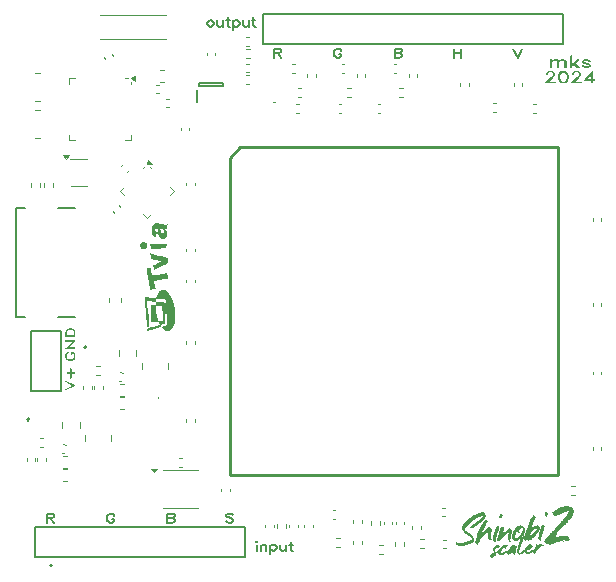
<source format=gbr>
%TF.GenerationSoftware,KiCad,Pcbnew,8.99.0-2608-ga0707285a1*%
%TF.CreationDate,2024-10-22T01:28:05-04:00*%
%TF.ProjectId,shinobi,7368696e-6f62-4692-9e6b-696361645f70,rev?*%
%TF.SameCoordinates,Original*%
%TF.FileFunction,Legend,Top*%
%TF.FilePolarity,Positive*%
%FSLAX46Y46*%
G04 Gerber Fmt 4.6, Leading zero omitted, Abs format (unit mm)*
G04 Created by KiCad (PCBNEW 8.99.0-2608-ga0707285a1) date 2024-10-22 01:28:05*
%MOMM*%
%LPD*%
G01*
G04 APERTURE LIST*
%ADD10C,0.137159*%
%ADD11C,0.000000*%
%ADD12C,0.100000*%
%ADD13C,0.152400*%
%ADD14C,0.120000*%
%ADD15C,0.254000*%
%ADD16C,0.127000*%
%ADD17C,0.200000*%
G04 APERTURE END LIST*
D10*
X144182900Y-82552800D02*
X144313900Y-82552800D01*
X146021825Y-126675957D02*
X145977825Y-126638957D01*
X139040300Y-124823400D02*
X139040300Y-124934400D01*
X158268700Y-85157400D02*
X158224700Y-85231400D01*
X143529900Y-82293800D02*
X143529900Y-82922800D01*
X143660900Y-83070800D02*
X143747900Y-83070800D01*
X148242825Y-127452957D02*
X148329825Y-127415957D01*
X138822300Y-125082400D02*
X138430300Y-125082400D01*
X128223300Y-124305400D02*
X128615300Y-124305400D01*
X153108500Y-85046400D02*
X153021500Y-84972400D01*
X143978700Y-124786400D02*
X144022700Y-124860400D01*
X143412700Y-124416400D02*
X143412700Y-124490400D01*
X147632825Y-127045957D02*
X147676825Y-127156957D01*
X144008900Y-82959800D02*
X144008900Y-83329800D01*
X152499500Y-85231400D02*
X152499500Y-85416400D01*
X145706900Y-82922800D02*
X145750900Y-83033800D01*
X152760500Y-84935400D02*
X152673500Y-84972400D01*
X162698700Y-85305400D02*
X163308700Y-85305400D01*
X133358100Y-124416400D02*
X133314100Y-124490400D01*
X142136900Y-83070800D02*
X142223900Y-83033800D01*
X142920900Y-83070800D02*
X143007900Y-83033800D01*
X133358100Y-124971400D02*
X133445100Y-125045400D01*
X146326825Y-127082957D02*
X146326825Y-127452957D01*
X147545825Y-126971957D02*
X147632825Y-127045957D01*
D11*
G36*
X136977567Y-102274612D02*
G01*
X136980306Y-102275040D01*
X136984294Y-102275868D01*
X136989705Y-102277143D01*
X136996713Y-102278913D01*
X137016210Y-102284128D01*
X137044175Y-102291890D01*
X137081993Y-102302580D01*
X137131052Y-102316577D01*
X137192741Y-102334260D01*
X137483994Y-102417352D01*
X137528614Y-102429963D01*
X137578821Y-102444451D01*
X137629028Y-102458937D01*
X137673648Y-102471544D01*
X137718267Y-102484145D01*
X137768474Y-102498615D01*
X137822164Y-102514093D01*
X137875154Y-102529114D01*
X138188421Y-102618244D01*
X138470361Y-102698515D01*
X138491528Y-102704351D01*
X138490878Y-102733538D01*
X138487955Y-102899885D01*
X138487956Y-102899885D01*
X138485219Y-103071531D01*
X138485041Y-103082389D01*
X138484784Y-103090737D01*
X138484601Y-103094082D01*
X138484368Y-103096935D01*
X138484077Y-103099340D01*
X138483715Y-103101345D01*
X138483274Y-103102992D01*
X138482745Y-103104328D01*
X138482115Y-103105398D01*
X138481377Y-103106246D01*
X138480520Y-103106919D01*
X138479534Y-103107461D01*
X138478408Y-103107918D01*
X138477135Y-103108334D01*
X138473298Y-103109640D01*
X138468237Y-103111605D01*
X138461852Y-103114272D01*
X138454045Y-103117685D01*
X138444717Y-103121889D01*
X138433769Y-103126927D01*
X138421102Y-103132843D01*
X138406618Y-103139682D01*
X138380988Y-103151717D01*
X138359448Y-103161649D01*
X138336344Y-103172281D01*
X138306954Y-103185999D01*
X138225674Y-103224096D01*
X138178910Y-103246088D01*
X138133056Y-103267815D01*
X138100812Y-103283026D01*
X138090755Y-103287653D01*
X138086766Y-103289352D01*
X138086234Y-103289521D01*
X138084982Y-103290040D01*
X138080153Y-103292212D01*
X138060008Y-103301646D01*
X138023622Y-103318935D01*
X137968288Y-103345358D01*
X137943872Y-103356902D01*
X137936057Y-103360498D01*
X137932728Y-103361918D01*
X137932476Y-103361993D01*
X137932076Y-103362141D01*
X137930868Y-103362638D01*
X137929171Y-103363376D01*
X137927055Y-103364326D01*
X137921845Y-103366730D01*
X137915794Y-103369599D01*
X137897321Y-103378317D01*
X137874308Y-103389011D01*
X137822018Y-103413315D01*
X137761701Y-103441768D01*
X137699048Y-103471332D01*
X137646554Y-103495943D01*
X137595754Y-103519660D01*
X137570058Y-103531688D01*
X137541568Y-103545153D01*
X137514569Y-103557829D01*
X137502098Y-103563587D01*
X137492461Y-103567960D01*
X137455590Y-103584994D01*
X137393099Y-103614265D01*
X137361629Y-103628892D01*
X137335627Y-103640639D01*
X137317791Y-103648310D01*
X137312780Y-103650243D01*
X137311398Y-103650668D01*
X137310822Y-103650708D01*
X137310551Y-103649991D01*
X137310063Y-103648195D01*
X137308487Y-103641592D01*
X137303267Y-103617912D01*
X137295937Y-103583259D01*
X137287268Y-103541226D01*
X137239719Y-103309302D01*
X137239577Y-103308498D01*
X137239543Y-103308097D01*
X137239544Y-103307692D01*
X137239589Y-103307279D01*
X137239685Y-103306852D01*
X137239840Y-103306409D01*
X137240062Y-103305944D01*
X137240359Y-103305455D01*
X137240738Y-103304935D01*
X137241207Y-103304382D01*
X137241775Y-103303792D01*
X137242449Y-103303159D01*
X137243238Y-103302481D01*
X137244148Y-103301752D01*
X137245188Y-103300969D01*
X137246365Y-103300127D01*
X137247689Y-103299223D01*
X137249165Y-103298251D01*
X137250803Y-103297209D01*
X137252610Y-103296092D01*
X137254594Y-103294895D01*
X137259125Y-103292248D01*
X137264458Y-103289233D01*
X137270656Y-103285818D01*
X137277783Y-103281969D01*
X137285901Y-103277653D01*
X137295073Y-103272838D01*
X137305363Y-103267489D01*
X137316832Y-103261574D01*
X137329545Y-103255059D01*
X137343563Y-103247911D01*
X137358951Y-103240097D01*
X137394084Y-103222337D01*
X137435449Y-103201514D01*
X137483548Y-103177361D01*
X137601964Y-103118002D01*
X137965512Y-102934967D01*
X137947888Y-102931018D01*
X137900231Y-102921028D01*
X137739688Y-102888090D01*
X137550034Y-102849174D01*
X137426421Y-102823746D01*
X137294341Y-102796651D01*
X137124644Y-102761904D01*
X137063321Y-102749476D01*
X137050489Y-102681594D01*
X137033208Y-102590006D01*
X137015222Y-102496873D01*
X136995746Y-102396061D01*
X136982954Y-102327541D01*
X136976277Y-102288160D01*
X136975053Y-102278412D01*
X136975145Y-102274766D01*
X136975423Y-102274616D01*
X136975905Y-102274536D01*
X136976613Y-102274533D01*
X136977567Y-102274612D01*
G37*
D10*
X147974700Y-85268400D02*
X147843700Y-85305400D01*
X138430300Y-124305400D02*
X138822300Y-124305400D01*
X153152500Y-85120400D02*
X153108500Y-85046400D01*
X143847700Y-124712400D02*
X143934700Y-124749400D01*
X152934500Y-84935400D02*
X152760500Y-84935400D01*
X157658700Y-85305400D02*
X158050700Y-85305400D01*
X141788900Y-82774800D02*
X141788900Y-82848800D01*
X152542500Y-85527400D02*
X152586500Y-85601400D01*
X144400900Y-82589800D02*
X144487900Y-82663800D01*
X148017700Y-85231400D02*
X147974700Y-85268400D01*
X141831900Y-82959800D02*
X141918900Y-83033800D01*
X145097900Y-83070800D02*
X145184900Y-83033800D01*
X142223900Y-83033800D02*
X142310900Y-82959800D01*
X143137900Y-82552800D02*
X143137900Y-83070800D01*
X147240825Y-127415957D02*
X147153825Y-127341957D01*
X144966900Y-83070800D02*
X145097900Y-83070800D01*
X148061700Y-85083400D02*
X148061700Y-85157400D01*
X128833300Y-124453400D02*
X128833300Y-124527400D01*
X158181700Y-85675400D02*
X158050700Y-85712400D01*
X153108500Y-85601400D02*
X153152500Y-85527400D01*
X142658900Y-82552800D02*
X142658900Y-82922800D01*
X147153825Y-126934957D02*
X147153825Y-127045957D01*
X144531900Y-82774800D02*
X144531900Y-82848800D01*
X145576900Y-82552800D02*
X145881900Y-82552800D01*
X143804700Y-125082400D02*
X143630700Y-125082400D01*
X145977825Y-126712957D02*
X146021825Y-126675957D01*
X133445100Y-124342400D02*
X133358100Y-124416400D01*
X152586500Y-85046400D02*
X152542500Y-85120400D01*
X139040300Y-124453400D02*
X139040300Y-124527400D01*
X145750900Y-83033800D02*
X145837900Y-83070800D01*
X142354900Y-82848800D02*
X142354900Y-82774800D01*
X148024825Y-127415957D02*
X148111825Y-127452957D01*
X148851825Y-126675957D02*
X148851825Y-127304957D01*
X158268700Y-85453400D02*
X158268700Y-85564400D01*
X147545825Y-127415957D02*
X147458825Y-127452957D01*
X133924100Y-124897400D02*
X133924100Y-124786400D01*
X141918900Y-83033800D02*
X142005900Y-83070800D01*
D11*
G36*
X137915155Y-99787388D02*
G01*
X138124225Y-99821925D01*
X138228880Y-99838595D01*
X138237959Y-99839630D01*
X138247524Y-99840440D01*
X138267837Y-99841400D01*
X138289276Y-99841504D01*
X138311298Y-99840778D01*
X138333361Y-99839252D01*
X138354922Y-99836952D01*
X138375436Y-99833906D01*
X138385132Y-99832113D01*
X138394363Y-99830143D01*
X138407061Y-99827306D01*
X138417593Y-99825117D01*
X138426030Y-99823567D01*
X138432441Y-99822650D01*
X138434910Y-99822426D01*
X138436899Y-99822356D01*
X138438417Y-99822441D01*
X138439473Y-99822679D01*
X138440076Y-99823069D01*
X138440210Y-99823321D01*
X138440234Y-99823610D01*
X138439957Y-99824301D01*
X138439253Y-99825141D01*
X138438558Y-99829588D01*
X138437304Y-99841606D01*
X138433400Y-99885044D01*
X138428107Y-99948845D01*
X138421992Y-100026408D01*
X138410927Y-100167375D01*
X138405899Y-100226329D01*
X138405026Y-100226622D01*
X138402809Y-100227247D01*
X138394937Y-100229339D01*
X138383473Y-100232294D01*
X138369608Y-100235802D01*
X138360059Y-100238083D01*
X138350934Y-100240014D01*
X138342048Y-100241618D01*
X138333218Y-100242919D01*
X138324260Y-100243942D01*
X138314990Y-100244710D01*
X138305224Y-100245248D01*
X138294779Y-100245579D01*
X138255510Y-100246432D01*
X138274959Y-100272023D01*
X138283375Y-100283304D01*
X138291514Y-100294629D01*
X138299364Y-100305979D01*
X138306918Y-100317338D01*
X138314165Y-100328688D01*
X138321095Y-100340011D01*
X138327700Y-100351290D01*
X138333969Y-100362508D01*
X138339894Y-100373647D01*
X138345464Y-100384690D01*
X138350670Y-100395618D01*
X138355503Y-100406415D01*
X138359952Y-100417063D01*
X138364009Y-100427545D01*
X138367664Y-100437843D01*
X138370907Y-100447939D01*
X138375798Y-100464894D01*
X138380224Y-100482016D01*
X138384183Y-100499300D01*
X138387675Y-100516744D01*
X138390701Y-100534345D01*
X138393260Y-100552100D01*
X138395352Y-100570006D01*
X138396977Y-100588061D01*
X138398134Y-100606262D01*
X138398823Y-100624605D01*
X138399044Y-100643088D01*
X138398797Y-100661708D01*
X138398081Y-100680462D01*
X138396897Y-100699347D01*
X138395244Y-100718360D01*
X138393122Y-100737499D01*
X138389868Y-100760682D01*
X138385911Y-100782936D01*
X138381245Y-100804272D01*
X138375864Y-100824700D01*
X138369763Y-100844230D01*
X138362937Y-100862873D01*
X138355380Y-100880639D01*
X138347087Y-100897539D01*
X138338052Y-100913582D01*
X138328269Y-100928779D01*
X138317735Y-100943140D01*
X138306442Y-100956676D01*
X138294385Y-100969397D01*
X138281560Y-100981313D01*
X138267961Y-100992435D01*
X138253582Y-101002772D01*
X138239794Y-101011914D01*
X138233661Y-101015834D01*
X138227908Y-101019377D01*
X138222444Y-101022587D01*
X138217174Y-101025505D01*
X138212005Y-101028176D01*
X138206842Y-101030641D01*
X138201593Y-101032944D01*
X138196164Y-101035128D01*
X138190460Y-101037236D01*
X138184389Y-101039310D01*
X138177857Y-101041394D01*
X138170769Y-101043529D01*
X138154555Y-101048129D01*
X138146354Y-101050266D01*
X138142444Y-101051167D01*
X138138573Y-101051965D01*
X138134676Y-101052666D01*
X138130690Y-101053275D01*
X138126548Y-101053798D01*
X138122187Y-101054241D01*
X138117540Y-101054611D01*
X138112544Y-101054912D01*
X138107132Y-101055151D01*
X138101241Y-101055333D01*
X138087760Y-101055552D01*
X138071581Y-101055615D01*
X138054995Y-101055551D01*
X138041133Y-101055314D01*
X138029339Y-101054842D01*
X138022073Y-101054304D01*
X138018959Y-101054074D01*
X138009335Y-101052946D01*
X137999813Y-101051397D01*
X137989736Y-101049365D01*
X137978448Y-101046787D01*
X137955818Y-101040884D01*
X137934025Y-101034105D01*
X137913077Y-101026458D01*
X137892987Y-101017952D01*
X137873763Y-101008592D01*
X137855415Y-100998389D01*
X137837955Y-100987349D01*
X137821393Y-100975479D01*
X137805738Y-100962789D01*
X137791001Y-100949286D01*
X137777193Y-100934977D01*
X137764323Y-100919871D01*
X137752401Y-100903974D01*
X137741439Y-100887296D01*
X137731445Y-100869844D01*
X137722431Y-100851625D01*
X137716849Y-100839130D01*
X137711641Y-100826790D01*
X137706772Y-100814458D01*
X137702206Y-100801989D01*
X137697909Y-100789239D01*
X137693844Y-100776062D01*
X137689976Y-100762314D01*
X137686269Y-100747849D01*
X137682689Y-100732522D01*
X137679198Y-100716188D01*
X137675763Y-100698702D01*
X137672348Y-100679919D01*
X137665434Y-100637882D01*
X137658172Y-100588914D01*
X137636492Y-100442779D01*
X137627244Y-100386558D01*
X137618474Y-100338566D01*
X137609745Y-100296554D01*
X137600618Y-100258269D01*
X137590656Y-100221462D01*
X137580145Y-100186303D01*
X137825357Y-100186303D01*
X137825459Y-100187740D01*
X137825678Y-100189619D01*
X137826447Y-100194600D01*
X137827622Y-100201033D01*
X137829163Y-100208703D01*
X137831028Y-100217397D01*
X137833176Y-100226901D01*
X137835566Y-100237001D01*
X137840965Y-100260184D01*
X137846715Y-100286291D01*
X137852128Y-100312125D01*
X137856518Y-100334486D01*
X137865577Y-100381670D01*
X137873930Y-100422112D01*
X137881745Y-100456413D01*
X137889189Y-100485171D01*
X137896430Y-100508986D01*
X137903634Y-100528458D01*
X137907275Y-100536753D01*
X137910970Y-100544187D01*
X137914739Y-100550834D01*
X137918604Y-100556771D01*
X137921961Y-100561370D01*
X137925517Y-100565861D01*
X137929254Y-100570229D01*
X137933153Y-100574460D01*
X137937195Y-100578538D01*
X137941361Y-100582448D01*
X137945631Y-100586176D01*
X137949986Y-100589707D01*
X137954408Y-100593026D01*
X137958877Y-100596118D01*
X137963375Y-100598968D01*
X137967882Y-100601561D01*
X137972379Y-100603882D01*
X137976846Y-100605917D01*
X137981266Y-100607650D01*
X137985619Y-100609067D01*
X137990174Y-100610244D01*
X137995038Y-100611230D01*
X138000155Y-100612027D01*
X138005472Y-100612635D01*
X138010933Y-100613059D01*
X138016485Y-100613299D01*
X138022073Y-100613357D01*
X138027641Y-100613236D01*
X138033137Y-100612938D01*
X138038504Y-100612465D01*
X138043689Y-100611819D01*
X138048637Y-100611002D01*
X138053294Y-100610016D01*
X138057604Y-100608863D01*
X138061514Y-100607545D01*
X138064969Y-100606064D01*
X138067708Y-100604667D01*
X138070402Y-100603162D01*
X138073051Y-100601552D01*
X138075653Y-100599838D01*
X138078207Y-100598022D01*
X138080713Y-100596107D01*
X138083168Y-100594094D01*
X138085571Y-100591984D01*
X138087921Y-100589780D01*
X138090217Y-100587484D01*
X138094641Y-100582623D01*
X138098834Y-100577415D01*
X138102784Y-100571875D01*
X138106482Y-100566019D01*
X138109918Y-100559861D01*
X138113081Y-100553417D01*
X138115962Y-100546701D01*
X138118550Y-100539729D01*
X138120836Y-100532516D01*
X138122808Y-100525077D01*
X138124458Y-100517426D01*
X138125613Y-100510573D01*
X138126543Y-100503293D01*
X138127251Y-100495648D01*
X138127742Y-100487696D01*
X138128017Y-100479500D01*
X138128080Y-100471118D01*
X138127935Y-100462612D01*
X138127584Y-100454040D01*
X138127031Y-100445465D01*
X138126278Y-100436944D01*
X138125329Y-100428540D01*
X138124188Y-100420312D01*
X138122857Y-100412321D01*
X138121339Y-100404625D01*
X138119638Y-100397287D01*
X138117757Y-100390366D01*
X138114684Y-100380340D01*
X138111487Y-100370707D01*
X138108189Y-100361523D01*
X138104813Y-100352845D01*
X138101383Y-100344729D01*
X138097920Y-100337233D01*
X138094448Y-100330413D01*
X138090991Y-100324326D01*
X138081990Y-100309843D01*
X138073548Y-100297104D01*
X138069568Y-100291425D01*
X138065765Y-100286227D01*
X138062151Y-100281524D01*
X138058739Y-100277331D01*
X138055542Y-100273663D01*
X138052571Y-100270534D01*
X138049840Y-100267959D01*
X138047360Y-100265954D01*
X138045144Y-100264533D01*
X138043205Y-100263710D01*
X138042343Y-100263527D01*
X138041555Y-100263500D01*
X138040842Y-100263630D01*
X138040206Y-100263919D01*
X138040017Y-100264033D01*
X138039839Y-100264134D01*
X138039669Y-100264225D01*
X138039509Y-100264304D01*
X138039359Y-100264371D01*
X138039218Y-100264427D01*
X138039086Y-100264472D01*
X138038965Y-100264506D01*
X138038853Y-100264529D01*
X138038751Y-100264541D01*
X138038658Y-100264543D01*
X138038576Y-100264533D01*
X138038503Y-100264513D01*
X138038441Y-100264482D01*
X138038388Y-100264440D01*
X138038346Y-100264388D01*
X138038313Y-100264326D01*
X138038291Y-100264254D01*
X138038279Y-100264171D01*
X138038278Y-100264078D01*
X138038287Y-100263975D01*
X138038306Y-100263862D01*
X138038335Y-100263739D01*
X138038375Y-100263606D01*
X138038426Y-100263464D01*
X138038487Y-100263312D01*
X138038559Y-100263150D01*
X138038642Y-100262979D01*
X138038735Y-100262799D01*
X138038839Y-100262609D01*
X138039081Y-100262202D01*
X138039430Y-100261317D01*
X138039469Y-100260314D01*
X138039208Y-100259200D01*
X138038659Y-100257980D01*
X138037831Y-100256661D01*
X138036738Y-100255251D01*
X138035388Y-100253756D01*
X138033794Y-100252183D01*
X138029915Y-100248828D01*
X138025189Y-100245241D01*
X138019704Y-100241474D01*
X138013548Y-100237581D01*
X138006809Y-100233617D01*
X137999575Y-100229634D01*
X137991934Y-100225686D01*
X137983974Y-100221827D01*
X137975782Y-100218110D01*
X137967448Y-100214589D01*
X137959058Y-100211317D01*
X137950701Y-100208349D01*
X137938464Y-100204863D01*
X137921310Y-100200795D01*
X137901211Y-100196514D01*
X137880137Y-100192391D01*
X137860060Y-100188794D01*
X137842951Y-100186095D01*
X137830782Y-100184662D01*
X137827166Y-100184537D01*
X137825524Y-100184866D01*
X137825434Y-100185038D01*
X137825377Y-100185337D01*
X137825357Y-100186303D01*
X137580145Y-100186303D01*
X137579421Y-100183881D01*
X137576840Y-100175678D01*
X137575731Y-100172329D01*
X137574705Y-100169430D01*
X137573732Y-100166943D01*
X137572783Y-100164829D01*
X137571830Y-100163049D01*
X137570844Y-100161565D01*
X137570329Y-100160921D01*
X137569795Y-100160338D01*
X137569237Y-100159808D01*
X137568654Y-100159329D01*
X137568040Y-100158894D01*
X137567392Y-100158500D01*
X137565982Y-100157812D01*
X137564392Y-100157227D01*
X137562595Y-100156706D01*
X137558262Y-100155700D01*
X137556731Y-100155413D01*
X137554898Y-100155146D01*
X137550423Y-100154676D01*
X137545031Y-100154297D01*
X137538915Y-100154017D01*
X137532270Y-100153842D01*
X137525288Y-100153780D01*
X137518163Y-100153836D01*
X137511088Y-100154018D01*
X137503982Y-100154357D01*
X137497278Y-100154861D01*
X137490961Y-100155535D01*
X137485011Y-100156387D01*
X137479414Y-100157422D01*
X137474153Y-100158648D01*
X137469209Y-100160070D01*
X137464567Y-100161696D01*
X137460210Y-100163531D01*
X137456121Y-100165582D01*
X137452284Y-100167855D01*
X137448680Y-100170358D01*
X137445295Y-100173096D01*
X137442110Y-100176076D01*
X137439109Y-100179304D01*
X137436275Y-100182787D01*
X137433174Y-100187132D01*
X137430223Y-100191827D01*
X137424779Y-100202198D01*
X137419952Y-100213760D01*
X137415754Y-100226374D01*
X137412196Y-100239901D01*
X137409290Y-100254200D01*
X137407045Y-100269133D01*
X137405474Y-100284559D01*
X137404587Y-100300339D01*
X137404394Y-100316334D01*
X137404908Y-100332404D01*
X137406139Y-100348408D01*
X137408098Y-100364209D01*
X137410796Y-100379665D01*
X137414244Y-100394639D01*
X137418453Y-100408989D01*
X137421177Y-100416611D01*
X137424272Y-100423995D01*
X137427750Y-100431156D01*
X137431623Y-100438105D01*
X137435905Y-100444857D01*
X137440608Y-100451424D01*
X137445743Y-100457820D01*
X137451325Y-100464057D01*
X137457364Y-100470150D01*
X137463874Y-100476111D01*
X137470866Y-100481953D01*
X137478354Y-100487691D01*
X137486350Y-100493336D01*
X137494866Y-100498902D01*
X137503915Y-100504403D01*
X137513509Y-100509851D01*
X137515505Y-100510975D01*
X137517445Y-100512118D01*
X137519319Y-100513272D01*
X137521116Y-100514431D01*
X137522828Y-100515584D01*
X137524443Y-100516725D01*
X137525953Y-100517846D01*
X137527346Y-100518937D01*
X137528613Y-100519992D01*
X137529743Y-100521001D01*
X137530727Y-100521958D01*
X137531555Y-100522853D01*
X137532216Y-100523678D01*
X137532701Y-100524426D01*
X137532999Y-100525089D01*
X137533075Y-100525386D01*
X137533101Y-100525658D01*
X137529983Y-100543188D01*
X137521494Y-100587196D01*
X137493589Y-100728077D01*
X137476346Y-100812902D01*
X137463193Y-100874754D01*
X137454354Y-100912613D01*
X137451622Y-100922226D01*
X137450691Y-100924648D01*
X137450054Y-100925459D01*
X137448064Y-100925057D01*
X137444540Y-100923906D01*
X137433651Y-100919702D01*
X137418918Y-100913528D01*
X137401868Y-100906064D01*
X137384034Y-100897994D01*
X137366943Y-100889997D01*
X137352128Y-100882755D01*
X137341117Y-100876949D01*
X137323480Y-100866657D01*
X137315283Y-100861609D01*
X137307458Y-100856594D01*
X137299973Y-100851585D01*
X137292797Y-100846558D01*
X137285899Y-100841489D01*
X137279246Y-100836353D01*
X137272809Y-100831124D01*
X137266555Y-100825778D01*
X137260453Y-100820289D01*
X137254471Y-100814634D01*
X137248578Y-100808786D01*
X137242743Y-100802721D01*
X137236934Y-100796415D01*
X137231119Y-100789842D01*
X137220975Y-100777817D01*
X137211371Y-100765738D01*
X137202297Y-100753579D01*
X137193740Y-100741314D01*
X137185687Y-100728918D01*
X137178125Y-100716366D01*
X137171043Y-100703631D01*
X137164428Y-100690689D01*
X137158267Y-100677515D01*
X137152548Y-100664082D01*
X137147258Y-100650365D01*
X137142386Y-100636339D01*
X137137918Y-100621978D01*
X137133842Y-100607257D01*
X137130146Y-100592151D01*
X137126817Y-100576633D01*
X137123475Y-100557695D01*
X137120322Y-100535539D01*
X137117437Y-100511052D01*
X137114899Y-100485122D01*
X137112786Y-100458635D01*
X137111176Y-100432478D01*
X137110150Y-100407540D01*
X137109785Y-100384706D01*
X137110572Y-100345036D01*
X137112855Y-100301115D01*
X137116477Y-100254376D01*
X137121279Y-100206249D01*
X137127104Y-100158164D01*
X137133793Y-100111553D01*
X137141189Y-100067847D01*
X137149133Y-100028476D01*
X137156340Y-99999109D01*
X137164540Y-99971418D01*
X137173754Y-99945380D01*
X137184000Y-99920973D01*
X137195301Y-99898174D01*
X137207674Y-99876960D01*
X137221140Y-99857307D01*
X137235720Y-99839193D01*
X137251433Y-99822595D01*
X137268299Y-99807490D01*
X137286338Y-99793856D01*
X137305570Y-99781669D01*
X137326016Y-99770906D01*
X137347694Y-99761544D01*
X137370626Y-99753562D01*
X137394831Y-99746934D01*
X137399425Y-99745870D01*
X137403913Y-99744922D01*
X137408422Y-99744083D01*
X137413080Y-99743347D01*
X137418017Y-99742708D01*
X137423360Y-99742158D01*
X137429238Y-99741691D01*
X137435779Y-99741301D01*
X137443111Y-99740981D01*
X137451363Y-99740725D01*
X137471141Y-99740375D01*
X137496138Y-99740201D01*
X137527381Y-99740150D01*
X137631728Y-99740128D01*
X137915155Y-99787388D01*
G37*
D10*
X147451700Y-85305400D02*
X147451700Y-85712400D01*
X146543825Y-126934957D02*
X146674825Y-126934957D01*
X138953300Y-124342400D02*
X138996300Y-124379400D01*
D11*
G36*
X136974223Y-103516537D02*
G01*
X136976608Y-103516794D01*
X136978759Y-103517172D01*
X136980695Y-103517679D01*
X136982436Y-103518323D01*
X136984002Y-103519114D01*
X136985412Y-103520059D01*
X136986686Y-103521168D01*
X136987845Y-103522449D01*
X136988906Y-103523911D01*
X136989892Y-103525562D01*
X136991712Y-103529465D01*
X136993462Y-103534228D01*
X136995301Y-103539918D01*
X136999877Y-103554358D01*
X137004922Y-103569419D01*
X137009352Y-103582261D01*
X137012689Y-103591524D01*
X137013798Y-103594387D01*
X137014455Y-103595845D01*
X137014661Y-103596207D01*
X137014867Y-103596594D01*
X137015275Y-103597427D01*
X137015669Y-103598315D01*
X137016037Y-103599231D01*
X137016370Y-103600148D01*
X137016657Y-103601036D01*
X137016780Y-103601461D01*
X137016887Y-103601869D01*
X137016977Y-103602256D01*
X137017049Y-103602619D01*
X137017290Y-103603691D01*
X137017752Y-103605373D01*
X137019547Y-103611166D01*
X137022841Y-103621200D01*
X137028039Y-103636676D01*
X137045772Y-103688761D01*
X137075995Y-103777032D01*
X137157131Y-104014098D01*
X137202116Y-104145526D01*
X137208094Y-104162549D01*
X137209453Y-104165623D01*
X137214820Y-104164963D01*
X137229003Y-104162640D01*
X137275471Y-104154495D01*
X137332165Y-104144177D01*
X137382394Y-104134672D01*
X137436846Y-104124449D01*
X137529714Y-104107310D01*
X137671295Y-104081269D01*
X137748154Y-104066841D01*
X137829434Y-104051579D01*
X138129154Y-103995715D01*
X138317387Y-103960835D01*
X138401377Y-103945717D01*
X138402834Y-103945578D01*
X138404150Y-103945495D01*
X138405334Y-103945471D01*
X138406394Y-103945512D01*
X138406880Y-103945560D01*
X138407338Y-103945625D01*
X138407770Y-103945710D01*
X138408176Y-103945815D01*
X138408557Y-103945940D01*
X138408914Y-103946086D01*
X138409249Y-103946255D01*
X138409561Y-103946446D01*
X138409854Y-103946660D01*
X138410126Y-103946898D01*
X138410380Y-103947161D01*
X138410617Y-103947450D01*
X138410837Y-103947764D01*
X138411041Y-103948105D01*
X138411231Y-103948473D01*
X138411408Y-103948870D01*
X138411572Y-103949296D01*
X138411725Y-103949751D01*
X138412000Y-103950752D01*
X138412243Y-103951879D01*
X138412460Y-103953139D01*
X138427234Y-104039295D01*
X138460910Y-104231982D01*
X138480140Y-104343268D01*
X138485988Y-104378411D01*
X138488134Y-104392848D01*
X138488125Y-104393193D01*
X138488097Y-104393528D01*
X138488050Y-104393854D01*
X138487985Y-104394171D01*
X138487902Y-104394478D01*
X138487800Y-104394776D01*
X138487680Y-104395064D01*
X138487542Y-104395344D01*
X138487386Y-104395613D01*
X138487211Y-104395873D01*
X138487018Y-104396124D01*
X138486807Y-104396365D01*
X138486578Y-104396596D01*
X138486331Y-104396818D01*
X138486066Y-104397031D01*
X138485782Y-104397234D01*
X138485481Y-104397427D01*
X138485162Y-104397611D01*
X138484825Y-104397785D01*
X138484470Y-104397949D01*
X138484097Y-104398103D01*
X138483706Y-104398248D01*
X138483297Y-104398383D01*
X138482870Y-104398509D01*
X138482426Y-104398624D01*
X138481964Y-104398730D01*
X138481484Y-104398826D01*
X138480987Y-104398912D01*
X138480472Y-104398989D01*
X138479939Y-104399055D01*
X138478821Y-104399158D01*
X138472294Y-104399924D01*
X138459430Y-104401753D01*
X138413618Y-104408767D01*
X138339237Y-104420533D01*
X138234141Y-104437389D01*
X138064808Y-104464429D01*
X137883621Y-104493326D01*
X137670261Y-104527322D01*
X137337317Y-104580744D01*
X137284263Y-104590391D01*
X137274773Y-104592860D01*
X137272328Y-104594485D01*
X137273646Y-104601269D01*
X137277752Y-104619411D01*
X137295228Y-104693566D01*
X137373567Y-105019938D01*
X137417697Y-105204148D01*
X137425654Y-105238804D01*
X137427331Y-105248438D01*
X137426284Y-105248750D01*
X137423637Y-105249416D01*
X137414253Y-105251643D01*
X137400597Y-105254789D01*
X137384088Y-105258522D01*
X137327329Y-105271533D01*
X137250315Y-105289481D01*
X137113154Y-105321628D01*
X137012562Y-105345458D01*
X136973377Y-105354743D01*
X136961121Y-105357567D01*
X136956220Y-105358605D01*
X136956142Y-105358584D01*
X136956058Y-105358521D01*
X136955970Y-105358419D01*
X136955878Y-105358277D01*
X136955680Y-105357878D01*
X136955468Y-105357336D01*
X136955242Y-105356656D01*
X136955005Y-105355848D01*
X136954758Y-105354920D01*
X136954505Y-105353879D01*
X136954246Y-105352736D01*
X136953984Y-105351496D01*
X136953720Y-105350170D01*
X136953456Y-105348764D01*
X136953195Y-105347288D01*
X136952938Y-105345750D01*
X136952688Y-105344157D01*
X136952445Y-105342518D01*
X136940915Y-105270970D01*
X136916431Y-105121538D01*
X136876036Y-104876005D01*
X136838800Y-104649098D01*
X136796436Y-104391711D01*
X136688015Y-103733005D01*
X136666082Y-103599231D01*
X136662485Y-103576763D01*
X136659753Y-103558149D01*
X136658155Y-103545323D01*
X136657864Y-103541687D01*
X136657860Y-103540668D01*
X136657957Y-103540224D01*
X136658660Y-103540037D01*
X136660438Y-103539776D01*
X136666995Y-103539052D01*
X136690546Y-103536920D01*
X136725036Y-103534133D01*
X136766891Y-103530993D01*
X136920114Y-103519741D01*
X136944326Y-103517795D01*
X136961941Y-103516544D01*
X136968669Y-103516351D01*
X136974223Y-103516537D01*
G37*
D10*
X142310900Y-82959800D02*
X142354900Y-82848800D01*
X148982825Y-127452957D02*
X149069825Y-127452957D01*
X144022700Y-124971400D02*
X143934700Y-125045400D01*
X143804700Y-124305400D02*
X143630700Y-124305400D01*
X143529900Y-82922800D02*
X143573900Y-83033800D01*
X146805825Y-127082957D02*
X146805825Y-127452957D01*
X146326825Y-127082957D02*
X146456825Y-126971957D01*
X158224700Y-85231400D02*
X158181700Y-85268400D01*
X152934500Y-85712400D02*
X153021500Y-85675400D01*
X128223300Y-124675400D02*
X128223300Y-125082400D01*
X128615300Y-124675400D02*
X128528300Y-124675400D01*
X138953300Y-125045400D02*
X138822300Y-125082400D01*
D11*
G36*
X136438619Y-101316029D02*
G01*
X136446365Y-101316313D01*
X136453685Y-101316747D01*
X136460463Y-101317335D01*
X136466584Y-101318081D01*
X136480136Y-101320354D01*
X136493650Y-101323257D01*
X136507086Y-101326768D01*
X136520401Y-101330866D01*
X136533554Y-101335528D01*
X136546502Y-101340732D01*
X136559204Y-101346457D01*
X136571618Y-101352680D01*
X136583702Y-101359379D01*
X136595415Y-101366532D01*
X136606715Y-101374117D01*
X136617559Y-101382112D01*
X136627907Y-101390496D01*
X136637716Y-101399245D01*
X136646945Y-101408339D01*
X136655552Y-101417754D01*
X136666990Y-101431717D01*
X136677553Y-101446147D01*
X136687232Y-101461011D01*
X136696016Y-101476277D01*
X136703898Y-101491912D01*
X136710868Y-101507882D01*
X136716917Y-101524155D01*
X136722035Y-101540698D01*
X136726213Y-101557478D01*
X136729443Y-101574462D01*
X136731714Y-101591618D01*
X136733019Y-101608911D01*
X136733347Y-101626310D01*
X136732690Y-101643781D01*
X136731038Y-101661292D01*
X136728382Y-101678809D01*
X136726540Y-101688393D01*
X136724528Y-101697630D01*
X136722332Y-101706555D01*
X136719934Y-101715206D01*
X136717318Y-101723621D01*
X136714467Y-101731837D01*
X136711364Y-101739889D01*
X136707995Y-101747817D01*
X136704340Y-101755655D01*
X136700385Y-101763443D01*
X136696113Y-101771216D01*
X136691507Y-101779013D01*
X136686550Y-101786869D01*
X136681227Y-101794822D01*
X136675520Y-101802909D01*
X136669414Y-101811168D01*
X136658613Y-101824734D01*
X136647308Y-101837505D01*
X136635509Y-101849476D01*
X136623223Y-101860643D01*
X136610459Y-101871002D01*
X136597225Y-101880547D01*
X136583530Y-101889276D01*
X136569381Y-101897183D01*
X136554789Y-101904264D01*
X136539760Y-101910515D01*
X136524303Y-101915930D01*
X136508428Y-101920507D01*
X136492141Y-101924240D01*
X136475452Y-101927125D01*
X136458370Y-101929157D01*
X136440901Y-101930333D01*
X136416783Y-101930546D01*
X136393186Y-101929143D01*
X136370162Y-101926156D01*
X136347761Y-101921615D01*
X136326035Y-101915550D01*
X136305035Y-101907990D01*
X136284813Y-101898968D01*
X136265420Y-101888512D01*
X136246907Y-101876652D01*
X136229326Y-101863420D01*
X136212727Y-101848845D01*
X136197163Y-101832958D01*
X136182684Y-101815788D01*
X136169342Y-101797365D01*
X136157188Y-101777721D01*
X136146273Y-101756886D01*
X136142493Y-101748859D01*
X136139074Y-101741264D01*
X136135999Y-101734012D01*
X136133248Y-101727017D01*
X136130801Y-101720192D01*
X136128640Y-101713451D01*
X136126745Y-101706708D01*
X136125097Y-101699874D01*
X136123677Y-101692865D01*
X136122466Y-101685592D01*
X136121443Y-101677970D01*
X136120591Y-101669911D01*
X136119890Y-101661329D01*
X136119321Y-101652138D01*
X136118501Y-101631579D01*
X136118098Y-101615919D01*
X136117944Y-101603168D01*
X136118100Y-101592600D01*
X136118313Y-101587908D01*
X136118627Y-101583489D01*
X136119049Y-101579253D01*
X136119588Y-101575109D01*
X136120250Y-101570967D01*
X136121043Y-101566735D01*
X136123056Y-101557639D01*
X136125687Y-101547097D01*
X136128763Y-101536004D01*
X136132250Y-101525024D01*
X136136137Y-101514175D01*
X136140413Y-101503477D01*
X136145066Y-101492946D01*
X136150084Y-101482604D01*
X136155457Y-101472467D01*
X136161174Y-101462556D01*
X136167223Y-101452888D01*
X136173593Y-101443483D01*
X136180273Y-101434358D01*
X136187251Y-101425533D01*
X136194516Y-101417027D01*
X136202057Y-101408858D01*
X136209863Y-101401046D01*
X136217922Y-101393607D01*
X136223348Y-101388972D01*
X136229182Y-101384302D01*
X136235373Y-101379628D01*
X136241868Y-101374979D01*
X136248617Y-101370385D01*
X136255567Y-101365876D01*
X136262668Y-101361481D01*
X136269868Y-101357230D01*
X136277116Y-101353152D01*
X136284360Y-101349278D01*
X136291548Y-101345636D01*
X136298629Y-101342258D01*
X136305552Y-101339171D01*
X136312265Y-101336407D01*
X136318717Y-101333994D01*
X136324856Y-101331963D01*
X136343726Y-101326093D01*
X136350627Y-101323890D01*
X136354541Y-101322584D01*
X136358376Y-101321438D01*
X136363173Y-101320385D01*
X136368817Y-101319430D01*
X136375192Y-101318578D01*
X136389672Y-101317202D01*
X136405686Y-101316293D01*
X136422311Y-101315890D01*
X136438619Y-101316029D01*
G37*
D10*
X148721825Y-126934957D02*
X149025825Y-126934957D01*
X128746300Y-124342400D02*
X128789300Y-124379400D01*
X144008900Y-82663800D02*
X144095900Y-82589800D01*
X146674825Y-126934957D02*
X146761825Y-126971957D01*
X147980825Y-126934957D02*
X147980825Y-127304957D01*
X133793100Y-124342400D02*
X133706100Y-124305400D01*
X146326825Y-126934957D02*
X146326825Y-127082957D01*
X148111825Y-127452957D02*
X148242825Y-127452957D01*
X157658700Y-85305400D02*
X157658700Y-85712400D01*
X138996300Y-124749400D02*
X139040300Y-124823400D01*
X152673500Y-84972400D02*
X152586500Y-85046400D01*
X158268700Y-85083400D02*
X158268700Y-85157400D01*
X142658900Y-82922800D02*
X142702900Y-83033800D01*
X144313900Y-82552800D02*
X144400900Y-82589800D01*
X143934700Y-125045400D02*
X143804700Y-125082400D01*
X133314100Y-124490400D02*
X133271100Y-124601400D01*
X143499700Y-124601400D02*
X143586700Y-124638400D01*
X158224700Y-85638400D02*
X158181700Y-85675400D01*
X144008900Y-82552800D02*
X144008900Y-82663800D01*
X158050700Y-85305400D02*
X158181700Y-85342400D01*
X133314100Y-124897400D02*
X133358100Y-124971400D01*
X142223900Y-82589800D02*
X142136900Y-82552800D01*
X153021500Y-85675400D02*
X153108500Y-85601400D01*
X143412700Y-124490400D02*
X143456700Y-124564400D01*
X138953300Y-124712400D02*
X138996300Y-124749400D01*
X147632825Y-127341957D02*
X147545825Y-127415957D01*
X147458825Y-126934957D02*
X147545825Y-126971957D01*
X139040300Y-124527400D02*
X138996300Y-124601400D01*
X128528300Y-124675400D02*
X128223300Y-124675400D01*
X145977825Y-126934957D02*
X145977825Y-127452957D01*
X158224700Y-85009400D02*
X158268700Y-85083400D01*
X147843700Y-85305400D02*
X147756700Y-85305400D01*
X152760500Y-85712400D02*
X152934500Y-85712400D01*
X163308700Y-85305400D02*
X163308700Y-85712400D01*
X143630700Y-125082400D02*
X143499700Y-125045400D01*
X147458825Y-127452957D02*
X147327825Y-127452957D01*
X145977825Y-126638957D02*
X145934825Y-126675957D01*
X145706900Y-82293800D02*
X145706900Y-82922800D01*
X147980825Y-127304957D02*
X148024825Y-127415957D01*
X144022700Y-124860400D02*
X144022700Y-124971400D01*
X146456825Y-126971957D02*
X146543825Y-126934957D01*
X141788900Y-82848800D02*
X141831900Y-82959800D01*
X143934700Y-124342400D02*
X143804700Y-124305400D01*
X138996300Y-125008400D02*
X138953300Y-125045400D01*
X142354900Y-82774800D02*
X142310900Y-82663800D01*
X142789900Y-83070800D02*
X142920900Y-83070800D01*
X138822300Y-124305400D02*
X138953300Y-124342400D01*
X147327825Y-127452957D02*
X147240825Y-127415957D01*
X144836900Y-82922800D02*
X144879900Y-83033800D01*
X143573900Y-83033800D02*
X143660900Y-83070800D01*
X158181700Y-85268400D02*
X158050700Y-85305400D01*
X157658700Y-84935400D02*
X157658700Y-85305400D01*
X147756700Y-85305400D02*
X147451700Y-85305400D01*
X147756700Y-85305400D02*
X148061700Y-85712400D01*
X133271100Y-124601400D02*
X133271100Y-124786400D01*
X144095900Y-83033800D02*
X144008900Y-82959800D01*
X152542500Y-85120400D02*
X152499500Y-85231400D01*
X143499700Y-125045400D02*
X143412700Y-124971400D01*
X147974700Y-84972400D02*
X148017700Y-85009400D01*
X145315900Y-82552800D02*
X145315900Y-83070800D01*
X144022700Y-124416400D02*
X143934700Y-124342400D01*
X162698700Y-85305400D02*
X162698700Y-85712400D01*
X143934700Y-124749400D02*
X143978700Y-124786400D01*
X138822300Y-124675400D02*
X138953300Y-124712400D01*
X147153825Y-127045957D02*
X147240825Y-126971957D01*
X158181700Y-85342400D02*
X158224700Y-85379400D01*
X158268700Y-85564400D02*
X158224700Y-85638400D01*
X138996300Y-124601400D02*
X138953300Y-124638400D01*
X128789300Y-124379400D02*
X128833300Y-124453400D01*
X133532100Y-125082400D02*
X133706100Y-125082400D01*
X153152500Y-85527400D02*
X153152500Y-85416400D01*
X158224700Y-85379400D02*
X158268700Y-85453400D01*
X148459825Y-126934957D02*
X148459825Y-127452957D01*
X142310900Y-82663800D02*
X142223900Y-82589800D01*
X143456700Y-124564400D02*
X143499700Y-124601400D01*
X152934500Y-85416400D02*
X153152500Y-85416400D01*
X145934825Y-126675957D02*
X145977825Y-126712957D01*
X147451700Y-84935400D02*
X147451700Y-85305400D01*
X148061700Y-85157400D02*
X148017700Y-85231400D01*
X148329825Y-127415957D02*
X148459825Y-127304957D01*
X147843700Y-84935400D02*
X147974700Y-84972400D01*
X152673500Y-85675400D02*
X152760500Y-85712400D01*
X158181700Y-84972400D02*
X158224700Y-85009400D01*
X158050700Y-84935400D02*
X158181700Y-84972400D01*
X133532100Y-124305400D02*
X133445100Y-124342400D01*
X157658700Y-84935400D02*
X158050700Y-84935400D01*
X133271100Y-124786400D02*
X133314100Y-124897400D01*
X128223300Y-124305400D02*
X128223300Y-124675400D01*
X144400900Y-83033800D02*
X144313900Y-83070800D01*
X142005900Y-82552800D02*
X141918900Y-82589800D01*
X133706100Y-124786400D02*
X133924100Y-124786400D01*
X144836900Y-82552800D02*
X144836900Y-82922800D01*
X139040300Y-124934400D02*
X138996300Y-125008400D01*
X133706100Y-125082400D02*
X133793100Y-125045400D01*
X162698700Y-84935400D02*
X162698700Y-85305400D01*
X147153825Y-127045957D02*
X147153825Y-127341957D01*
X133793100Y-125045400D02*
X133880100Y-124971400D01*
X147327825Y-126934957D02*
X147458825Y-126934957D01*
X147676825Y-127230957D02*
X147632825Y-127341957D01*
X128528300Y-124675400D02*
X128833300Y-125082400D01*
X138430300Y-124675400D02*
X138822300Y-124675400D01*
X142702900Y-83033800D02*
X142789900Y-83070800D01*
X148895825Y-127415957D02*
X148982825Y-127452957D01*
X147153825Y-127341957D02*
X147153825Y-127711957D01*
X144313900Y-83070800D02*
X144182900Y-83070800D01*
X146761825Y-126971957D02*
X146805825Y-127082957D01*
X153021500Y-84972400D02*
X152934500Y-84935400D01*
X144487900Y-82663800D02*
X144531900Y-82774800D01*
X143007900Y-83033800D02*
X143137900Y-82922800D01*
X147451700Y-84935400D02*
X147843700Y-84935400D01*
X143399900Y-82552800D02*
X143704900Y-82552800D01*
X145184900Y-83033800D02*
X145315900Y-82922800D01*
X133880100Y-124416400D02*
X133793100Y-124342400D01*
X143586700Y-124638400D02*
X143847700Y-124712400D01*
X138996300Y-124379400D02*
X139040300Y-124453400D01*
X147676825Y-127156957D02*
X147676825Y-127230957D01*
X128615300Y-124305400D02*
X128746300Y-124342400D01*
X138430300Y-124675400D02*
X138430300Y-125082400D01*
X141918900Y-82589800D02*
X141831900Y-82663800D01*
X144531900Y-82848800D02*
X144487900Y-82959800D01*
D11*
G36*
X136977678Y-101448839D02*
G01*
X137029820Y-101450841D01*
X137106538Y-101454257D01*
X137199894Y-101458755D01*
X138277321Y-101511904D01*
X138334944Y-101514502D01*
X138343972Y-101515252D01*
X138351177Y-101516238D01*
X138356724Y-101517555D01*
X138358926Y-101518369D01*
X138360776Y-101519303D01*
X138362292Y-101520369D01*
X138363497Y-101521578D01*
X138364409Y-101522944D01*
X138365051Y-101524478D01*
X138365442Y-101526193D01*
X138365603Y-101528101D01*
X138365316Y-101532543D01*
X138364355Y-101537903D01*
X138362883Y-101544277D01*
X138359065Y-101560459D01*
X138355698Y-101576302D01*
X138351448Y-101596908D01*
X138342474Y-101641739D01*
X138320716Y-101750892D01*
X138315953Y-101774868D01*
X138311719Y-101797014D01*
X138308475Y-101814865D01*
X138306682Y-101825959D01*
X138304464Y-101842673D01*
X138273536Y-101844760D01*
X138192500Y-101849177D01*
X138041101Y-101856867D01*
X137636394Y-101877124D01*
X137072928Y-101904947D01*
X137064844Y-101905230D01*
X137058707Y-101905328D01*
X137056281Y-101905282D01*
X137054234Y-101905159D01*
X137052533Y-101904948D01*
X137051141Y-101904640D01*
X137050023Y-101904224D01*
X137049556Y-101903972D01*
X137049144Y-101903690D01*
X137048782Y-101903375D01*
X137048467Y-101903028D01*
X137048194Y-101902645D01*
X137047958Y-101902227D01*
X137047581Y-101901277D01*
X137047300Y-101900168D01*
X137047081Y-101898890D01*
X137046886Y-101897432D01*
X137046492Y-101894868D01*
X137045773Y-101890805D01*
X137043524Y-101879018D01*
X137040465Y-101863738D01*
X137036923Y-101846633D01*
X136966868Y-101503716D01*
X136962893Y-101482859D01*
X136959905Y-101465512D01*
X136958871Y-101458720D01*
X136958193Y-101453484D01*
X136957905Y-101450031D01*
X136957920Y-101449043D01*
X136958046Y-101448585D01*
X136963302Y-101448473D01*
X136977678Y-101448839D01*
G37*
D10*
X128746300Y-124638400D02*
X128615300Y-124675400D01*
X152499500Y-85416400D02*
X152542500Y-85527400D01*
X144879900Y-83033800D02*
X144966900Y-83070800D01*
X133924100Y-124490400D02*
X133880100Y-124416400D01*
X143630700Y-124305400D02*
X143499700Y-124342400D01*
X144487900Y-82959800D02*
X144400900Y-83033800D01*
X133706100Y-124305400D02*
X133532100Y-124305400D01*
X168424900Y-84935400D02*
X168076900Y-85712400D01*
X147240825Y-126971957D02*
X147327825Y-126934957D01*
X144095900Y-82589800D02*
X144182900Y-82552800D01*
X148851825Y-127304957D02*
X148895825Y-127415957D01*
X144182900Y-83070800D02*
X144095900Y-83033800D01*
X148017700Y-85009400D02*
X148061700Y-85083400D01*
X138953300Y-124638400D02*
X138822300Y-124675400D01*
X142005900Y-83070800D02*
X142136900Y-83070800D01*
X163308700Y-84935400D02*
X163308700Y-85305400D01*
X158050700Y-85712400D02*
X157658700Y-85712400D01*
X144008900Y-82663800D02*
X144008900Y-82959800D01*
X141831900Y-82663800D02*
X141788900Y-82774800D01*
X133880100Y-124971400D02*
X133924100Y-124897400D01*
X152586500Y-85601400D02*
X152673500Y-85675400D01*
X143499700Y-124342400D02*
X143412700Y-124416400D01*
X133445100Y-125045400D02*
X133532100Y-125082400D01*
X145837900Y-83070800D02*
X145924900Y-83070800D01*
D11*
G36*
X138066518Y-105352577D02*
G01*
X138083273Y-105353444D01*
X138100090Y-105355028D01*
X138116962Y-105357330D01*
X138150839Y-105364081D01*
X138184846Y-105373686D01*
X138218921Y-105386137D01*
X138253005Y-105401424D01*
X138287038Y-105419537D01*
X138320961Y-105440467D01*
X138354713Y-105464205D01*
X138388235Y-105490741D01*
X138401442Y-105502088D01*
X138415726Y-105514887D01*
X138430569Y-105528634D01*
X138445452Y-105542829D01*
X138459855Y-105556969D01*
X138473261Y-105570552D01*
X138485149Y-105583076D01*
X138495001Y-105594039D01*
X138520345Y-105623487D01*
X138538216Y-105644692D01*
X138545400Y-105653474D01*
X138551978Y-105661722D01*
X138564998Y-105678645D01*
X138579020Y-105697832D01*
X138596104Y-105722148D01*
X138633380Y-105777042D01*
X138650531Y-105803054D01*
X138664664Y-105825068D01*
X138674259Y-105840802D01*
X138676879Y-105845600D01*
X138677795Y-105847972D01*
X138677845Y-105848200D01*
X138677992Y-105848589D01*
X138678232Y-105849129D01*
X138678558Y-105849812D01*
X138679453Y-105851568D01*
X138680638Y-105853784D01*
X138682071Y-105856387D01*
X138683715Y-105859304D01*
X138685528Y-105862461D01*
X138687473Y-105865787D01*
X138694283Y-105877422D01*
X138700575Y-105888386D01*
X138706701Y-105899333D01*
X138713012Y-105910915D01*
X138719860Y-105923787D01*
X138727597Y-105938602D01*
X138747141Y-105976672D01*
X138759832Y-106001811D01*
X138771396Y-106025196D01*
X138780556Y-106044216D01*
X138786035Y-106056258D01*
X138789827Y-106065168D01*
X138794392Y-106075656D01*
X138799156Y-106086415D01*
X138803544Y-106096137D01*
X138807317Y-106104496D01*
X138810407Y-106111548D01*
X138812495Y-106116551D01*
X138813063Y-106118051D01*
X138813261Y-106118760D01*
X138813313Y-106119011D01*
X138813463Y-106119473D01*
X138814042Y-106120982D01*
X138814956Y-106123194D01*
X138816166Y-106126016D01*
X138817631Y-106129355D01*
X138819310Y-106133117D01*
X138821163Y-106137208D01*
X138823149Y-106141535D01*
X138827650Y-106151583D01*
X138832596Y-106163118D01*
X138837386Y-106174715D01*
X138841422Y-106184952D01*
X138848595Y-106203483D01*
X138851751Y-106211443D01*
X138854068Y-106217125D01*
X138855790Y-106221337D01*
X138857328Y-106225295D01*
X138857976Y-106227040D01*
X138858515Y-106228555D01*
X138858924Y-106229784D01*
X138859182Y-106230672D01*
X138859712Y-106232319D01*
X138860899Y-106235728D01*
X138864940Y-106246991D01*
X138870702Y-106262794D01*
X138877582Y-106281471D01*
X138902922Y-106353596D01*
X138927679Y-106431149D01*
X138951486Y-106512695D01*
X138973976Y-106596796D01*
X138994780Y-106682015D01*
X139013533Y-106766917D01*
X139029866Y-106850063D01*
X139043412Y-106930018D01*
X139049389Y-106968277D01*
X139053842Y-106996058D01*
X139058991Y-107032899D01*
X139066061Y-107090329D01*
X139073447Y-107154810D01*
X139079545Y-107212805D01*
X139081105Y-107231015D01*
X139082383Y-107251651D01*
X139083408Y-107276221D01*
X139084215Y-107306231D01*
X139084834Y-107343190D01*
X139085298Y-107388605D01*
X139085889Y-107510831D01*
X139086014Y-107685626D01*
X139085321Y-107768218D01*
X139085320Y-107768218D01*
X139078232Y-107847553D01*
X139069064Y-107925502D01*
X139057880Y-108001735D01*
X139044743Y-108075924D01*
X139029717Y-108147739D01*
X139012866Y-108216850D01*
X138994253Y-108282929D01*
X138973941Y-108345645D01*
X138958629Y-108387308D01*
X138941623Y-108429170D01*
X138923333Y-108470410D01*
X138904170Y-108510209D01*
X138884546Y-108547747D01*
X138864872Y-108582203D01*
X138845559Y-108612758D01*
X138836167Y-108626316D01*
X138827019Y-108638592D01*
X138820464Y-108647165D01*
X138814284Y-108655486D01*
X138809173Y-108662605D01*
X138807236Y-108665417D01*
X138805827Y-108667571D01*
X138803857Y-108670249D01*
X138800540Y-108674203D01*
X138790584Y-108685214D01*
X138777398Y-108699143D01*
X138762419Y-108714529D01*
X138747087Y-108729913D01*
X138732839Y-108743834D01*
X138721116Y-108754831D01*
X138716650Y-108758777D01*
X138713354Y-108761445D01*
X138696743Y-108773472D01*
X138680614Y-108784513D01*
X138664889Y-108794598D01*
X138649487Y-108803754D01*
X138634330Y-108812010D01*
X138619338Y-108819393D01*
X138604432Y-108825933D01*
X138589532Y-108831657D01*
X138574559Y-108836594D01*
X138559435Y-108840772D01*
X138544079Y-108844220D01*
X138528411Y-108846965D01*
X138512354Y-108849037D01*
X138495827Y-108850463D01*
X138478752Y-108851272D01*
X138461048Y-108851492D01*
X138442310Y-108851159D01*
X138425001Y-108850254D01*
X138416749Y-108849565D01*
X138408695Y-108848705D01*
X138400784Y-108847666D01*
X138392964Y-108846438D01*
X138385181Y-108845013D01*
X138377383Y-108843382D01*
X138369515Y-108841535D01*
X138361525Y-108839463D01*
X138344965Y-108834610D01*
X138327274Y-108828750D01*
X138311533Y-108822958D01*
X138295651Y-108816473D01*
X138279660Y-108809316D01*
X138263590Y-108801505D01*
X138247473Y-108793061D01*
X138231338Y-108784004D01*
X138215216Y-108774354D01*
X138199138Y-108764132D01*
X138183136Y-108753357D01*
X138167238Y-108742050D01*
X138151477Y-108730229D01*
X138135882Y-108717917D01*
X138120485Y-108705132D01*
X138105317Y-108691895D01*
X138090406Y-108678226D01*
X138075786Y-108664145D01*
X138069742Y-108658294D01*
X138064125Y-108653085D01*
X138059015Y-108648584D01*
X138054495Y-108644854D01*
X138052482Y-108643298D01*
X138050646Y-108641959D01*
X138048998Y-108640845D01*
X138047549Y-108639964D01*
X138046308Y-108639325D01*
X138045285Y-108638934D01*
X138044491Y-108638801D01*
X138044183Y-108638833D01*
X138043936Y-108638933D01*
X138043482Y-108639202D01*
X138043079Y-108639418D01*
X138042897Y-108639507D01*
X138042727Y-108639582D01*
X138042570Y-108639644D01*
X138042425Y-108639692D01*
X138042294Y-108639727D01*
X138042175Y-108639749D01*
X138042069Y-108639758D01*
X138041975Y-108639754D01*
X138041895Y-108639736D01*
X138041827Y-108639706D01*
X138041771Y-108639662D01*
X138041729Y-108639605D01*
X138041699Y-108639534D01*
X138041682Y-108639451D01*
X138041678Y-108639354D01*
X138041687Y-108639245D01*
X138041708Y-108639122D01*
X138041742Y-108638986D01*
X138041789Y-108638837D01*
X138041849Y-108638675D01*
X138041922Y-108638500D01*
X138042007Y-108638311D01*
X138042216Y-108637896D01*
X138042477Y-108637428D01*
X138042789Y-108636908D01*
X138042935Y-108636658D01*
X138043067Y-108636405D01*
X138043184Y-108636148D01*
X138043288Y-108635889D01*
X138043377Y-108635628D01*
X138043453Y-108635364D01*
X138043514Y-108635099D01*
X138043562Y-108634832D01*
X138043596Y-108634563D01*
X138043616Y-108634294D01*
X138043623Y-108634025D01*
X138043616Y-108633755D01*
X138043595Y-108633485D01*
X138043562Y-108633215D01*
X138043515Y-108632946D01*
X138043454Y-108632678D01*
X138043381Y-108632411D01*
X138043294Y-108632146D01*
X138043195Y-108631882D01*
X138043082Y-108631621D01*
X138042957Y-108631362D01*
X138042819Y-108631106D01*
X138042668Y-108630853D01*
X138042505Y-108630604D01*
X138042329Y-108630358D01*
X138042141Y-108630116D01*
X138041940Y-108629878D01*
X138041727Y-108629645D01*
X138041502Y-108629417D01*
X138041264Y-108629194D01*
X138041015Y-108628976D01*
X138040753Y-108628764D01*
X138038914Y-108627098D01*
X138036191Y-108624304D01*
X138028469Y-108615784D01*
X138018345Y-108604113D01*
X138006580Y-108590196D01*
X137993932Y-108574941D01*
X137981161Y-108559255D01*
X137969025Y-108544045D01*
X137958283Y-108530218D01*
X137941240Y-108507963D01*
X137937902Y-108503667D01*
X137932920Y-108497257D01*
X137932646Y-108497077D01*
X137932181Y-108496967D01*
X137931520Y-108496929D01*
X137930653Y-108496966D01*
X137928274Y-108497271D01*
X137924983Y-108497899D01*
X137920720Y-108498869D01*
X137915423Y-108500196D01*
X137909031Y-108501899D01*
X137901484Y-108503993D01*
X137882678Y-108509429D01*
X137858518Y-108516641D01*
X137828515Y-108525766D01*
X137792181Y-108536942D01*
X137755023Y-108548261D01*
X137722754Y-108557852D01*
X137688496Y-108568109D01*
X137646554Y-108581028D01*
X137563100Y-108606821D01*
X137536938Y-108614688D01*
X137526328Y-108617625D01*
X137526050Y-108617667D01*
X137525573Y-108617774D01*
X137524067Y-108618167D01*
X137521900Y-108618778D01*
X137519163Y-108619580D01*
X137512338Y-108621649D01*
X137504314Y-108624159D01*
X137485487Y-108630024D01*
X137468754Y-108635072D01*
X137441079Y-108643419D01*
X137395941Y-108657218D01*
X137350803Y-108670992D01*
X137323128Y-108679279D01*
X137226426Y-108708404D01*
X137123314Y-108740019D01*
X137084982Y-108751819D01*
X137028488Y-108768923D01*
X136931993Y-108798039D01*
X136916060Y-108803017D01*
X136909954Y-108805194D01*
X136908841Y-108805626D01*
X136907624Y-108806067D01*
X136906341Y-108806503D01*
X136905033Y-108806922D01*
X136903738Y-108807311D01*
X136902497Y-108807659D01*
X136901349Y-108807954D01*
X136900333Y-108808182D01*
X136879253Y-108814249D01*
X136834920Y-108827499D01*
X136744008Y-108855232D01*
X136700670Y-108868627D01*
X136669765Y-108877725D01*
X136658871Y-108880691D01*
X136650963Y-108882617D01*
X136645998Y-108883515D01*
X136644607Y-108883582D01*
X136643937Y-108883396D01*
X136643774Y-108883171D01*
X136643663Y-108882864D01*
X136643607Y-108882469D01*
X136643609Y-108881980D01*
X136643672Y-108881388D01*
X136643799Y-108880688D01*
X136643993Y-108879871D01*
X136644257Y-108878932D01*
X136645008Y-108876655D01*
X136646076Y-108873801D01*
X136647485Y-108870314D01*
X136649261Y-108866138D01*
X136651426Y-108861216D01*
X136654006Y-108855492D01*
X136657025Y-108848910D01*
X136660508Y-108841412D01*
X136668961Y-108823449D01*
X136679560Y-108801152D01*
X136710911Y-108735112D01*
X136727038Y-108701312D01*
X136751265Y-108650960D01*
X136762912Y-108626608D01*
X136772450Y-108606236D01*
X136778894Y-108591978D01*
X136780649Y-108587808D01*
X136781261Y-108585967D01*
X136781276Y-108585599D01*
X136781323Y-108585239D01*
X136781400Y-108584884D01*
X136781508Y-108584536D01*
X136781647Y-108584194D01*
X136781817Y-108583858D01*
X136782018Y-108583528D01*
X136782251Y-108583204D01*
X136782514Y-108582887D01*
X136782809Y-108582575D01*
X136783136Y-108582270D01*
X136783494Y-108581971D01*
X136783883Y-108581677D01*
X136784304Y-108581390D01*
X136784757Y-108581108D01*
X136785241Y-108580832D01*
X136785757Y-108580562D01*
X136786305Y-108580298D01*
X136786885Y-108580039D01*
X136787497Y-108579787D01*
X136788141Y-108579540D01*
X136788817Y-108579298D01*
X136789526Y-108579062D01*
X136790266Y-108578832D01*
X136791039Y-108578607D01*
X136791844Y-108578388D01*
X136793552Y-108577966D01*
X136795390Y-108577565D01*
X136797359Y-108577185D01*
X136814435Y-108573201D01*
X136854118Y-108563587D01*
X136977643Y-108533238D01*
X137202901Y-108477699D01*
X137450128Y-108416778D01*
X137733511Y-108346947D01*
X137808872Y-108328451D01*
X137831128Y-108328451D01*
X137831629Y-108329954D01*
X137833076Y-108332905D01*
X137838462Y-108342588D01*
X137846598Y-108356382D01*
X137856797Y-108373168D01*
X137868371Y-108391825D01*
X137880632Y-108411235D01*
X137892893Y-108430279D01*
X137904466Y-108447836D01*
X137913669Y-108461534D01*
X137920806Y-108471915D01*
X137923722Y-108475991D01*
X137926270Y-108479394D01*
X137928498Y-108482176D01*
X137930455Y-108484388D01*
X137932190Y-108486083D01*
X137933754Y-108487313D01*
X137935194Y-108488130D01*
X137936560Y-108488585D01*
X137937902Y-108488731D01*
X137939267Y-108488621D01*
X137940707Y-108488305D01*
X137942269Y-108487837D01*
X138011790Y-108466301D01*
X138096981Y-108440500D01*
X138144395Y-108426223D01*
X138191808Y-108411726D01*
X138263748Y-108389691D01*
X138354368Y-108362442D01*
X138373095Y-108356678D01*
X138389034Y-108351472D01*
X138395430Y-108349257D01*
X138400497Y-108347396D01*
X138404023Y-108345961D01*
X138405143Y-108345425D01*
X138405798Y-108345022D01*
X138406044Y-108344800D01*
X138406280Y-108344541D01*
X138406504Y-108344244D01*
X138406717Y-108343910D01*
X138406919Y-108343539D01*
X138407110Y-108343129D01*
X138407290Y-108342682D01*
X138407459Y-108342197D01*
X138407764Y-108341115D01*
X138408025Y-108339881D01*
X138408241Y-108338495D01*
X138408413Y-108336958D01*
X138408542Y-108335269D01*
X138408626Y-108333427D01*
X138408666Y-108331433D01*
X138408662Y-108329286D01*
X138408614Y-108326985D01*
X138408522Y-108324532D01*
X138408386Y-108321925D01*
X138408207Y-108319163D01*
X138403117Y-108211162D01*
X138393139Y-107983272D01*
X138336833Y-106704805D01*
X138334387Y-106660778D01*
X138326864Y-106750525D01*
X138311544Y-106937050D01*
X138303776Y-107031618D01*
X138283201Y-107280538D01*
X138261110Y-107548085D01*
X138234260Y-107876592D01*
X138215406Y-108110272D01*
X138211732Y-108155382D01*
X138208442Y-108193086D01*
X138205897Y-108219440D01*
X138205015Y-108227128D01*
X138204455Y-108230498D01*
X138204267Y-108231028D01*
X138204089Y-108231568D01*
X138203768Y-108232661D01*
X138203497Y-108233748D01*
X138203281Y-108234796D01*
X138203195Y-108235297D01*
X138203126Y-108235776D01*
X138203073Y-108236231D01*
X138203038Y-108236657D01*
X138203020Y-108237050D01*
X138203021Y-108237407D01*
X138203042Y-108237724D01*
X138203083Y-108237996D01*
X138203103Y-108238118D01*
X138203110Y-108238234D01*
X138203106Y-108238343D01*
X138203091Y-108238447D01*
X138203064Y-108238544D01*
X138203026Y-108238635D01*
X138202978Y-108238720D01*
X138202920Y-108238798D01*
X138202851Y-108238871D01*
X138202772Y-108238937D01*
X138202684Y-108238996D01*
X138202586Y-108239049D01*
X138202480Y-108239095D01*
X138202364Y-108239135D01*
X138202240Y-108239168D01*
X138202107Y-108239195D01*
X138201967Y-108239215D01*
X138201819Y-108239228D01*
X138201663Y-108239235D01*
X138201499Y-108239234D01*
X138201329Y-108239227D01*
X138201152Y-108239213D01*
X138200968Y-108239192D01*
X138200778Y-108239164D01*
X138200583Y-108239128D01*
X138200381Y-108239086D01*
X138200174Y-108239037D01*
X138199961Y-108238980D01*
X138199744Y-108238917D01*
X138199522Y-108238846D01*
X138199295Y-108238767D01*
X138199064Y-108238682D01*
X138197895Y-108238680D01*
X138195364Y-108239022D01*
X138186514Y-108240672D01*
X138173092Y-108243498D01*
X138155679Y-108247371D01*
X138111199Y-108257729D01*
X138057712Y-108270696D01*
X137876002Y-108315363D01*
X137858578Y-108319774D01*
X137850957Y-108321829D01*
X137844310Y-108323712D01*
X137838819Y-108325370D01*
X137834669Y-108326748D01*
X137832044Y-108327793D01*
X137831361Y-108328174D01*
X137831128Y-108328451D01*
X137808872Y-108328451D01*
X137823854Y-108324774D01*
X137813498Y-108307269D01*
X137804058Y-108290059D01*
X137790333Y-108263490D01*
X137756639Y-108195789D01*
X137725632Y-108131192D01*
X137715267Y-108108503D01*
X137710530Y-108096725D01*
X137710122Y-108095511D01*
X137709298Y-108093346D01*
X137706603Y-108086651D01*
X137702843Y-108077608D01*
X137698415Y-108067186D01*
X137697476Y-108065026D01*
X137694874Y-108059044D01*
X137693359Y-108055695D01*
X137691980Y-108052786D01*
X137690711Y-108050286D01*
X137689528Y-108048164D01*
X137688405Y-108046389D01*
X137687316Y-108044930D01*
X137686237Y-108043757D01*
X137685140Y-108042838D01*
X137684002Y-108042143D01*
X137682796Y-108041640D01*
X137681497Y-108041300D01*
X137680080Y-108041090D01*
X137678519Y-108040980D01*
X137676788Y-108040939D01*
X137673009Y-108041090D01*
X137666220Y-108041559D01*
X137645138Y-108043315D01*
X137616598Y-108045938D01*
X137583655Y-108049159D01*
X137358688Y-108071390D01*
X137116778Y-108095204D01*
X137077985Y-108098954D01*
X137046040Y-108101848D01*
X137024253Y-108103599D01*
X137018202Y-108103958D01*
X137015931Y-108103923D01*
X137022249Y-107839186D01*
X137040326Y-107197565D01*
X137052475Y-106771937D01*
X137054395Y-106687506D01*
X137428460Y-106687506D01*
X137428907Y-106713015D01*
X137431965Y-106794401D01*
X137436732Y-106889760D01*
X137439316Y-106932735D01*
X137441799Y-106967272D01*
X137446591Y-107020784D01*
X137452305Y-107076111D01*
X137458768Y-107131958D01*
X137465806Y-107187030D01*
X137473245Y-107240033D01*
X137480913Y-107289670D01*
X137488636Y-107334648D01*
X137496240Y-107373672D01*
X137499097Y-107387500D01*
X137501876Y-107401368D01*
X137504259Y-107413665D01*
X137505929Y-107422778D01*
X137513020Y-107456656D01*
X137525796Y-107513434D01*
X137539684Y-107573144D01*
X137550115Y-107615818D01*
X137560443Y-107654162D01*
X137571939Y-107694644D01*
X137584370Y-107736523D01*
X137597502Y-107779059D01*
X137611103Y-107821509D01*
X137624939Y-107863133D01*
X137638777Y-107903190D01*
X137652384Y-107940938D01*
X137671840Y-107993019D01*
X137678379Y-108009498D01*
X137683402Y-108020864D01*
X137685487Y-108024923D01*
X137687366Y-108028059D01*
X137689093Y-108030388D01*
X137690728Y-108032029D01*
X137692326Y-108033100D01*
X137693945Y-108033718D01*
X137695643Y-108034003D01*
X137697476Y-108034072D01*
X137704557Y-108033641D01*
X137720006Y-108032339D01*
X137776735Y-108027049D01*
X137998637Y-108005235D01*
X138059125Y-107999291D01*
X138085843Y-107996818D01*
X138086223Y-107996774D01*
X138086402Y-107996714D01*
X138086572Y-107996626D01*
X138086735Y-107996507D01*
X138086890Y-107996355D01*
X138087036Y-107996166D01*
X138087174Y-107995937D01*
X138087424Y-107995354D01*
X138087638Y-107994582D01*
X138087816Y-107993602D01*
X138087956Y-107992391D01*
X138088057Y-107990928D01*
X138088117Y-107989194D01*
X138088136Y-107987165D01*
X138088112Y-107984821D01*
X138088044Y-107982141D01*
X138087930Y-107979104D01*
X138087563Y-107971872D01*
X138087000Y-107962956D01*
X138086232Y-107952186D01*
X138085248Y-107939393D01*
X138084039Y-107924408D01*
X138082596Y-107907059D01*
X138080908Y-107887179D01*
X138076759Y-107839143D01*
X138030803Y-107307632D01*
X138002062Y-106974045D01*
X137988084Y-106807496D01*
X137987380Y-106798400D01*
X137986700Y-106791356D01*
X137986341Y-106788514D01*
X137985952Y-106786078D01*
X137985524Y-106784011D01*
X137985043Y-106782277D01*
X137984498Y-106780841D01*
X137983879Y-106779666D01*
X137983172Y-106778717D01*
X137982367Y-106777957D01*
X137981451Y-106777352D01*
X137980414Y-106776864D01*
X137979244Y-106776457D01*
X137977928Y-106776097D01*
X137952712Y-106771157D01*
X137899132Y-106761144D01*
X137773555Y-106738248D01*
X137624541Y-106711137D01*
X137466047Y-106682538D01*
X137437169Y-106677879D01*
X137431089Y-106677230D01*
X137428968Y-106677423D01*
X137428583Y-106680288D01*
X137428460Y-106687506D01*
X137054395Y-106687506D01*
X137055568Y-106635956D01*
X137055581Y-106604360D01*
X137064895Y-106606188D01*
X137082913Y-106609560D01*
X137113155Y-106615100D01*
X137287568Y-106646828D01*
X137383401Y-106664154D01*
X137423579Y-106671205D01*
X137423763Y-106669147D01*
X137424081Y-106663352D01*
X137425043Y-106642167D01*
X137427800Y-106572725D01*
X137429536Y-106530779D01*
X137431548Y-106489173D01*
X137433584Y-106452713D01*
X137435397Y-106426209D01*
X137436811Y-106407353D01*
X137437764Y-106391720D01*
X137438171Y-106380938D01*
X137438144Y-106377873D01*
X137438069Y-106377012D01*
X137437949Y-106376631D01*
X137427763Y-106375221D01*
X137400725Y-106372334D01*
X137337325Y-106366125D01*
X137444574Y-106366125D01*
X137444607Y-106369291D01*
X137444887Y-106370793D01*
X137445080Y-106370948D01*
X137445463Y-106371120D01*
X137446781Y-106371512D01*
X137448802Y-106371964D01*
X137451487Y-106372472D01*
X137458692Y-106373631D01*
X137468083Y-106374949D01*
X137479348Y-106376382D01*
X137492172Y-106377889D01*
X137506244Y-106379429D01*
X137521248Y-106380960D01*
X137972467Y-106427958D01*
X138304523Y-106464527D01*
X138306328Y-106464822D01*
X138307922Y-106465058D01*
X138309316Y-106465229D01*
X138310520Y-106465330D01*
X138311544Y-106465353D01*
X138311992Y-106465333D01*
X138312399Y-106465291D01*
X138312766Y-106465227D01*
X138313095Y-106465139D01*
X138313387Y-106465027D01*
X138313643Y-106464889D01*
X138313865Y-106464726D01*
X138314053Y-106464536D01*
X138314209Y-106464318D01*
X138314335Y-106464071D01*
X138314432Y-106463796D01*
X138314501Y-106463490D01*
X138314543Y-106463154D01*
X138314559Y-106462785D01*
X138314522Y-106461950D01*
X138314398Y-106460979D01*
X138314199Y-106459864D01*
X138313935Y-106458599D01*
X138310098Y-106440162D01*
X138303266Y-106406778D01*
X138283595Y-106311681D01*
X138266720Y-106232880D01*
X138254466Y-106178702D01*
X138250642Y-106163448D01*
X138248656Y-106157472D01*
X138248325Y-106157191D01*
X138247870Y-106156914D01*
X138247246Y-106156635D01*
X138246408Y-106156350D01*
X138245310Y-106156055D01*
X138243908Y-106155745D01*
X138242157Y-106155414D01*
X138240011Y-106155060D01*
X138234356Y-106154259D01*
X138226582Y-106153305D01*
X138216330Y-106152161D01*
X138203239Y-106150791D01*
X138186948Y-106149158D01*
X138167097Y-106147224D01*
X138115273Y-106142309D01*
X138044885Y-106135750D01*
X137953048Y-106127254D01*
X137644862Y-106098697D01*
X137533400Y-106088581D01*
X137499306Y-106085674D01*
X137486561Y-106084810D01*
X137486087Y-106086106D01*
X137485298Y-106089304D01*
X137482924Y-106100613D01*
X137476001Y-106137289D01*
X137468111Y-106182075D01*
X137461578Y-106222205D01*
X137454499Y-106272444D01*
X137448714Y-106319686D01*
X137446608Y-106339497D01*
X137445188Y-106355335D01*
X137444574Y-106366125D01*
X137337325Y-106366125D01*
X137310000Y-106363449D01*
X137193584Y-106352623D01*
X137079288Y-106342502D01*
X136938543Y-106331141D01*
X136830180Y-106323856D01*
X136788561Y-106321767D01*
X136755540Y-106320725D01*
X136731285Y-106320741D01*
X136715964Y-106321823D01*
X136700164Y-106324193D01*
X136701855Y-106338392D01*
X136708487Y-106406618D01*
X136722056Y-106550712D01*
X136776013Y-107117978D01*
X136828746Y-107664925D01*
X136877699Y-108172925D01*
X136891626Y-108315021D01*
X136896969Y-108367371D01*
X136863159Y-108399688D01*
X136767910Y-108491272D01*
X136743798Y-108514373D01*
X136723565Y-108533460D01*
X136709334Y-108546552D01*
X136705132Y-108550231D01*
X136703226Y-108551667D01*
X136703060Y-108551714D01*
X136702895Y-108551739D01*
X136702733Y-108551743D01*
X136702574Y-108551725D01*
X136702417Y-108551687D01*
X136702264Y-108551628D01*
X136702113Y-108551550D01*
X136701966Y-108551452D01*
X136701822Y-108551336D01*
X136701683Y-108551201D01*
X136701547Y-108551048D01*
X136701415Y-108550878D01*
X136701288Y-108550691D01*
X136701165Y-108550487D01*
X136701047Y-108550267D01*
X136700934Y-108550032D01*
X136700827Y-108549782D01*
X136700725Y-108549516D01*
X136700628Y-108549237D01*
X136700537Y-108548944D01*
X136700453Y-108548637D01*
X136700374Y-108548318D01*
X136700302Y-108547986D01*
X136700237Y-108547642D01*
X136700179Y-108547287D01*
X136700128Y-108546920D01*
X136700084Y-108546543D01*
X136700047Y-108546156D01*
X136700019Y-108545759D01*
X136699998Y-108545354D01*
X136699985Y-108544939D01*
X136699981Y-108544516D01*
X136699186Y-108529038D01*
X136697021Y-108493017D01*
X136689905Y-108380827D01*
X136632227Y-107476965D01*
X136615333Y-107209418D01*
X136569597Y-106493138D01*
X136552741Y-106222205D01*
X136543528Y-106079986D01*
X136540085Y-106033075D01*
X136538060Y-106011512D01*
X136537453Y-106007710D01*
X136537226Y-106005988D01*
X136537050Y-106004384D01*
X136536925Y-106002899D01*
X136536852Y-106001530D01*
X136536829Y-106000278D01*
X136536858Y-105999142D01*
X136536938Y-105998121D01*
X136537069Y-105997215D01*
X136537252Y-105996422D01*
X136537486Y-105995742D01*
X136537771Y-105995175D01*
X136538108Y-105994720D01*
X136538496Y-105994376D01*
X136538936Y-105994142D01*
X136540060Y-105993956D01*
X136542151Y-105993888D01*
X136549234Y-105994107D01*
X136560183Y-105994801D01*
X136574997Y-105995969D01*
X136593676Y-105997610D01*
X136616218Y-105999726D01*
X136672888Y-106005378D01*
X137003088Y-106036094D01*
X137387884Y-106071565D01*
X137452518Y-106077497D01*
X137481310Y-106079965D01*
X137481486Y-106079928D01*
X137481675Y-106079820D01*
X137481876Y-106079642D01*
X137482090Y-106079395D01*
X137482315Y-106079081D01*
X137482551Y-106078703D01*
X137483054Y-106077760D01*
X137483593Y-106076580D01*
X137484164Y-106075177D01*
X137484762Y-106073564D01*
X137485383Y-106071758D01*
X137486021Y-106069771D01*
X137486672Y-106067619D01*
X137487332Y-106065315D01*
X137487994Y-106062874D01*
X137488655Y-106060310D01*
X137489310Y-106057638D01*
X137489955Y-106054871D01*
X137490583Y-106052025D01*
X137495771Y-106029214D01*
X137501851Y-106004686D01*
X137508335Y-105980332D01*
X137514737Y-105958045D01*
X137516659Y-105951460D01*
X137518507Y-105944795D01*
X137520069Y-105938828D01*
X137521136Y-105934338D01*
X137521749Y-105931912D01*
X137522797Y-105928245D01*
X137524224Y-105923518D01*
X137525974Y-105917913D01*
X137530211Y-105904787D01*
X137535052Y-105890312D01*
X137543813Y-105864203D01*
X137546648Y-105855486D01*
X137547891Y-105851365D01*
X137548504Y-105849071D01*
X137549522Y-105845893D01*
X137552661Y-105837156D01*
X137557088Y-105825694D01*
X137562582Y-105812046D01*
X137568923Y-105796751D01*
X137575891Y-105780348D01*
X137583265Y-105763378D01*
X137590823Y-105746379D01*
X137600525Y-105725386D01*
X137610756Y-105704307D01*
X137621385Y-105683383D01*
X137632282Y-105662853D01*
X137643316Y-105642958D01*
X137654357Y-105623938D01*
X137665276Y-105606033D01*
X137675941Y-105589483D01*
X137685223Y-105575957D01*
X137695096Y-105562401D01*
X137705493Y-105548883D01*
X137716346Y-105535471D01*
X137727589Y-105522230D01*
X137739154Y-105509230D01*
X137750974Y-105496537D01*
X137762982Y-105484218D01*
X137775111Y-105472341D01*
X137787293Y-105460973D01*
X137799462Y-105450182D01*
X137811551Y-105440034D01*
X137823492Y-105430597D01*
X137835217Y-105421939D01*
X137846661Y-105414126D01*
X137857755Y-105407226D01*
X137873023Y-105398646D01*
X137888449Y-105390800D01*
X137904028Y-105383686D01*
X137919750Y-105377303D01*
X137935610Y-105371651D01*
X137951599Y-105366728D01*
X137967710Y-105362532D01*
X137983935Y-105359063D01*
X138000268Y-105356320D01*
X138016700Y-105354301D01*
X138033224Y-105353005D01*
X138049832Y-105352431D01*
X138066518Y-105352577D01*
G37*
D10*
X128789300Y-124601400D02*
X128746300Y-124638400D01*
X142136900Y-82552800D02*
X142005900Y-82552800D01*
X167727900Y-84935400D02*
X168076900Y-85712400D01*
X138430300Y-124305400D02*
X138430300Y-124675400D01*
X128833300Y-124527400D02*
X128789300Y-124601400D01*
D12*
G36*
X166495365Y-126937739D02*
G01*
X166509670Y-126944777D01*
X166519927Y-126957936D01*
X166541779Y-126995844D01*
X166569234Y-127025583D01*
X166576062Y-127032881D01*
X166587976Y-127058760D01*
X166584068Y-127075513D01*
X166570898Y-127094924D01*
X166514802Y-127148454D01*
X166457707Y-127195535D01*
X166438552Y-127206286D01*
X166436467Y-127202789D01*
X166438178Y-127195591D01*
X166438116Y-127193809D01*
X166436031Y-127190312D01*
X166430211Y-127192300D01*
X166422515Y-127194353D01*
X166418469Y-127190925D01*
X166418622Y-127189539D01*
X166428038Y-127173575D01*
X166452189Y-127147071D01*
X166486135Y-127112132D01*
X166440549Y-127151047D01*
X166390982Y-127188393D01*
X166388581Y-127187773D01*
X166370713Y-127167685D01*
X166356306Y-127148634D01*
X166280367Y-127215379D01*
X166215046Y-127275732D01*
X166154821Y-127348507D01*
X166130284Y-127400251D01*
X166125520Y-127432464D01*
X166128222Y-127450133D01*
X166145282Y-127485806D01*
X166181889Y-127533696D01*
X166182771Y-127534825D01*
X166187949Y-127540290D01*
X166195840Y-127542132D01*
X166234344Y-127529876D01*
X166328968Y-127487668D01*
X166469627Y-127424017D01*
X166473920Y-127434498D01*
X166468224Y-127440050D01*
X166462365Y-127438470D01*
X166460404Y-127438539D01*
X166458506Y-127440390D01*
X166466824Y-127456161D01*
X166467711Y-127457468D01*
X166483824Y-127472753D01*
X166500878Y-127478095D01*
X166502686Y-127478087D01*
X166516875Y-127481463D01*
X166529304Y-127489695D01*
X166539162Y-127508727D01*
X166512863Y-127526775D01*
X166448875Y-127558126D01*
X166314160Y-127623354D01*
X166270040Y-127648018D01*
X166271964Y-127703121D01*
X166272278Y-127718504D01*
X166266733Y-127759768D01*
X166244152Y-127803723D01*
X166223251Y-127834975D01*
X166191827Y-127870543D01*
X166154111Y-127904274D01*
X166109564Y-127936640D01*
X166060923Y-127965496D01*
X165961911Y-128007943D01*
X165872344Y-128028384D01*
X165825581Y-128033587D01*
X165792692Y-128003636D01*
X165816683Y-128003636D01*
X165818706Y-128005350D01*
X165825507Y-128010689D01*
X165836516Y-128011866D01*
X165844235Y-128008027D01*
X165842149Y-128004531D01*
X165824342Y-127998092D01*
X165816683Y-128003636D01*
X165792692Y-128003636D01*
X165771012Y-127983892D01*
X165729925Y-127938273D01*
X165717472Y-127907469D01*
X165719202Y-127899682D01*
X165889359Y-127899682D01*
X165935712Y-127880294D01*
X165967569Y-127866237D01*
X166010623Y-127840355D01*
X166026833Y-127827066D01*
X166097827Y-127757729D01*
X166107052Y-127744418D01*
X166105029Y-127742704D01*
X166049261Y-127774839D01*
X165946522Y-127855009D01*
X165889359Y-127899682D01*
X165719202Y-127899682D01*
X165722101Y-127886638D01*
X165735506Y-127864162D01*
X165742759Y-127854354D01*
X165783922Y-127811105D01*
X165842252Y-127761332D01*
X165991310Y-127655994D01*
X166109498Y-127589609D01*
X166136490Y-127577958D01*
X166122145Y-127560690D01*
X166015564Y-127422104D01*
X165995921Y-127388121D01*
X165983258Y-127337801D01*
X165984572Y-127314326D01*
X165993101Y-127280645D01*
X166009358Y-127244397D01*
X166017475Y-127231123D01*
X166048385Y-127189089D01*
X166086641Y-127147278D01*
X166133200Y-127104850D01*
X166185356Y-127064602D01*
X166297170Y-126996826D01*
X166394521Y-126956077D01*
X166470955Y-126956077D01*
X166474948Y-126958288D01*
X166482821Y-126961016D01*
X166496608Y-126962319D01*
X166508163Y-126958347D01*
X166502094Y-126953204D01*
X166484408Y-126950253D01*
X166478588Y-126952241D01*
X166475225Y-126953335D01*
X166470955Y-126956077D01*
X166394521Y-126956077D01*
X166406172Y-126951200D01*
X166409571Y-126950123D01*
X166478031Y-126936276D01*
X166495365Y-126937739D01*
G37*
G36*
X166977608Y-126939224D02*
G01*
X166985652Y-126945225D01*
X166988700Y-126955766D01*
X166989074Y-126966461D01*
X166994899Y-126987571D01*
X167009651Y-126996004D01*
X167017432Y-126993947D01*
X167021354Y-126993810D01*
X167037759Y-126997691D01*
X167067211Y-127018902D01*
X167074416Y-127009740D01*
X167227356Y-127009740D01*
X167231462Y-127014873D01*
X167235324Y-127013031D01*
X167246715Y-127001925D01*
X167240708Y-126998566D01*
X167227356Y-127009740D01*
X167074416Y-127009740D01*
X167107134Y-126968134D01*
X167127674Y-126956267D01*
X167143395Y-126994626D01*
X167144763Y-126998347D01*
X167161728Y-126978200D01*
X167175181Y-126972377D01*
X167206281Y-126965937D01*
X167225985Y-126967027D01*
X167255884Y-126977624D01*
X167265988Y-126994113D01*
X167266050Y-126995896D01*
X167128518Y-127205315D01*
X167106683Y-127241412D01*
X167068885Y-127302232D01*
X167056029Y-127314616D01*
X167047991Y-127307741D01*
X167039106Y-127297346D01*
X167009860Y-127280613D01*
X167008567Y-127280022D01*
X166996785Y-127265154D01*
X166992748Y-127240318D01*
X166996200Y-127191997D01*
X167003121Y-127154220D01*
X167003431Y-127152729D01*
X167026849Y-127094957D01*
X167022990Y-127096876D01*
X167018884Y-127091743D01*
X167012753Y-127084819D01*
X167007783Y-127085824D01*
X166987457Y-127098018D01*
X166959409Y-127124004D01*
X166919810Y-127168142D01*
X166878644Y-127221179D01*
X166779527Y-127354303D01*
X166672809Y-127526283D01*
X166624650Y-127625005D01*
X166608429Y-127666463D01*
X166635670Y-127661943D01*
X166689455Y-127647714D01*
X166796248Y-127612181D01*
X166915622Y-127566265D01*
X167095295Y-127485815D01*
X167118813Y-127474583D01*
X167161393Y-127474583D01*
X167169361Y-127477874D01*
X167192556Y-127469926D01*
X167198251Y-127464373D01*
X167186447Y-127461216D01*
X167174706Y-127463183D01*
X167163230Y-127470950D01*
X167161393Y-127474583D01*
X167118813Y-127474583D01*
X167142403Y-127463317D01*
X167182155Y-127450735D01*
X167191936Y-127452178D01*
X167206281Y-127469447D01*
X167208634Y-127474043D01*
X167234266Y-127486238D01*
X167240212Y-127487784D01*
X167274065Y-127507110D01*
X167284605Y-127527235D01*
X167279156Y-127539840D01*
X167263631Y-127553352D01*
X167189977Y-127599927D01*
X167081173Y-127659170D01*
X166885432Y-127752852D01*
X166822178Y-127784001D01*
X166812481Y-127792722D01*
X166814504Y-127794436D01*
X166812605Y-127796287D01*
X166808621Y-127794642D01*
X166805661Y-127794203D01*
X166796795Y-127793270D01*
X166765780Y-127799707D01*
X166749083Y-127805045D01*
X166738851Y-127813140D01*
X166740788Y-127814857D01*
X166742811Y-127816571D01*
X166708121Y-127830198D01*
X166702268Y-127831648D01*
X166653702Y-127841021D01*
X166631351Y-127838902D01*
X166604418Y-127830250D01*
X166604025Y-127830121D01*
X166659211Y-127830121D01*
X166668992Y-127831564D01*
X166680694Y-127829371D01*
X166680632Y-127827588D01*
X166672726Y-127826080D01*
X166662985Y-127828205D01*
X166659211Y-127830121D01*
X166604025Y-127830121D01*
X166581071Y-127822586D01*
X166546734Y-127803787D01*
X166438570Y-127727607D01*
X166407401Y-127700955D01*
X166390148Y-127679027D01*
X166382529Y-127657426D01*
X166380261Y-127631754D01*
X166380655Y-127612608D01*
X166387083Y-127573046D01*
X166400989Y-127528913D01*
X166426342Y-127472315D01*
X166461770Y-127409429D01*
X166515041Y-127329233D01*
X166581857Y-127240389D01*
X166614131Y-127202164D01*
X166676251Y-127137036D01*
X166740313Y-127077483D01*
X167018386Y-127077483D01*
X167022432Y-127080911D01*
X167026354Y-127080774D01*
X167032174Y-127078786D01*
X167034197Y-127080500D01*
X167035646Y-127077896D01*
X167037807Y-127071451D01*
X167029718Y-127064672D01*
X167026029Y-127065499D01*
X167018386Y-127077483D01*
X166740313Y-127077483D01*
X166744113Y-127073950D01*
X166857613Y-126984237D01*
X166899623Y-126959730D01*
X166926274Y-126959730D01*
X166951865Y-126964191D01*
X166957672Y-126964873D01*
X166963607Y-126965565D01*
X166973386Y-126964215D01*
X166982818Y-126955971D01*
X166978733Y-126948975D01*
X166949531Y-126953564D01*
X166926274Y-126959730D01*
X166899623Y-126959730D01*
X166923818Y-126945616D01*
X166960653Y-126937191D01*
X166977608Y-126939224D01*
G37*
G36*
X167789941Y-126932015D02*
G01*
X167816066Y-126951781D01*
X167861862Y-126975090D01*
X167874983Y-126978625D01*
X167920381Y-127010616D01*
X167930156Y-127024305D01*
X167941067Y-127042838D01*
X167966915Y-127067483D01*
X167973262Y-127072833D01*
X167985226Y-127083096D01*
X167996080Y-127095416D01*
X167999608Y-127109096D01*
X167998477Y-127130474D01*
X167957336Y-127299126D01*
X167924556Y-127425361D01*
X167903592Y-127531832D01*
X167892849Y-127637595D01*
X167890125Y-127669914D01*
X167887613Y-127712501D01*
X167890685Y-127730804D01*
X167896451Y-127742352D01*
X167896511Y-127742452D01*
X167902951Y-127758212D01*
X167902962Y-127758987D01*
X167900075Y-127766537D01*
X167891560Y-127769317D01*
X167879818Y-127767943D01*
X167871975Y-127768217D01*
X167866218Y-127771987D01*
X167866588Y-127782604D01*
X167866606Y-127783570D01*
X167863780Y-127792513D01*
X167855345Y-127795490D01*
X167833403Y-127785548D01*
X167785463Y-127757038D01*
X167783354Y-127756196D01*
X167750506Y-127740466D01*
X167732041Y-127721140D01*
X167723083Y-127689873D01*
X167718753Y-127638320D01*
X167717884Y-127613443D01*
X167722639Y-127470969D01*
X167729341Y-127381811D01*
X167656230Y-127473288D01*
X167607046Y-127531992D01*
X167501792Y-127645897D01*
X167415633Y-127723842D01*
X167353692Y-127765343D01*
X167312619Y-127777042D01*
X167304996Y-127776916D01*
X167290110Y-127773710D01*
X167276977Y-127765871D01*
X167269358Y-127759689D01*
X167246135Y-127749019D01*
X167301824Y-127749019D01*
X167301884Y-127750724D01*
X167305930Y-127754152D01*
X167319386Y-127748406D01*
X167321160Y-127742990D01*
X167315238Y-127739627D01*
X167314147Y-127739711D01*
X167301824Y-127749019D01*
X167246135Y-127749019D01*
X167221191Y-127737558D01*
X167178340Y-127715010D01*
X167157507Y-127693519D01*
X167152028Y-127663465D01*
X167156084Y-127623725D01*
X167170408Y-127575294D01*
X167194176Y-127519992D01*
X167230873Y-127451776D01*
X167239433Y-127438247D01*
X167488651Y-127438247D01*
X167515023Y-127408849D01*
X167608812Y-127293528D01*
X167661165Y-127224844D01*
X167691167Y-127185667D01*
X167700597Y-127174630D01*
X167687059Y-127180456D01*
X167649837Y-127212605D01*
X167639886Y-127230135D01*
X167639948Y-127231917D01*
X167624882Y-127250212D01*
X167611615Y-127261384D01*
X167613576Y-127261315D01*
X167572719Y-127323188D01*
X167507180Y-127409123D01*
X167488651Y-127438247D01*
X167239433Y-127438247D01*
X167277139Y-127378653D01*
X167394124Y-127224921D01*
X167525213Y-127084692D01*
X167623424Y-126995809D01*
X167685553Y-126954853D01*
X167728088Y-126954853D01*
X167739915Y-126956225D01*
X167776812Y-126949583D01*
X167792314Y-126943765D01*
X167772667Y-126940882D01*
X167759969Y-126942200D01*
X167733846Y-126951083D01*
X167728088Y-126954853D01*
X167685553Y-126954853D01*
X167694983Y-126948637D01*
X167748850Y-126931005D01*
X167770209Y-126926690D01*
X167789941Y-126932015D01*
G37*
G36*
X168597094Y-126090135D02*
G01*
X168605435Y-126104121D01*
X168605619Y-126109391D01*
X168613649Y-126114464D01*
X168617849Y-126115339D01*
X168629807Y-126129885D01*
X168633887Y-126136317D01*
X168660126Y-126157303D01*
X168702397Y-126189658D01*
X168720765Y-126212140D01*
X168706282Y-126244692D01*
X168639795Y-126381303D01*
X168629582Y-126402094D01*
X168447730Y-126803398D01*
X168357671Y-127023653D01*
X168356204Y-127027581D01*
X168338952Y-127073861D01*
X168268296Y-127278439D01*
X168226586Y-127442591D01*
X168207228Y-127589293D01*
X168206382Y-127621292D01*
X168208048Y-127633802D01*
X168212721Y-127641633D01*
X168220829Y-127643910D01*
X168247496Y-127636112D01*
X168294176Y-127612950D01*
X168389606Y-127556335D01*
X168480124Y-127491610D01*
X168588220Y-127405204D01*
X168698872Y-127323047D01*
X168700833Y-127322978D01*
X168685789Y-127339488D01*
X168672438Y-127350662D01*
X168672500Y-127352445D01*
X168674398Y-127350594D01*
X168678320Y-127350457D01*
X168704220Y-127363752D01*
X168711695Y-127369621D01*
X168734106Y-127378771D01*
X168739334Y-127377468D01*
X168741886Y-127376714D01*
X168745808Y-127376577D01*
X168751091Y-127376903D01*
X168771708Y-127389873D01*
X168775917Y-127400434D01*
X168772838Y-127411051D01*
X168760941Y-127426485D01*
X168698635Y-127484917D01*
X168661594Y-127518838D01*
X168511572Y-127642444D01*
X168444821Y-127688654D01*
X168380366Y-127727340D01*
X168292440Y-127770118D01*
X168239395Y-127782078D01*
X168238530Y-127782104D01*
X168214184Y-127779279D01*
X168193948Y-127771173D01*
X168186413Y-127766474D01*
X168165249Y-127750890D01*
X168214834Y-127750890D01*
X168214896Y-127752672D01*
X168215149Y-127752887D01*
X168228847Y-127761108D01*
X168236379Y-127751922D01*
X168235558Y-127750405D01*
X168222405Y-127745271D01*
X168214834Y-127750890D01*
X168165249Y-127750890D01*
X168077549Y-127686314D01*
X168046841Y-127646887D01*
X168036263Y-127618060D01*
X168030836Y-127582960D01*
X168026853Y-127581315D01*
X168026581Y-127517309D01*
X168033043Y-127435450D01*
X168052341Y-127331262D01*
X168082752Y-127207796D01*
X168126965Y-127056033D01*
X168180287Y-126894115D01*
X168297067Y-126586810D01*
X168404631Y-126349503D01*
X168491438Y-126191133D01*
X168536276Y-126126610D01*
X168549115Y-126116718D01*
X168572001Y-126099934D01*
X168589212Y-126086841D01*
X168597094Y-126090135D01*
G37*
G36*
X169176158Y-126856276D02*
G01*
X169184377Y-126865168D01*
X169187550Y-126878980D01*
X169194469Y-126903643D01*
X169210298Y-126912017D01*
X169213101Y-126911041D01*
X169216032Y-126910032D01*
X169219954Y-126909895D01*
X169233212Y-126913193D01*
X169264613Y-126939907D01*
X169274648Y-126963155D01*
X169276724Y-126970027D01*
X169303315Y-126999476D01*
X169339053Y-127038657D01*
X169347741Y-127058524D01*
X169351182Y-127079667D01*
X169351036Y-127089163D01*
X169345753Y-127116138D01*
X169333324Y-127144721D01*
X169306737Y-127184566D01*
X169268292Y-127228439D01*
X169239844Y-127256271D01*
X169190796Y-127296318D01*
X169135898Y-127333773D01*
X169025787Y-127392181D01*
X168940358Y-127421384D01*
X168897700Y-127431719D01*
X168881978Y-127487438D01*
X168867271Y-127569814D01*
X168868140Y-127594691D01*
X168903162Y-127588114D01*
X169000764Y-127563865D01*
X169081891Y-127536296D01*
X169164020Y-127502803D01*
X169305106Y-127431210D01*
X169398379Y-127367989D01*
X169439013Y-127339190D01*
X169469455Y-127328184D01*
X169479758Y-127330239D01*
X169487325Y-127336406D01*
X169489410Y-127339902D01*
X169483528Y-127340108D01*
X169473662Y-127338668D01*
X169460146Y-127342709D01*
X169454871Y-127346239D01*
X169452490Y-127348330D01*
X169475996Y-127349294D01*
X169499963Y-127351478D01*
X169509490Y-127355186D01*
X169511423Y-127361364D01*
X169517582Y-127362042D01*
X169521441Y-127360122D01*
X169532057Y-127365394D01*
X169542751Y-127379049D01*
X169552504Y-127408853D01*
X169551361Y-127415473D01*
X169535630Y-127440720D01*
X169504366Y-127473566D01*
X169410529Y-127547273D01*
X169338619Y-127595514D01*
X169337890Y-127596056D01*
X169320614Y-127607290D01*
X169316715Y-127605641D01*
X169290581Y-127617532D01*
X169282192Y-127626478D01*
X169280415Y-127631817D01*
X169276434Y-127630249D01*
X169224222Y-127648056D01*
X169158783Y-127680603D01*
X169145451Y-127689915D01*
X169145513Y-127691697D01*
X169147599Y-127695194D01*
X169145700Y-127697045D01*
X169141716Y-127695399D01*
X169133811Y-127693891D01*
X169125398Y-127694680D01*
X169079121Y-127708253D01*
X169070044Y-127715671D01*
X169070169Y-127719236D01*
X169066247Y-127719373D01*
X169052460Y-127718070D01*
X169040718Y-127716695D01*
X169034961Y-127720466D01*
X169037046Y-127723962D01*
X169039193Y-127729241D01*
X169031475Y-127733080D01*
X169026018Y-127732513D01*
X169017773Y-127731774D01*
X169013062Y-127730837D01*
X168998041Y-127728894D01*
X168990407Y-127732729D01*
X168984975Y-127738496D01*
X168969173Y-127740610D01*
X168912233Y-127735459D01*
X168853950Y-127713246D01*
X168748738Y-127648676D01*
X168698768Y-127612233D01*
X168874642Y-127612233D01*
X168892266Y-127613402D01*
X168911726Y-127610938D01*
X168907890Y-127611072D01*
X168894040Y-127607986D01*
X168878564Y-127612096D01*
X168874642Y-127612233D01*
X168698768Y-127612233D01*
X168697479Y-127611293D01*
X168692074Y-127604974D01*
X168929186Y-127604974D01*
X168938967Y-127606417D01*
X168950606Y-127602442D01*
X168948584Y-127600728D01*
X168942577Y-127597368D01*
X168935785Y-127599741D01*
X168932983Y-127601272D01*
X168930896Y-127602808D01*
X168929186Y-127604974D01*
X168692074Y-127604974D01*
X168662173Y-127570016D01*
X168650077Y-127537414D01*
X168645557Y-127497479D01*
X168644813Y-127476166D01*
X168653347Y-127414250D01*
X168669259Y-127360458D01*
X168692470Y-127304167D01*
X168711855Y-127266848D01*
X168983869Y-127266848D01*
X168985892Y-127268562D01*
X169001426Y-127259995D01*
X169014658Y-127251496D01*
X169039836Y-127235272D01*
X169135996Y-127158767D01*
X169181541Y-127107956D01*
X169190912Y-127085264D01*
X169190788Y-127081699D01*
X169188578Y-127074637D01*
X169194004Y-127063817D01*
X169203310Y-127049215D01*
X169201287Y-127047501D01*
X169189981Y-127058604D01*
X169170994Y-127077036D01*
X169168908Y-127073539D01*
X169185129Y-127032081D01*
X169195979Y-127010238D01*
X169197067Y-127007767D01*
X169270316Y-127007767D01*
X169272464Y-127013046D01*
X169280548Y-127026140D01*
X169287058Y-127037445D01*
X169299357Y-127054784D01*
X169301318Y-127054716D01*
X169301193Y-127051151D01*
X169294527Y-127026476D01*
X169276074Y-127003997D01*
X169270316Y-127007767D01*
X169197067Y-127007767D01*
X169201510Y-126997678D01*
X169199612Y-126999528D01*
X169135736Y-127082940D01*
X169122643Y-127093002D01*
X169120683Y-127093070D01*
X169118473Y-127086009D01*
X169118224Y-127078879D01*
X169093477Y-127106222D01*
X169039603Y-127181255D01*
X168983869Y-127266848D01*
X168711855Y-127266848D01*
X168724505Y-127242494D01*
X168763185Y-127180441D01*
X168856183Y-127061237D01*
X168957709Y-126961803D01*
X169056793Y-126888900D01*
X169081238Y-126876089D01*
X169117032Y-126876089D01*
X169146482Y-126878630D01*
X169169988Y-126879593D01*
X169170631Y-126879571D01*
X169179667Y-126875686D01*
X169173539Y-126868839D01*
X169157728Y-126865822D01*
X169140291Y-126870000D01*
X169117032Y-126876089D01*
X169081238Y-126876089D01*
X169105052Y-126863609D01*
X169153394Y-126851696D01*
X169176158Y-126856276D01*
G37*
G36*
X170049062Y-126870234D02*
G01*
X170058842Y-126871677D01*
X170074140Y-126884112D01*
X170092158Y-126892492D01*
X170131991Y-126902349D01*
X170142180Y-126904383D01*
X170156092Y-126909251D01*
X170180342Y-126931527D01*
X170180809Y-126931922D01*
X170192455Y-126943519D01*
X170212017Y-126955481D01*
X170293265Y-126991578D01*
X170331391Y-126999191D01*
X170333352Y-126999123D01*
X170336922Y-127002975D01*
X170337645Y-127009603D01*
X170340222Y-127019564D01*
X170344707Y-127043188D01*
X170343374Y-127056042D01*
X170337330Y-127068519D01*
X170324526Y-127081215D01*
X170309136Y-127087915D01*
X170292046Y-127090313D01*
X170281786Y-127091631D01*
X170264286Y-127094027D01*
X170215189Y-127088603D01*
X170186144Y-127071687D01*
X170162655Y-127052706D01*
X170122831Y-127022459D01*
X170112988Y-127019233D01*
X170101576Y-127021865D01*
X170065902Y-127042641D01*
X170018771Y-127081006D01*
X169954688Y-127142487D01*
X169885650Y-127216881D01*
X169768783Y-127362193D01*
X169748727Y-127391933D01*
X169657623Y-127542214D01*
X169588667Y-127656287D01*
X169571966Y-127667959D01*
X169561475Y-127669535D01*
X169548893Y-127679396D01*
X169535688Y-127692349D01*
X169471253Y-127641215D01*
X169443650Y-127618980D01*
X169417880Y-127591959D01*
X169411956Y-127568562D01*
X169418367Y-127532316D01*
X169455528Y-127412877D01*
X169513660Y-127254754D01*
X169615206Y-127010461D01*
X169660847Y-126920800D01*
X169674536Y-126904651D01*
X169676872Y-126903151D01*
X169693563Y-126889787D01*
X169701157Y-126882383D01*
X169709039Y-126885677D01*
X169713272Y-126894453D01*
X169709659Y-126903425D01*
X169702337Y-126916173D01*
X169704940Y-126921659D01*
X169710344Y-126923032D01*
X169716226Y-126922827D01*
X169739978Y-126930843D01*
X169766005Y-126947781D01*
X169775081Y-126950440D01*
X169808992Y-126982736D01*
X169818860Y-127004596D01*
X169818922Y-127006379D01*
X169821007Y-127009875D01*
X169839478Y-126999240D01*
X169870515Y-126970824D01*
X169926703Y-126923171D01*
X169976648Y-126892433D01*
X170024401Y-126892433D01*
X170040127Y-126895454D01*
X170055790Y-126896691D01*
X170057626Y-126893058D01*
X170047786Y-126889910D01*
X170047845Y-126891615D01*
X170024401Y-126892433D01*
X169976648Y-126892433D01*
X169997690Y-126879483D01*
X170031353Y-126869068D01*
X170049062Y-126870234D01*
G37*
G36*
X165180131Y-124192019D02*
G01*
X165250690Y-124212819D01*
X165270516Y-124222975D01*
X165294452Y-124248232D01*
X165313337Y-124293192D01*
X165357012Y-124402658D01*
X165367544Y-124425206D01*
X165380982Y-124470247D01*
X165386527Y-124515474D01*
X165386341Y-124536864D01*
X165372319Y-124595675D01*
X165349901Y-124633116D01*
X165285982Y-124712151D01*
X165192241Y-124809042D01*
X165057623Y-124933330D01*
X164896858Y-125069457D01*
X164538640Y-125342132D01*
X164286030Y-125524516D01*
X164250667Y-125551855D01*
X164210864Y-125572705D01*
X164190501Y-125561994D01*
X164175672Y-125542648D01*
X164197273Y-125510607D01*
X164224702Y-125478363D01*
X164185989Y-125511001D01*
X164138721Y-125543938D01*
X164137714Y-125543830D01*
X164097327Y-125499820D01*
X164067418Y-125461012D01*
X164127855Y-125396329D01*
X164401787Y-125170368D01*
X164736485Y-124899852D01*
X164876601Y-124773423D01*
X165003966Y-124645535D01*
X165140876Y-124495409D01*
X165157124Y-124466499D01*
X165145521Y-124461318D01*
X165128828Y-124470343D01*
X165128826Y-124470975D01*
X165114966Y-124482249D01*
X165106310Y-124479696D01*
X165080966Y-124486292D01*
X164990690Y-124517749D01*
X164940451Y-124536762D01*
X164872034Y-124564052D01*
X164579360Y-124707952D01*
X164367258Y-124835746D01*
X164209235Y-124949945D01*
X163972045Y-125151019D01*
X163809008Y-125320162D01*
X163722251Y-125438924D01*
X163699235Y-125484060D01*
X163648999Y-125622334D01*
X163637540Y-125700861D01*
X163641178Y-125725155D01*
X163652968Y-125746243D01*
X163717873Y-125800605D01*
X163965602Y-125965517D01*
X164096325Y-126052441D01*
X164222550Y-126157061D01*
X164263528Y-126203717D01*
X164294237Y-126250141D01*
X164339508Y-126328412D01*
X164373127Y-126386807D01*
X164399744Y-126443559D01*
X164417799Y-126524793D01*
X164417716Y-126540851D01*
X164411896Y-126579268D01*
X164397962Y-126616111D01*
X164372146Y-126656433D01*
X164335493Y-126695644D01*
X164244306Y-126775677D01*
X164241354Y-126772925D01*
X164216503Y-126793657D01*
X164205062Y-126805053D01*
X164184360Y-126819044D01*
X164160579Y-126824040D01*
X164152147Y-126824335D01*
X164143890Y-126833190D01*
X164140586Y-126840801D01*
X164132781Y-126842144D01*
X164124125Y-126839591D01*
X164118720Y-126848346D01*
X164116266Y-126859854D01*
X164113439Y-126857097D01*
X164104783Y-126854544D01*
X164087965Y-126863573D01*
X164076881Y-126869671D01*
X164071077Y-126867018D01*
X164068125Y-126864266D01*
X164051611Y-126881976D01*
X164040502Y-126890930D01*
X164043254Y-126887978D01*
X164045708Y-126876471D01*
X164039780Y-126879331D01*
X164034623Y-126882569D01*
X164018842Y-126890615D01*
X164000698Y-126892320D01*
X163992166Y-126889762D01*
X163989414Y-126892714D01*
X163992664Y-126904022D01*
X163998563Y-126909403D01*
X163995811Y-126912355D01*
X163989759Y-126909968D01*
X163984204Y-126907049D01*
X163975648Y-126907348D01*
X163956007Y-126913745D01*
X163941946Y-126919947D01*
X163933290Y-126917393D01*
X163924734Y-126917692D01*
X163924117Y-126917726D01*
X163916862Y-126920668D01*
X163913849Y-126929494D01*
X163905492Y-126935497D01*
X163891133Y-126933143D01*
X163879849Y-126933537D01*
X163865788Y-126939739D01*
X163865792Y-126940189D01*
X163851922Y-126951521D01*
X163837691Y-126949287D01*
X163820479Y-126947032D01*
X163800934Y-126956157D01*
X163784021Y-126962459D01*
X163775465Y-126962757D01*
X163769661Y-126960104D01*
X163741445Y-126973616D01*
X163738911Y-126975456D01*
X163725174Y-126987357D01*
X163719270Y-126981852D01*
X163704811Y-126976646D01*
X163693403Y-126977045D01*
X163631405Y-126993487D01*
X163598339Y-127000948D01*
X163560847Y-127010104D01*
X163222750Y-127030477D01*
X163080547Y-127032588D01*
X163000054Y-126998753D01*
X162976029Y-126977836D01*
X162958156Y-126951446D01*
X162942715Y-126929132D01*
X162895214Y-126862641D01*
X162880397Y-126843390D01*
X162872635Y-126830716D01*
X163073498Y-126830716D01*
X163096289Y-126832776D01*
X163118906Y-126826275D01*
X163116054Y-126826375D01*
X163098842Y-126824120D01*
X163079102Y-126827665D01*
X163073498Y-126830716D01*
X162872635Y-126830716D01*
X162863949Y-126816533D01*
X162858728Y-126795508D01*
X162861674Y-126781988D01*
X162863740Y-126775469D01*
X162876272Y-126757078D01*
X162902452Y-126742831D01*
X162912942Y-126740814D01*
X162924770Y-126727774D01*
X162924794Y-126727141D01*
X162932430Y-126719420D01*
X162949916Y-126715474D01*
X162971273Y-126717607D01*
X162993169Y-126731097D01*
X162996221Y-126736701D01*
X162981861Y-126734347D01*
X162973305Y-126734646D01*
X162962220Y-126740744D01*
X162964708Y-126743643D01*
X162999765Y-126756441D01*
X163022492Y-126765465D01*
X163043413Y-126783348D01*
X163058081Y-126796756D01*
X163106506Y-126798277D01*
X163220115Y-126791455D01*
X163388258Y-126770184D01*
X163682307Y-126708377D01*
X163914805Y-126633361D01*
X163976574Y-126604574D01*
X164044325Y-126563715D01*
X164104941Y-126517995D01*
X164181714Y-126438675D01*
X164208009Y-126386862D01*
X164207615Y-126375578D01*
X164197763Y-126352937D01*
X164162216Y-126323260D01*
X163968754Y-126205088D01*
X163936173Y-126185795D01*
X163749979Y-126062141D01*
X163686153Y-126007451D01*
X163629957Y-125949013D01*
X163565319Y-125865145D01*
X163503104Y-125765397D01*
X163473682Y-125713175D01*
X163408691Y-125575487D01*
X163393447Y-125520549D01*
X163387429Y-125467749D01*
X163388692Y-125422142D01*
X163413889Y-125305760D01*
X163442327Y-125234726D01*
X163480720Y-125162474D01*
X163533066Y-125083529D01*
X163596774Y-125003493D01*
X163677645Y-124916616D01*
X163771391Y-124828877D01*
X163885123Y-124734830D01*
X164013182Y-124640281D01*
X164121414Y-124568092D01*
X164381969Y-124417979D01*
X164635345Y-124305952D01*
X164763985Y-124261837D01*
X164863669Y-124234049D01*
X165211579Y-124234049D01*
X165232140Y-124250464D01*
X165275389Y-124265963D01*
X165278142Y-124263011D01*
X165263388Y-124249373D01*
X165220035Y-124230899D01*
X165211579Y-124234049D01*
X164863669Y-124234049D01*
X164895306Y-124225230D01*
X164946203Y-124212177D01*
X165031996Y-124196048D01*
X165107590Y-124189262D01*
X165180131Y-124192019D01*
G37*
G36*
X165431223Y-124778603D02*
G01*
X165424726Y-124792699D01*
X165420636Y-124798961D01*
X165420403Y-124799210D01*
X165409921Y-124819199D01*
X165417330Y-124832603D01*
X165422026Y-124838765D01*
X165424223Y-124841269D01*
X165447188Y-124866941D01*
X165469123Y-124882684D01*
X165477256Y-124873833D01*
X165485713Y-124870682D01*
X165486421Y-124870671D01*
X165504561Y-124877088D01*
X165522001Y-124893466D01*
X165536156Y-124928637D01*
X165520832Y-124980447D01*
X165387566Y-125238493D01*
X165307909Y-125403416D01*
X165257223Y-125502024D01*
X165246537Y-125519530D01*
X165246731Y-125525110D01*
X165239553Y-125557970D01*
X165225505Y-125571414D01*
X165217272Y-125577413D01*
X165217471Y-125583117D01*
X165195424Y-125645481D01*
X165093828Y-125874968D01*
X165052092Y-125984561D01*
X165055043Y-125987313D01*
X165057796Y-125984362D01*
X165190953Y-125831682D01*
X165414531Y-125601810D01*
X165527756Y-125503180D01*
X165610532Y-125442616D01*
X165653673Y-125442616D01*
X165679441Y-125444571D01*
X165713242Y-125434825D01*
X165708569Y-125423675D01*
X165695636Y-125421286D01*
X165662030Y-125436613D01*
X165653673Y-125442616D01*
X165610532Y-125442616D01*
X165648362Y-125414937D01*
X165686283Y-125398769D01*
X165711252Y-125408947D01*
X165738786Y-125433933D01*
X165827475Y-125527673D01*
X165880649Y-125583407D01*
X165888706Y-125608761D01*
X165891289Y-125645002D01*
X165877608Y-125782062D01*
X165825805Y-126048669D01*
X165813161Y-126110512D01*
X165803809Y-126154717D01*
X165803658Y-126155634D01*
X165794583Y-126217612D01*
X165784717Y-126340369D01*
X165786819Y-126368040D01*
X165802643Y-126421456D01*
X165825046Y-126435798D01*
X165831751Y-126436278D01*
X165845380Y-126449242D01*
X165851382Y-126457598D01*
X165854135Y-126454647D01*
X165859839Y-126454448D01*
X165896497Y-126478220D01*
X165909987Y-126503971D01*
X165899743Y-126516806D01*
X165876680Y-126527854D01*
X165817708Y-126552757D01*
X165798167Y-126562005D01*
X165763880Y-126548941D01*
X165742707Y-126534481D01*
X165768651Y-126534481D01*
X165768751Y-126537333D01*
X165780458Y-126545491D01*
X165792289Y-126542480D01*
X165803075Y-126538990D01*
X165816812Y-126527089D01*
X165816756Y-126526472D01*
X165810049Y-126519348D01*
X165793726Y-126516597D01*
X165788022Y-126516796D01*
X165768651Y-126534481D01*
X165742707Y-126534481D01*
X165696409Y-126502863D01*
X165616706Y-126431176D01*
X165584335Y-126390074D01*
X165582992Y-126387173D01*
X165569084Y-126330207D01*
X165562161Y-126245716D01*
X165564387Y-126106204D01*
X165589753Y-125894647D01*
X165605486Y-125810295D01*
X165618417Y-125734236D01*
X165478001Y-125872850D01*
X165448144Y-125903331D01*
X165316002Y-126050451D01*
X165173603Y-126224273D01*
X164935152Y-126546579D01*
X164855409Y-126663149D01*
X164805080Y-126736106D01*
X164791695Y-126752806D01*
X164766367Y-126768744D01*
X164760663Y-126768944D01*
X164752505Y-126780650D01*
X164754045Y-126789799D01*
X164756150Y-126803243D01*
X164759898Y-126828811D01*
X164752224Y-126871921D01*
X164733485Y-126886595D01*
X164727781Y-126886794D01*
X164721978Y-126884141D01*
X164711628Y-126891284D01*
X164705687Y-126904698D01*
X164703822Y-126912887D01*
X164689368Y-126927988D01*
X164667755Y-126920595D01*
X164637064Y-126898528D01*
X164555569Y-126847244D01*
X164530012Y-126833176D01*
X164515874Y-126818431D01*
X164507110Y-126760789D01*
X164506857Y-126750856D01*
X164511335Y-126660736D01*
X164526992Y-126556169D01*
X164558490Y-126418139D01*
X164603148Y-126265720D01*
X164664965Y-126087969D01*
X164739433Y-125900367D01*
X164920734Y-125509892D01*
X165122474Y-125145201D01*
X165249816Y-124950231D01*
X165342848Y-124825195D01*
X165361167Y-124809604D01*
X165366917Y-124808473D01*
X165397322Y-124785498D01*
X165422492Y-124770341D01*
X165431223Y-124778603D01*
G37*
G36*
X166376825Y-125306406D02*
G01*
X166388293Y-125325835D01*
X166386238Y-125348751D01*
X166384378Y-125377247D01*
X166384477Y-125380098D01*
X166387561Y-125376421D01*
X166392635Y-125368392D01*
X166406178Y-125350910D01*
X166429627Y-125375299D01*
X166429886Y-125375657D01*
X166453474Y-125400533D01*
X166456226Y-125397581D01*
X166461831Y-125394530D01*
X166470063Y-125397440D01*
X166493506Y-125422233D01*
X166516494Y-125460548D01*
X166531150Y-125505956D01*
X166528465Y-125529787D01*
X166478297Y-125724808D01*
X166374306Y-126066512D01*
X166239430Y-126523752D01*
X166231200Y-126615167D01*
X166226140Y-126679439D01*
X166225225Y-126689369D01*
X166193479Y-126676201D01*
X166185229Y-126673568D01*
X166176172Y-126671218D01*
X166169016Y-126677831D01*
X166168632Y-126697057D01*
X166167553Y-126713430D01*
X166155463Y-126728802D01*
X166137853Y-126715140D01*
X166056287Y-126658272D01*
X166003365Y-126619474D01*
X165973999Y-126584296D01*
X165970155Y-126556000D01*
X165972926Y-126492645D01*
X165993488Y-126353017D01*
X166030479Y-126177646D01*
X166131851Y-125807309D01*
X166171504Y-125638072D01*
X166171106Y-125626664D01*
X166176909Y-125629317D01*
X166182489Y-125629122D01*
X166190922Y-125624158D01*
X166201262Y-125594325D01*
X166198112Y-125585869D01*
X166198012Y-125583017D01*
X166200048Y-125571192D01*
X166231292Y-125499752D01*
X166282187Y-125408774D01*
X166334429Y-125333427D01*
X166376193Y-125306394D01*
X166376825Y-125306406D01*
G37*
G36*
X166632337Y-124305762D02*
G01*
X166666769Y-124334076D01*
X166708396Y-124369907D01*
X166733906Y-124383006D01*
X166771567Y-124405450D01*
X166789260Y-124418070D01*
X166830553Y-124459336D01*
X166798043Y-124506035D01*
X166750109Y-124601691D01*
X166723103Y-124642487D01*
X166703334Y-124648764D01*
X166699736Y-124649636D01*
X166675734Y-124672571D01*
X166671916Y-124678160D01*
X166659216Y-124690157D01*
X166641435Y-124668058D01*
X166635206Y-124660152D01*
X166612247Y-124646358D01*
X166594862Y-124639518D01*
X166517957Y-124576266D01*
X166503693Y-124556166D01*
X166504001Y-124547631D01*
X166518506Y-124483012D01*
X166545601Y-124404779D01*
X166568381Y-124358382D01*
X166624910Y-124358382D01*
X166630813Y-124363887D01*
X166647204Y-124346182D01*
X166648663Y-124336668D01*
X166649558Y-124331822D01*
X166643783Y-124326437D01*
X166641096Y-124326910D01*
X166627364Y-124346874D01*
X166626432Y-124350658D01*
X166624910Y-124358382D01*
X166568381Y-124358382D01*
X166575953Y-124342959D01*
X166608463Y-124296260D01*
X166611315Y-124296160D01*
X166632337Y-124305762D01*
G37*
G36*
X166798513Y-125365640D02*
G01*
X166790753Y-125388755D01*
X166787958Y-125397548D01*
X166785767Y-125405938D01*
X166794398Y-125411347D01*
X166805806Y-125410949D01*
X166814959Y-125427762D01*
X166829912Y-125447104D01*
X166838145Y-125441106D01*
X166834994Y-125432649D01*
X166831947Y-125427169D01*
X166831848Y-125424317D01*
X166837651Y-125426970D01*
X166847000Y-125449363D01*
X166847299Y-125457919D01*
X166842586Y-125486514D01*
X166871946Y-125431359D01*
X166907461Y-125467116D01*
X166929511Y-125490991D01*
X166943349Y-125517137D01*
X166897104Y-125661153D01*
X166853407Y-125796389D01*
X166837710Y-125833934D01*
X166798730Y-125940700D01*
X166780550Y-125992485D01*
X166751389Y-126053344D01*
X166751489Y-126056196D01*
X166839177Y-125976881D01*
X166867324Y-125949602D01*
X166989715Y-125825409D01*
X167230228Y-125606085D01*
X167336538Y-125527690D01*
X167373528Y-125527690D01*
X167390936Y-125549557D01*
X167391313Y-125549912D01*
X167403685Y-125562101D01*
X167417873Y-125574560D01*
X167422685Y-125548817D01*
X167421242Y-125539307D01*
X167412570Y-125527583D01*
X167396125Y-125524169D01*
X167373528Y-125527690D01*
X167336538Y-125527690D01*
X167349385Y-125518216D01*
X167389624Y-125501552D01*
X167394701Y-125501621D01*
X167423649Y-125513617D01*
X167453933Y-125547726D01*
X167483468Y-125581468D01*
X167503981Y-125594397D01*
X167525743Y-125607852D01*
X167556658Y-125638121D01*
X167558740Y-125640917D01*
X167583863Y-125683024D01*
X167591180Y-125730773D01*
X167593267Y-125790541D01*
X167562668Y-125973739D01*
X167552821Y-126021997D01*
X167539324Y-126088255D01*
X167483716Y-126400596D01*
X167481540Y-126415417D01*
X167470873Y-126523457D01*
X167482607Y-126614175D01*
X167482707Y-126617026D01*
X167474193Y-126628951D01*
X167469040Y-126634512D01*
X167526303Y-126663554D01*
X167527052Y-126663897D01*
X167563456Y-126684482D01*
X167582800Y-126710245D01*
X167578456Y-126720204D01*
X167551550Y-126733063D01*
X167512521Y-126738398D01*
X167481173Y-126736637D01*
X167425876Y-126714120D01*
X167471820Y-126714120D01*
X167472529Y-126715642D01*
X167484647Y-126729369D01*
X167498185Y-126733188D01*
X167506418Y-126727189D01*
X167491784Y-126713423D01*
X167483129Y-126710870D01*
X167471820Y-126714120D01*
X167425876Y-126714120D01*
X167418703Y-126711199D01*
X167384548Y-126683073D01*
X167356103Y-126647362D01*
X167327323Y-126592450D01*
X167306146Y-126529284D01*
X167287066Y-126428502D01*
X167278865Y-126322334D01*
X167281224Y-126163493D01*
X167291142Y-126038647D01*
X167291532Y-126034482D01*
X167309777Y-125929679D01*
X167329294Y-125811057D01*
X167226291Y-125896265D01*
X167123109Y-125996966D01*
X167122395Y-125997680D01*
X166931983Y-126193950D01*
X166752316Y-126390467D01*
X166568081Y-126591981D01*
X166537380Y-126620017D01*
X166522856Y-126625560D01*
X166498718Y-126642822D01*
X166484657Y-126649024D01*
X166474465Y-126647801D01*
X166423543Y-126616693D01*
X166373921Y-126566670D01*
X166343789Y-126525819D01*
X166340538Y-126514511D01*
X166357017Y-126417488D01*
X166400165Y-126267276D01*
X166504390Y-125954964D01*
X166534211Y-125867377D01*
X166584981Y-125732514D01*
X166691905Y-125482669D01*
X166745465Y-125393068D01*
X166792610Y-125360135D01*
X166798513Y-125365640D01*
G37*
G36*
X168460434Y-125280625D02*
G01*
X168525259Y-125299630D01*
X168575283Y-125349157D01*
X168646885Y-125440639D01*
X168712707Y-125533900D01*
X168727084Y-125573030D01*
X168732646Y-125614063D01*
X168731383Y-125659670D01*
X168727988Y-125687723D01*
X168708783Y-125771420D01*
X168676326Y-125866673D01*
X168576768Y-126078741D01*
X168464651Y-126255350D01*
X168412502Y-126320136D01*
X168282005Y-126448500D01*
X168150046Y-126539593D01*
X168023105Y-126598937D01*
X167927964Y-126618486D01*
X167890912Y-126616925D01*
X167864004Y-126610266D01*
X167834633Y-126594044D01*
X167742284Y-126516835D01*
X167671928Y-126444963D01*
X167845055Y-126444963D01*
X167859414Y-126447317D01*
X167873450Y-126443972D01*
X167864795Y-126441418D01*
X167850758Y-126444764D01*
X167845055Y-126444963D01*
X167671928Y-126444963D01*
X167660687Y-126433480D01*
X167620862Y-126381654D01*
X167619520Y-126378774D01*
X167614374Y-126359751D01*
X167839223Y-126359751D01*
X167844046Y-126399716D01*
X167852995Y-126412162D01*
X167869607Y-126415675D01*
X167945466Y-126393841D01*
X167956974Y-126389780D01*
X167970371Y-126384622D01*
X168032113Y-126355909D01*
X168089718Y-126320237D01*
X168156364Y-126266352D01*
X168223545Y-126198342D01*
X168331256Y-126058963D01*
X168388613Y-125965935D01*
X168438773Y-125869531D01*
X168507868Y-125692267D01*
X168536948Y-125552614D01*
X168543393Y-125495403D01*
X168506441Y-125496694D01*
X168472856Y-125501598D01*
X168390667Y-125529844D01*
X168377135Y-125541062D01*
X168377235Y-125543914D01*
X168368878Y-125549917D01*
X168336293Y-125565448D01*
X168288618Y-125601674D01*
X168224941Y-125665934D01*
X168179063Y-125738675D01*
X168168850Y-125773297D01*
X168186754Y-125795391D01*
X168201388Y-125809158D01*
X168198536Y-125809257D01*
X168190005Y-125806700D01*
X168182281Y-125805178D01*
X168178497Y-125804246D01*
X168170335Y-125815829D01*
X168170559Y-125817826D01*
X168190996Y-125835096D01*
X168206520Y-125841558D01*
X168258486Y-125879808D01*
X168273284Y-125909071D01*
X168273078Y-125915953D01*
X168269430Y-125925569D01*
X168259722Y-125929533D01*
X168242510Y-125927279D01*
X168227028Y-125929362D01*
X168203200Y-125942805D01*
X168189263Y-125949003D01*
X168165774Y-125942939D01*
X168129469Y-125917274D01*
X168117705Y-125905084D01*
X168142166Y-125905084D01*
X168151021Y-125913341D01*
X168182667Y-125923658D01*
X168191024Y-125917655D01*
X168187972Y-125912051D01*
X168176625Y-125903524D01*
X168159178Y-125901634D01*
X168142166Y-125905084D01*
X168117705Y-125905084D01*
X168083960Y-125870119D01*
X168021934Y-125804002D01*
X168000608Y-125847455D01*
X167974957Y-125906836D01*
X167934817Y-126000596D01*
X167904367Y-126077939D01*
X167850591Y-126262621D01*
X167839223Y-126359751D01*
X167614374Y-126359751D01*
X167605834Y-126328178D01*
X167599480Y-126259987D01*
X167599213Y-126223749D01*
X167611426Y-126111458D01*
X167661324Y-125950633D01*
X167760779Y-125735217D01*
X167860282Y-125576244D01*
X167944302Y-125480270D01*
X168013516Y-125421486D01*
X168054140Y-125421486D01*
X168060138Y-125429719D01*
X168071128Y-125420893D01*
X168073681Y-125412237D01*
X168065025Y-125409684D01*
X168064408Y-125409717D01*
X168057153Y-125412659D01*
X168054140Y-125421486D01*
X168013516Y-125421486D01*
X168032630Y-125405252D01*
X168067180Y-125389620D01*
X168068725Y-125389578D01*
X168082966Y-125392168D01*
X168087642Y-125403183D01*
X168085388Y-125420395D01*
X168084225Y-125433952D01*
X168083328Y-125443186D01*
X168086578Y-125454495D01*
X168136500Y-125415754D01*
X168221394Y-125354616D01*
X168316277Y-125309703D01*
X168400342Y-125309703D01*
X168460583Y-125324732D01*
X168520745Y-125333929D01*
X168528532Y-125337240D01*
X168532352Y-125339235D01*
X168534981Y-125336287D01*
X168526155Y-125325298D01*
X168525115Y-125324412D01*
X168497297Y-125313788D01*
X168454282Y-125307819D01*
X168429592Y-125306894D01*
X168417230Y-125306258D01*
X168400342Y-125309703D01*
X168316277Y-125309703D01*
X168339214Y-125298846D01*
X168436302Y-125280017D01*
X168460434Y-125280625D01*
G37*
G36*
X169450516Y-124447907D02*
G01*
X169460370Y-124464339D01*
X169463198Y-124472517D01*
X169481003Y-124486338D01*
X169485423Y-124487257D01*
X169504711Y-124511085D01*
X169509728Y-124520298D01*
X169545905Y-124549499D01*
X169604485Y-124598728D01*
X169631244Y-124629079D01*
X169495894Y-124912773D01*
X169201144Y-125584377D01*
X169187749Y-125623745D01*
X169273606Y-125558175D01*
X169309856Y-125527901D01*
X169402641Y-125458945D01*
X169497196Y-125398836D01*
X169589190Y-125353187D01*
X169764666Y-125353187D01*
X169776472Y-125364196D01*
X169787540Y-125369974D01*
X169799558Y-125374688D01*
X169802016Y-125363304D01*
X169801937Y-125362370D01*
X169794036Y-125352959D01*
X169778702Y-125349841D01*
X169764666Y-125353187D01*
X169589190Y-125353187D01*
X169624815Y-125335509D01*
X169698497Y-125335509D01*
X169707152Y-125338062D01*
X169744304Y-125342476D01*
X169773340Y-125339458D01*
X169786661Y-125332430D01*
X169771591Y-125327959D01*
X169735374Y-125328510D01*
X169698497Y-125335509D01*
X169624815Y-125335509D01*
X169649322Y-125323348D01*
X169734382Y-125300114D01*
X169783363Y-125309096D01*
X169827062Y-125348152D01*
X169863303Y-125384197D01*
X169885766Y-125397377D01*
X169938340Y-125438124D01*
X169954614Y-125455270D01*
X169972243Y-125479616D01*
X169977801Y-125505154D01*
X169976997Y-125518613D01*
X169976041Y-125536501D01*
X169974758Y-125544975D01*
X169940307Y-125654451D01*
X169853119Y-125810559D01*
X169819289Y-125857939D01*
X169811231Y-125872498D01*
X169811331Y-125875350D01*
X169814378Y-125880830D01*
X169803468Y-125895489D01*
X169799783Y-125896742D01*
X169779477Y-125917497D01*
X169754463Y-125956917D01*
X169675181Y-126050812D01*
X169650198Y-126077148D01*
X169637066Y-126100562D01*
X169637165Y-126103414D01*
X169570076Y-126189157D01*
X169466965Y-126294450D01*
X169445096Y-126309384D01*
X169411888Y-126336118D01*
X169398810Y-126356730D01*
X169376127Y-126371509D01*
X169369626Y-126372628D01*
X169351056Y-126389517D01*
X169340171Y-126401319D01*
X169334367Y-126398666D01*
X169306739Y-126425206D01*
X169298504Y-126434790D01*
X169287592Y-126445739D01*
X169287497Y-126443011D01*
X169187180Y-126503375D01*
X169176193Y-126510313D01*
X169068020Y-126576242D01*
X169016684Y-126594745D01*
X168987889Y-126584329D01*
X168964181Y-126559581D01*
X168966934Y-126556630D01*
X168966735Y-126550926D01*
X168957880Y-126542669D01*
X168902948Y-126516156D01*
X168862451Y-126497706D01*
X168862330Y-126497711D01*
X168844935Y-126507935D01*
X168832689Y-126541329D01*
X168832393Y-126542581D01*
X168824907Y-126554761D01*
X168813322Y-126559138D01*
X168807519Y-126556486D01*
X168801715Y-126553833D01*
X168801154Y-126553869D01*
X168789726Y-126561678D01*
X168782672Y-126577342D01*
X168782082Y-126578895D01*
X168772441Y-126593285D01*
X168760549Y-126597978D01*
X168748017Y-126595026D01*
X168738140Y-126584712D01*
X168733914Y-126567622D01*
X168733848Y-126566079D01*
X168730669Y-126552039D01*
X168721809Y-126548057D01*
X168713476Y-126551203D01*
X168710624Y-126551303D01*
X168669125Y-126541264D01*
X168603273Y-126507489D01*
X168588930Y-126490125D01*
X168606389Y-126421232D01*
X168625083Y-126344441D01*
X168928238Y-126344441D01*
X168970599Y-126334520D01*
X168981594Y-126330291D01*
X169081921Y-126262225D01*
X169298557Y-126045787D01*
X169566312Y-125740748D01*
X169684444Y-125583681D01*
X169722165Y-125522647D01*
X169677350Y-125544076D01*
X169609057Y-125582477D01*
X169524532Y-125642573D01*
X169336309Y-125803667D01*
X169173558Y-125987309D01*
X169088419Y-126100827D01*
X169003875Y-126227954D01*
X168928238Y-126344441D01*
X168625083Y-126344441D01*
X168668603Y-126165668D01*
X168695588Y-126059344D01*
X168760854Y-125832583D01*
X168836862Y-125600489D01*
X169008158Y-125151680D01*
X169165479Y-124809205D01*
X169285552Y-124597482D01*
X169367295Y-124490309D01*
X169405198Y-124458310D01*
X169436758Y-124442320D01*
X169450516Y-124447907D01*
G37*
G36*
X170233715Y-125171721D02*
G01*
X170245183Y-125191150D01*
X170243127Y-125214065D01*
X170241267Y-125242561D01*
X170241367Y-125245413D01*
X170244451Y-125241736D01*
X170249524Y-125233706D01*
X170263067Y-125216225D01*
X170286516Y-125240614D01*
X170286775Y-125240972D01*
X170310363Y-125265847D01*
X170313116Y-125262896D01*
X170318720Y-125259845D01*
X170326952Y-125262754D01*
X170350395Y-125287548D01*
X170373383Y-125325862D01*
X170388039Y-125371270D01*
X170385354Y-125395102D01*
X170335186Y-125590122D01*
X170231195Y-125931827D01*
X170096319Y-126389067D01*
X170088089Y-126480481D01*
X170083029Y-126544753D01*
X170082114Y-126554684D01*
X170050368Y-126541515D01*
X170042118Y-126538883D01*
X170033061Y-126536533D01*
X170025905Y-126543145D01*
X170025521Y-126562371D01*
X170024443Y-126578744D01*
X170012353Y-126594117D01*
X169994743Y-126580454D01*
X169913176Y-126523586D01*
X169860254Y-126484789D01*
X169830888Y-126449610D01*
X169827044Y-126421314D01*
X169829815Y-126357959D01*
X169850377Y-126218331D01*
X169887368Y-126042961D01*
X169988740Y-125672624D01*
X170028393Y-125503387D01*
X170027995Y-125491979D01*
X170033799Y-125494632D01*
X170039379Y-125494437D01*
X170047811Y-125489472D01*
X170058152Y-125459640D01*
X170055001Y-125451183D01*
X170054901Y-125448331D01*
X170056938Y-125436506D01*
X170088182Y-125365067D01*
X170139076Y-125274088D01*
X170191318Y-125198742D01*
X170233082Y-125171708D01*
X170233715Y-125171721D01*
G37*
G36*
X170489227Y-124171076D02*
G01*
X170523659Y-124199391D01*
X170565286Y-124235221D01*
X170590795Y-124248321D01*
X170628456Y-124270764D01*
X170646149Y-124283385D01*
X170687443Y-124324651D01*
X170654932Y-124371349D01*
X170606998Y-124467006D01*
X170579992Y-124507801D01*
X170560223Y-124514078D01*
X170556625Y-124514951D01*
X170532624Y-124537886D01*
X170528805Y-124543474D01*
X170516105Y-124555471D01*
X170498324Y-124533373D01*
X170492095Y-124525466D01*
X170469136Y-124511672D01*
X170451751Y-124504832D01*
X170374846Y-124441580D01*
X170360582Y-124421481D01*
X170360890Y-124412946D01*
X170375395Y-124348326D01*
X170402491Y-124270093D01*
X170425270Y-124223696D01*
X170481799Y-124223696D01*
X170487703Y-124229201D01*
X170504093Y-124211496D01*
X170505552Y-124201983D01*
X170506447Y-124197136D01*
X170500672Y-124191751D01*
X170497985Y-124192224D01*
X170484253Y-124212189D01*
X170483321Y-124215973D01*
X170481799Y-124223696D01*
X170425270Y-124223696D01*
X170432842Y-124208273D01*
X170465353Y-124161575D01*
X170468205Y-124161475D01*
X170489227Y-124171076D01*
G37*
D13*
G36*
X170419675Y-87810784D02*
G01*
X170432424Y-87792949D01*
X170927113Y-87334955D01*
X171031522Y-87201264D01*
X171080563Y-87122864D01*
X171080563Y-87053382D01*
X171040083Y-86987467D01*
X170959031Y-86953579D01*
X170767148Y-86953579D01*
X170686189Y-86987312D01*
X170645617Y-87053072D01*
X170641336Y-87106347D01*
X170628587Y-87122321D01*
X170609418Y-87133023D01*
X170585967Y-87138296D01*
X170509196Y-87133023D01*
X170490026Y-87122321D01*
X170477184Y-87106347D01*
X170472904Y-87042370D01*
X170479325Y-87019261D01*
X170532646Y-86927213D01*
X170615838Y-86860367D01*
X170726669Y-86814614D01*
X170752259Y-86809651D01*
X170974013Y-86809651D01*
X170999604Y-86815002D01*
X171110434Y-86861298D01*
X171193533Y-86929074D01*
X171246855Y-87021743D01*
X171253276Y-87044852D01*
X171253276Y-87135737D01*
X171246855Y-87158924D01*
X171189346Y-87256943D01*
X171078422Y-87394201D01*
X170715967Y-87732772D01*
X171248995Y-87732772D01*
X171272445Y-87736262D01*
X171291708Y-87746653D01*
X171304457Y-87762318D01*
X171308737Y-87826604D01*
X171304457Y-87845681D01*
X171291708Y-87861345D01*
X171272445Y-87871736D01*
X171248995Y-87876700D01*
X170477184Y-87876700D01*
X170453734Y-87873132D01*
X170434564Y-87862431D01*
X170421816Y-87846379D01*
X170417535Y-87828620D01*
X170419675Y-87810784D01*
G37*
G36*
X172203662Y-86860677D02*
G01*
X172235673Y-86880219D01*
X172355065Y-87036244D01*
X172410527Y-87275632D01*
X172410527Y-87422816D01*
X172346597Y-87671045D01*
X172222925Y-87819935D01*
X172020341Y-87876700D01*
X171890248Y-87874916D01*
X171726096Y-87828853D01*
X171694084Y-87809311D01*
X171574693Y-87653286D01*
X171519324Y-87413898D01*
X171519324Y-87281758D01*
X171694084Y-87281758D01*
X171694084Y-87409556D01*
X171745265Y-87624439D01*
X171804915Y-87700823D01*
X171920119Y-87732772D01*
X172009639Y-87732772D01*
X172124843Y-87700823D01*
X172184492Y-87624439D01*
X172235673Y-87409556D01*
X172235673Y-87281758D01*
X172184492Y-87066875D01*
X172124843Y-86990491D01*
X172009639Y-86958542D01*
X171920119Y-86958542D01*
X171804915Y-86990491D01*
X171745265Y-87066875D01*
X171694084Y-87281758D01*
X171519324Y-87281758D01*
X171519324Y-87266792D01*
X171583254Y-87018486D01*
X171706926Y-86869595D01*
X171900949Y-86814614D01*
X172039510Y-86814614D01*
X172203662Y-86860677D01*
G37*
G36*
X172623254Y-87810784D02*
G01*
X172636003Y-87792949D01*
X173130691Y-87334955D01*
X173235100Y-87201264D01*
X173284141Y-87122864D01*
X173284141Y-87053382D01*
X173243662Y-86987467D01*
X173162609Y-86953579D01*
X172970727Y-86953579D01*
X172889768Y-86987312D01*
X172849195Y-87053072D01*
X172844914Y-87106347D01*
X172832166Y-87122321D01*
X172812996Y-87133023D01*
X172789546Y-87138296D01*
X172712774Y-87133023D01*
X172693605Y-87122321D01*
X172680763Y-87106347D01*
X172676482Y-87042370D01*
X172682903Y-87019261D01*
X172736224Y-86927213D01*
X172819417Y-86860367D01*
X172930247Y-86814614D01*
X172955838Y-86809651D01*
X173177592Y-86809651D01*
X173203182Y-86815002D01*
X173314012Y-86861298D01*
X173397112Y-86929074D01*
X173450433Y-87021743D01*
X173456854Y-87044852D01*
X173456854Y-87135737D01*
X173450433Y-87158924D01*
X173392924Y-87256943D01*
X173282001Y-87394201D01*
X172919546Y-87732772D01*
X173452574Y-87732772D01*
X173476024Y-87736262D01*
X173495286Y-87746653D01*
X173508035Y-87762318D01*
X173512316Y-87826604D01*
X173508035Y-87845681D01*
X173495286Y-87861345D01*
X173476024Y-87871736D01*
X173452574Y-87876700D01*
X172680763Y-87876700D01*
X172657312Y-87873132D01*
X172638143Y-87862431D01*
X172625394Y-87846379D01*
X172621113Y-87828620D01*
X172623254Y-87810784D01*
G37*
G36*
X174403053Y-86811668D02*
G01*
X174424363Y-86819577D01*
X174445673Y-86840825D01*
X174452094Y-86860290D01*
X174452094Y-87499510D01*
X174611965Y-87499510D01*
X174635415Y-87503078D01*
X174654585Y-87513702D01*
X174667426Y-87529754D01*
X174671707Y-87549296D01*
X174671707Y-87593653D01*
X174667426Y-87613194D01*
X174654585Y-87629247D01*
X174635415Y-87639871D01*
X174611965Y-87643438D01*
X174452094Y-87643438D01*
X174445673Y-87846223D01*
X174432924Y-87862353D01*
X174413754Y-87873132D01*
X174336983Y-87876700D01*
X174313533Y-87873132D01*
X174294270Y-87862353D01*
X174281521Y-87846223D01*
X174277240Y-87643438D01*
X173784692Y-87643438D01*
X173763382Y-87643438D01*
X173731371Y-87620329D01*
X173725043Y-87584735D01*
X173735651Y-87568760D01*
X173791090Y-87501449D01*
X173991557Y-87501449D01*
X174277240Y-87499510D01*
X174277240Y-87156442D01*
X173991557Y-87501449D01*
X173791090Y-87501449D01*
X174343311Y-86830977D01*
X174358293Y-86818569D01*
X174381743Y-86809651D01*
X174403053Y-86811668D01*
G37*
D12*
G36*
X170867294Y-126974212D02*
G01*
X170827280Y-126987473D01*
X170864502Y-126966070D01*
X170896607Y-126955601D01*
X170867294Y-126974212D01*
G37*
G36*
X171056431Y-126918378D02*
G01*
X171019209Y-126934198D01*
X170997806Y-126944900D01*
X170965934Y-126955601D01*
X170955233Y-126944900D01*
X170976403Y-126934198D01*
X170987104Y-126928847D01*
X171051081Y-126896975D01*
X171077834Y-126891625D01*
X171056431Y-126918378D01*
G37*
G36*
X172271750Y-123666751D02*
G01*
X172261048Y-123672102D01*
X172274309Y-123677452D01*
X172319674Y-123693505D01*
X172405053Y-123720026D01*
X172415755Y-123714675D01*
X172405053Y-123704206D01*
X172389001Y-123688154D01*
X172434366Y-123701414D01*
X172500901Y-123725376D01*
X172519513Y-123730727D01*
X172548826Y-123741429D01*
X172627558Y-123785543D01*
X172724935Y-123869381D01*
X172746105Y-123890552D01*
X172783561Y-123917305D01*
X172815432Y-123970580D01*
X172826134Y-124018504D01*
X172831485Y-124077130D01*
X172826134Y-124157159D01*
X172815432Y-124247889D01*
X172799380Y-124279761D01*
X172778210Y-124365140D01*
X172756807Y-124418415D01*
X172746105Y-124439585D01*
X172719352Y-124501003D01*
X172682129Y-124551718D01*
X172676778Y-124562187D01*
X172666309Y-124588941D01*
X172644906Y-124631514D01*
X172610243Y-124676879D01*
X172543707Y-124748766D01*
X172522304Y-124770169D01*
X172479498Y-124818093D01*
X172431574Y-124855315D01*
X172372949Y-124892770D01*
X172308972Y-124932785D01*
X172277100Y-124940695D01*
X172218475Y-124988619D01*
X172143797Y-125073998D01*
X172074470Y-125143325D01*
X172050125Y-125167495D01*
X172063768Y-125169846D01*
X172072367Y-125172515D01*
X172053300Y-125201951D01*
X172021195Y-125244524D01*
X171957219Y-125303150D01*
X171917204Y-125337813D01*
X171893242Y-125367126D01*
X171866721Y-125399231D01*
X171856020Y-125420401D01*
X171919996Y-125367126D01*
X172074470Y-125212652D01*
X172197072Y-125095401D01*
X172226385Y-125063297D01*
X172266399Y-125031425D01*
X172298503Y-124988619D01*
X172314323Y-124972799D01*
X172330375Y-124964889D01*
X172351778Y-124951396D01*
X172367598Y-124935344D01*
X172378299Y-124929993D01*
X172389001Y-124924642D01*
X172394352Y-124919292D01*
X172405053Y-124914173D01*
X172410404Y-124919292D01*
X172383650Y-124951396D01*
X172365039Y-124972799D01*
X172351778Y-124993969D01*
X172325025Y-125028633D01*
X172279660Y-125076557D01*
X172237086Y-125119363D01*
X172213124Y-125137974D01*
X172197072Y-125148676D01*
X172181020Y-125161936D01*
X172165200Y-125175197D01*
X172077262Y-125257785D01*
X172026546Y-125292448D01*
X172021195Y-125297799D01*
X171975830Y-125348515D01*
X171925347Y-125393880D01*
X171901152Y-125407140D01*
X171861138Y-125436453D01*
X171823915Y-125471117D01*
X171808096Y-125495079D01*
X171781342Y-125516482D01*
X171759939Y-125526951D01*
X171738768Y-125532301D01*
X171721056Y-125550485D01*
X171722716Y-125569757D01*
X171712015Y-125580458D01*
X171688053Y-125604420D01*
X171669441Y-125628382D01*
X171664091Y-125639084D01*
X171658740Y-125649553D01*
X171648038Y-125665605D01*
X171621517Y-125703060D01*
X171568242Y-125756335D01*
X171498915Y-125820311D01*
X171466811Y-125846833D01*
X171440290Y-125860326D01*
X171413536Y-125873586D01*
X171402834Y-125886847D01*
X171392366Y-125900107D01*
X171370963Y-125916160D01*
X171333507Y-125950823D01*
X171298844Y-125985487D01*
X171290934Y-126001539D01*
X171317688Y-125980136D01*
X171352351Y-125964084D01*
X171370963Y-125969434D01*
X171365612Y-125980136D01*
X171344209Y-126001539D01*
X171328389Y-126028060D01*
X171304194Y-126054814D01*
X171280232Y-126075984D01*
X171275114Y-126086686D01*
X171259062Y-126102738D01*
X171221607Y-126139961D01*
X171200436Y-126166714D01*
X171195086Y-126172065D01*
X171160422Y-126204170D01*
X171131109Y-126246743D01*
X171125759Y-126257212D01*
X171135185Y-126257291D01*
X171179033Y-126219989D01*
X171269764Y-126134610D01*
X171285583Y-126121582D01*
X171301635Y-126108089D01*
X171314896Y-126094828D01*
X171336299Y-126094828D01*
X171338858Y-126097387D01*
X171349560Y-126097387D01*
X171336299Y-126094828D01*
X171314896Y-126094828D01*
X171317688Y-126092036D01*
X171354910Y-126054814D01*
X171378872Y-126033411D01*
X171392366Y-126017359D01*
X171418887Y-125993397D01*
X171450991Y-125974785D01*
X171408185Y-126022709D01*
X171354910Y-126081335D01*
X171365612Y-126086686D01*
X171381664Y-126075984D01*
X171389574Y-126065515D01*
X171392366Y-126054814D01*
X171426796Y-126030852D01*
X171461460Y-125996188D01*
X171456342Y-126017359D01*
X171442849Y-126060165D01*
X171418887Y-126081335D01*
X171386782Y-126108089D01*
X171344209Y-126161364D01*
X171317688Y-126182767D01*
X171306986Y-126193235D01*
X171285583Y-126214638D01*
X171275114Y-126219989D01*
X171269764Y-126225340D01*
X171259062Y-126230691D01*
X171243010Y-126246743D01*
X171211138Y-126267913D01*
X171195086Y-126289316D01*
X171184384Y-126294667D01*
X171157630Y-126310487D01*
X171144370Y-126323980D01*
X171131109Y-126331890D01*
X171120408Y-126342591D01*
X171131109Y-126342591D01*
X171141811Y-126347942D01*
X171153536Y-126342591D01*
X172005143Y-126342591D01*
X172031897Y-126342591D01*
X172026546Y-126337240D01*
X172005143Y-126342591D01*
X171153536Y-126342591D01*
X171200436Y-126321188D01*
X171264180Y-126276056D01*
X171306986Y-126236041D01*
X171328389Y-126219989D01*
X171338858Y-126219989D01*
X171328389Y-126236041D01*
X171306986Y-126262563D01*
X171289655Y-126294199D01*
X171301635Y-126294667D01*
X171312337Y-126300018D01*
X171333507Y-126307928D01*
X171376313Y-126294667D01*
X171424237Y-126289316D01*
X171472162Y-126283966D01*
X171481094Y-126281406D01*
X171914645Y-126281406D01*
X171925347Y-126289316D01*
X171936048Y-126286757D01*
X171930698Y-126283966D01*
X171914645Y-126281406D01*
X171481094Y-126281406D01*
X171546839Y-126262563D01*
X171621517Y-126246743D01*
X171648038Y-126244184D01*
X171674792Y-126241392D01*
X171712015Y-126230691D01*
X171728067Y-126230691D01*
X171744119Y-126228132D01*
X171765290Y-126225340D01*
X171775991Y-126222781D01*
X171786693Y-126219989D01*
X171797394Y-126219989D01*
X171804672Y-126228690D01*
X171839967Y-126225340D01*
X171845318Y-126214638D01*
X171850669Y-126209288D01*
X171872072Y-126209288D01*
X171885332Y-126203937D01*
X171882541Y-126214638D01*
X171882541Y-126219989D01*
X171914645Y-126219989D01*
X171960730Y-126214172D01*
X171957219Y-126203937D01*
X171994674Y-126198586D01*
X172031581Y-126202710D01*
X172031897Y-126209288D01*
X172018403Y-126212079D01*
X172000025Y-126214638D01*
X171978622Y-126219989D01*
X171987114Y-126228542D01*
X172031897Y-126225340D01*
X172101224Y-126236041D01*
X172154498Y-126246743D01*
X172158118Y-126241392D01*
X172170551Y-126241392D01*
X172186370Y-126257212D01*
X172217959Y-126273914D01*
X172223826Y-126267913D01*
X172202423Y-126249302D01*
X172170551Y-126241392D01*
X172158118Y-126241392D01*
X172159849Y-126238833D01*
X172154498Y-126225340D01*
X172154498Y-126214638D01*
X172173110Y-126206729D01*
X172223826Y-126251861D01*
X172255697Y-126273264D01*
X172252906Y-126252094D01*
X172239878Y-126225340D01*
X172261048Y-126236041D01*
X172282451Y-126246743D01*
X172287802Y-126236041D01*
X172293153Y-126236041D01*
X172303622Y-126222781D01*
X172308972Y-126225340D01*
X172314323Y-126246743D01*
X172335726Y-126251861D01*
X172346428Y-126257212D01*
X172357129Y-126262563D01*
X172351778Y-126300018D01*
X172362480Y-126300018D01*
X172389001Y-126294667D01*
X172405053Y-126305369D01*
X172405053Y-126310487D01*
X172415755Y-126316070D01*
X172405053Y-126342591D01*
X172394352Y-126363994D01*
X172404852Y-126386534D01*
X172447627Y-126411918D01*
X172485082Y-126438439D01*
X172500901Y-126449141D01*
X172516954Y-126451933D01*
X172516954Y-126454492D01*
X172516954Y-126475895D01*
X172523427Y-126503844D01*
X172511603Y-126518468D01*
X172506252Y-126529169D01*
X172500901Y-126534520D01*
X172479731Y-126550572D01*
X172463679Y-126566392D01*
X172455536Y-126587795D01*
X172431574Y-126603847D01*
X172426224Y-126619667D01*
X172415522Y-126643862D01*
X172341077Y-126635719D01*
X172239645Y-126627809D01*
X172175901Y-126630368D01*
X172159849Y-126635719D01*
X172122627Y-126646421D01*
X172047949Y-126662473D01*
X172026546Y-126667824D01*
X172015844Y-126667824D01*
X171994674Y-126672942D01*
X171957219Y-126688994D01*
X171936048Y-126699696D01*
X171898593Y-126718540D01*
X171845318Y-126731800D01*
X171866721Y-126699696D01*
X171941166Y-126646421D01*
X171994674Y-126619667D01*
X172042365Y-126595705D01*
X172074470Y-126561041D01*
X172045157Y-126553132D01*
X172005143Y-126566392D01*
X171989323Y-126577094D01*
X171922555Y-126582444D01*
X171882541Y-126593146D01*
X171863929Y-126595938D01*
X171834617Y-126598497D01*
X171771343Y-126608498D01*
X171701313Y-126641070D01*
X171648038Y-126667824D01*
X171616166Y-126678293D01*
X171568242Y-126694345D01*
X171530787Y-126705046D01*
X171498915Y-126721099D01*
X171461460Y-126734359D01*
X171445640Y-126726449D01*
X171450991Y-126705046D01*
X171477512Y-126694345D01*
X171482863Y-126686435D01*
X171477512Y-126678293D01*
X171472162Y-126683643D01*
X171461460Y-126688994D01*
X171440290Y-126694345D01*
X171376313Y-126710397D01*
X171301635Y-126737151D01*
X171259062Y-126769023D01*
X171248361Y-126779724D01*
X171243010Y-126785075D01*
X171184384Y-126809037D01*
X171136460Y-126843701D01*
X171067133Y-126875572D01*
X170981754Y-126902326D01*
X170928479Y-126918378D01*
X170845891Y-126926288D01*
X170760512Y-126928847D01*
X170704678Y-126923496D01*
X170672573Y-126913028D01*
X170608830Y-126907677D01*
X170549971Y-126918146D01*
X170523450Y-126907677D01*
X170507398Y-126886274D01*
X170518100Y-126854402D01*
X170507398Y-126849051D01*
X170491346Y-126854169D01*
X170486228Y-126849051D01*
X170475526Y-126838350D01*
X170454123Y-126822298D01*
X170448772Y-126795544D01*
X170451126Y-126774936D01*
X170438071Y-126769023D01*
X170411550Y-126769023D01*
X170379678Y-126737151D01*
X170363626Y-126694345D01*
X170361467Y-126688994D01*
X170406199Y-126688994D01*
X170416901Y-126688994D01*
X170406199Y-126678293D01*
X170406199Y-126688994D01*
X170361467Y-126688994D01*
X170352924Y-126667824D01*
X170354217Y-126651771D01*
X170379445Y-126651771D01*
X170395498Y-126657122D01*
X170406199Y-126657122D01*
X170387588Y-126638511D01*
X170419692Y-126638511D01*
X170422251Y-126657122D01*
X171514968Y-126657122D01*
X171525436Y-126662473D01*
X171536138Y-126651771D01*
X171525436Y-126649212D01*
X171514968Y-126657122D01*
X170422251Y-126657122D01*
X170432720Y-126654563D01*
X170432720Y-126630368D01*
X170427602Y-126614549D01*
X170422251Y-126619667D01*
X170419692Y-126638511D01*
X170387588Y-126638511D01*
X170384796Y-126635719D01*
X170379445Y-126651771D01*
X170354217Y-126651771D01*
X170355716Y-126633160D01*
X170358275Y-126603847D01*
X170363626Y-126598497D01*
X170368744Y-126593146D01*
X170395498Y-126587795D01*
X170398289Y-126598497D01*
X170400848Y-126614316D01*
X170406199Y-126614316D01*
X170411550Y-126577094D01*
X170407232Y-126571743D01*
X170438071Y-126571743D01*
X170448772Y-126609198D01*
X170454123Y-126625018D01*
X170454123Y-126619667D01*
X170456915Y-126609198D01*
X170459474Y-126593146D01*
X170454123Y-126545222D01*
X170448772Y-126523819D01*
X170438071Y-126571743D01*
X170407232Y-126571743D01*
X170400848Y-126563833D01*
X170384796Y-126566392D01*
X170392938Y-126537079D01*
X170422251Y-126507766D01*
X170438071Y-126475895D01*
X170470175Y-126433089D01*
X170496696Y-126395866D01*
X170528801Y-126369345D01*
X170566504Y-126337240D01*
X170603479Y-126337240D01*
X170610226Y-126344953D01*
X170613787Y-126342591D01*
X171045730Y-126342591D01*
X171051081Y-126347942D01*
X171067133Y-126331890D01*
X171061782Y-126323980D01*
X171045730Y-126342591D01*
X170613787Y-126342591D01*
X170646052Y-126321188D01*
X170688626Y-126294667D01*
X170704678Y-126283966D01*
X170710029Y-126267913D01*
X170717938Y-126254653D01*
X170704678Y-126241392D01*
X170672573Y-126252094D01*
X170656754Y-126278615D01*
X170646052Y-126294667D01*
X170619298Y-126310719D01*
X170603479Y-126337240D01*
X170566504Y-126337240D01*
X170582076Y-126323980D01*
X170598128Y-126283966D01*
X170606038Y-126273264D01*
X170619298Y-126262563D01*
X170635351Y-126241392D01*
X170656754Y-126219989D01*
X170667455Y-126209288D01*
X170715379Y-126209288D01*
X170717938Y-126214638D01*
X170731199Y-126209288D01*
X170728640Y-126198586D01*
X170715379Y-126209288D01*
X170667455Y-126209288D01*
X170693976Y-126182767D01*
X170755161Y-126148103D01*
X170762948Y-126150923D01*
X170747251Y-126172065D01*
X170741900Y-126193235D01*
X170768654Y-126177416D01*
X170792616Y-126164155D01*
X170790057Y-126172065D01*
X170790057Y-126182767D01*
X170784706Y-126193235D01*
X170776481Y-126206450D01*
X170795175Y-126203937D01*
X170837981Y-126172065D01*
X170856593Y-126150662D01*
X170859152Y-126156013D01*
X170848683Y-126166714D01*
X170843332Y-126172065D01*
X170827280Y-126187885D01*
X170805877Y-126209288D01*
X170781915Y-126225340D01*
X170757953Y-126246743D01*
X170774005Y-126241392D01*
X170811228Y-126225340D01*
X170861943Y-126193468D01*
X170876134Y-126182767D01*
X170981754Y-126182767D01*
X171003157Y-126166714D01*
X171008507Y-126150662D01*
X170992455Y-126166714D01*
X170981754Y-126182767D01*
X170876134Y-126182767D01*
X170904517Y-126161364D01*
X170923128Y-126134610D01*
X170933830Y-126124141D01*
X170944531Y-126110880D01*
X170960583Y-126092036D01*
X170971052Y-126078776D01*
X170981754Y-126065515D01*
X170992455Y-126054814D01*
X170997806Y-126044112D01*
X171003157Y-126030852D01*
X170992455Y-126022709D01*
X170965934Y-126038762D01*
X170944531Y-126049463D01*
X170928479Y-126054814D01*
X170880555Y-126081335D01*
X170853801Y-126102738D01*
X170885905Y-126060165D01*
X170909867Y-126030852D01*
X170933830Y-126006657D01*
X170939180Y-125996188D01*
X170944531Y-125990837D01*
X170912427Y-126006657D01*
X170904517Y-126017359D01*
X170896607Y-126022709D01*
X170885905Y-126028060D01*
X170880555Y-126038762D01*
X170859152Y-126060165D01*
X170832631Y-126076217D01*
X170805877Y-126097387D01*
X170750043Y-126137402D01*
X170720730Y-126145311D01*
X170733991Y-126126700D01*
X170747251Y-126108089D01*
X170779356Y-126075984D01*
X170829839Y-126030852D01*
X170843332Y-126001539D01*
X170853801Y-125990837D01*
X170867061Y-125980136D01*
X170875204Y-125969434D01*
X170960583Y-125969434D01*
X170979195Y-125956174D01*
X171003157Y-125942913D01*
X171013858Y-125953382D01*
X171003157Y-125953382D01*
X170987104Y-125958733D01*
X170981754Y-125985487D01*
X170992455Y-125980136D01*
X171008507Y-125964084D01*
X171024342Y-125957336D01*
X171008507Y-125932212D01*
X170971285Y-125942913D01*
X170960583Y-125969434D01*
X170875204Y-125969434D01*
X170885905Y-125948031D01*
X170912427Y-125926861D01*
X170923128Y-125916160D01*
X171003157Y-125916160D01*
X171008507Y-125926861D01*
X171016418Y-125918951D01*
X171045730Y-125918951D01*
X171061782Y-125926861D01*
X171072484Y-125932212D01*
X171061782Y-125932212D01*
X171056431Y-125937563D01*
X171060874Y-125945120D01*
X171083185Y-125921510D01*
X171101564Y-125897548D01*
X171077834Y-125905458D01*
X171056431Y-125916160D01*
X171045730Y-125918951D01*
X171016418Y-125918951D01*
X171019209Y-125916160D01*
X171035028Y-125905458D01*
X171077602Y-125897548D01*
X171109706Y-125873586D01*
X171117616Y-125868236D01*
X171120408Y-125873586D01*
X171120408Y-125878937D01*
X171147162Y-125857534D01*
X171189735Y-125798908D01*
X171176242Y-125790999D01*
X171152512Y-125804259D01*
X171120408Y-125825430D01*
X171099005Y-125836131D01*
X171083185Y-125852183D01*
X171035028Y-125889406D01*
X171013858Y-125905458D01*
X171003157Y-125916160D01*
X170923128Y-125916160D01*
X170928479Y-125910809D01*
X170960583Y-125873586D01*
X170997806Y-125841482D01*
X171016417Y-125820311D01*
X171056431Y-125782856D01*
X171095719Y-125740283D01*
X171237659Y-125740283D01*
X171237659Y-125756335D01*
X171264413Y-125740283D01*
X171328389Y-125687008D01*
X171384223Y-125641643D01*
X171450991Y-125580458D01*
X171539739Y-125500430D01*
X171770640Y-125500430D01*
X171775703Y-125509823D01*
X171797394Y-125495079D01*
X171802745Y-125473676D01*
X171799953Y-125471117D01*
X171797394Y-125479027D01*
X171781342Y-125489728D01*
X171770640Y-125500430D01*
X171539739Y-125500430D01*
X171557541Y-125484377D01*
X171632219Y-125420401D01*
X171644328Y-125404349D01*
X171738768Y-125404349D01*
X171749470Y-125399231D01*
X171738768Y-125393880D01*
X171738768Y-125404349D01*
X171644328Y-125404349D01*
X171672978Y-125366370D01*
X171653389Y-125351074D01*
X171629427Y-125361775D01*
X171584062Y-125404349D01*
X171538697Y-125447155D01*
X171509617Y-125479027D01*
X171456342Y-125526951D01*
X171450991Y-125532301D01*
X171440290Y-125548354D01*
X171408185Y-125585809D01*
X171352351Y-125639084D01*
X171299076Y-125689567D01*
X171269764Y-125713529D01*
X171253711Y-125729581D01*
X171248361Y-125734932D01*
X171237659Y-125740283D01*
X171095719Y-125740283D01*
X171120408Y-125713529D01*
X171157630Y-125670956D01*
X171216256Y-125612330D01*
X171232308Y-125596278D01*
X171237659Y-125590927D01*
X171245569Y-125569757D01*
X171269764Y-125559055D01*
X171280232Y-125548354D01*
X171290934Y-125532301D01*
X171296285Y-125521600D01*
X171301635Y-125505780D01*
X171328157Y-125481818D01*
X171365612Y-125441804D01*
X171408185Y-125396439D01*
X171429588Y-125377828D01*
X171440290Y-125361775D01*
X171477512Y-125308501D01*
X171536138Y-125247316D01*
X171605465Y-125170079D01*
X171664091Y-125103311D01*
X171701313Y-125063297D01*
X171749470Y-125004671D01*
X171789252Y-124967448D01*
X171834617Y-124914173D01*
X171879982Y-124852756D01*
X171936048Y-124791572D01*
X172021195Y-124690140D01*
X172138446Y-124541017D01*
X172181020Y-124482391D01*
X172247788Y-124389102D01*
X172317115Y-124287903D01*
X172367598Y-124210434D01*
X172415522Y-124127846D01*
X172436925Y-124071779D01*
X172418314Y-124058751D01*
X172394352Y-124066661D01*
X172341077Y-124082481D01*
X172306413Y-124090623D01*
X172255697Y-124109235D01*
X172223826Y-124119936D01*
X172191721Y-124135756D01*
X172149148Y-124146457D01*
X172133095Y-124157159D01*
X172090522Y-124173211D01*
X172053300Y-124194381D01*
X172042598Y-124199732D01*
X172037247Y-124199732D01*
X172005143Y-124210434D01*
X171975830Y-124223927D01*
X171946517Y-124237187D01*
X171898593Y-124258358D01*
X171847877Y-124287903D01*
X171802745Y-124306514D01*
X171759939Y-124322567D01*
X171680143Y-124359789D01*
X171602906Y-124397012D01*
X171568242Y-124418415D01*
X171560100Y-124421207D01*
X171552190Y-124423766D01*
X171498915Y-124439585D01*
X171413536Y-124460988D01*
X171370963Y-124466339D01*
X171338858Y-124477040D01*
X171245569Y-124485183D01*
X171179033Y-124466339D01*
X171173683Y-124455637D01*
X171162981Y-124439585D01*
X171131109Y-124397012D01*
X171093654Y-124349088D01*
X171040379Y-124242538D01*
X171024560Y-124205083D01*
X171035028Y-124189031D01*
X171051081Y-124178562D01*
X171099005Y-124151808D01*
X171165773Y-124098533D01*
X171261621Y-124034789D01*
X171360261Y-123973372D01*
X171440290Y-123928007D01*
X171615934Y-123837509D01*
X171754821Y-123773300D01*
X171918805Y-123720026D01*
X172159849Y-123720026D01*
X172183811Y-123728168D01*
X172239878Y-123736078D01*
X172252906Y-123733519D01*
X172237027Y-123726151D01*
X172429851Y-123726151D01*
X172447627Y-123730727D01*
X172469030Y-123730727D01*
X172452977Y-123725376D01*
X172447627Y-123725376D01*
X172442276Y-123714675D01*
X172431574Y-123714675D01*
X172429851Y-123726151D01*
X172237027Y-123726151D01*
X172223826Y-123720026D01*
X172169262Y-123712545D01*
X172159849Y-123720026D01*
X171918805Y-123720026D01*
X171983972Y-123698855D01*
X172085171Y-123677452D01*
X172181252Y-123666751D01*
X172221034Y-123664192D01*
X172250347Y-123661400D01*
X172271750Y-123666751D01*
G37*
G36*
X172463679Y-126358643D02*
G01*
X172450186Y-126369345D01*
X172436925Y-126358643D01*
X172447627Y-126350734D01*
X172463679Y-126358643D01*
G37*
G36*
X172119835Y-126214638D02*
G01*
X172111925Y-126219989D01*
X172085171Y-126219989D01*
X172066327Y-126212079D01*
X172085171Y-126209288D01*
X172119835Y-126214638D01*
G37*
G36*
X172346428Y-126209288D02*
G01*
X172335726Y-126214638D01*
X172338285Y-126198586D01*
X172346428Y-126209288D01*
G37*
G36*
X171930465Y-126212079D02*
G01*
X171914645Y-126209288D01*
X171927906Y-126201378D01*
X171946517Y-126198586D01*
X171930465Y-126212079D01*
G37*
G36*
X170843332Y-126118790D02*
G01*
X170837981Y-126129259D01*
X170837981Y-126118790D01*
X170840540Y-126110880D01*
X170843332Y-126118790D01*
G37*
G36*
X170896607Y-126102738D02*
G01*
X170885905Y-126097387D01*
X170896374Y-126094828D01*
X170896607Y-126102738D01*
G37*
G36*
X170987104Y-126060165D02*
G01*
X170973844Y-126065515D01*
X170971285Y-126060165D01*
X170984313Y-126049463D01*
X170987104Y-126060165D01*
G37*
G36*
X171389574Y-125950823D02*
G01*
X171376313Y-125953382D01*
X171386782Y-125940122D01*
X171402834Y-125932212D01*
X171389574Y-125950823D01*
G37*
G36*
X171754588Y-125646994D02*
G01*
X171717365Y-125676306D01*
X171706664Y-125692359D01*
X171693403Y-125705619D01*
X171680143Y-125713529D01*
X171674792Y-125718880D01*
X171669441Y-125718880D01*
X171744119Y-125644202D01*
X171775991Y-125623032D01*
X171754588Y-125646994D01*
G37*
G36*
X171735977Y-125694918D02*
G01*
X171717365Y-125708178D01*
X171722716Y-125697709D01*
X171733418Y-125687008D01*
X171738768Y-125681657D01*
X171735977Y-125694918D01*
G37*
D13*
G36*
X130256900Y-110912695D02*
G01*
X130243996Y-110902071D01*
X130235310Y-110886097D01*
X130232457Y-110866555D01*
X130235310Y-110617784D01*
X130243872Y-110601732D01*
X130256775Y-110591108D01*
X130272471Y-110587540D01*
X130419748Y-110587540D01*
X130438360Y-110592891D01*
X130522731Y-110647950D01*
X130604249Y-110752793D01*
X130641409Y-110845152D01*
X130645380Y-110866477D01*
X130645380Y-111051272D01*
X130641099Y-111072598D01*
X130596990Y-111179225D01*
X130522979Y-111269800D01*
X130439042Y-111324936D01*
X130310934Y-111376427D01*
X130125876Y-111376427D01*
X130003476Y-111328425D01*
X129913831Y-111269800D01*
X129839820Y-111179225D01*
X129795711Y-111072598D01*
X129791741Y-111051272D01*
X129791741Y-110866477D01*
X129795960Y-110845152D01*
X129832438Y-110752793D01*
X129912528Y-110647950D01*
X129999257Y-110591108D01*
X130014891Y-110587540D01*
X130029097Y-110591108D01*
X130050438Y-110614217D01*
X130054657Y-110637326D01*
X130051865Y-110701224D01*
X130031951Y-110727901D01*
X129963709Y-110770552D01*
X129936723Y-110804285D01*
X129906883Y-110878962D01*
X129906883Y-111038865D01*
X129936909Y-111113542D01*
X129964082Y-111149059D01*
X130029842Y-111189926D01*
X130132762Y-111230794D01*
X130304358Y-111230794D01*
X130407279Y-111189926D01*
X130473039Y-111149059D01*
X130500211Y-111113542D01*
X130530238Y-111038865D01*
X130530238Y-110878962D01*
X130500025Y-110804362D01*
X130472729Y-110770552D01*
X130412304Y-110733251D01*
X130350452Y-110733251D01*
X130347599Y-110886097D01*
X130338975Y-110902071D01*
X130324583Y-110912695D01*
X130272781Y-110916263D01*
X130256900Y-110912695D01*
G37*
G36*
X129831507Y-110364980D02*
G01*
X129810228Y-110357846D01*
X129798875Y-110345438D01*
X129791741Y-110315195D01*
X129797448Y-110290380D01*
X129808801Y-110276111D01*
X130372228Y-109767945D01*
X129832624Y-109767945D01*
X129816990Y-109762594D01*
X129804211Y-109751970D01*
X129795711Y-109735918D01*
X129792858Y-109672019D01*
X129795711Y-109652477D01*
X129804211Y-109636425D01*
X129817052Y-109625801D01*
X129832624Y-109622234D01*
X130605613Y-109622234D01*
X130626892Y-109629368D01*
X130642526Y-109652477D01*
X130645380Y-109672019D01*
X130639672Y-109696834D01*
X130628319Y-109711103D01*
X130064893Y-110219269D01*
X130604497Y-110219269D01*
X130620130Y-110224620D01*
X130632910Y-110235244D01*
X130641409Y-110251296D01*
X130644263Y-110315195D01*
X130641409Y-110334737D01*
X130632910Y-110350789D01*
X130620068Y-110361413D01*
X130604497Y-110364980D01*
X129831507Y-110364980D01*
G37*
G36*
X130434017Y-108659021D02*
G01*
X130513487Y-108708729D01*
X130597176Y-108810006D01*
X130607102Y-108829548D01*
X130645380Y-108982393D01*
X130645380Y-109303981D01*
X130641409Y-109323523D01*
X130632910Y-109339575D01*
X130620130Y-109350199D01*
X130604497Y-109353766D01*
X129832624Y-109353766D01*
X129816990Y-109350199D01*
X129804211Y-109339575D01*
X129795711Y-109323523D01*
X129794285Y-109303981D01*
X129795606Y-108991311D01*
X129910853Y-108991311D01*
X129910853Y-109209839D01*
X130526267Y-109209839D01*
X130526267Y-108991311D01*
X130495186Y-108872198D01*
X130469813Y-108838465D01*
X130404859Y-108799382D01*
X130303242Y-108756731D01*
X130133879Y-108756731D01*
X130032261Y-108799382D01*
X129967308Y-108838465D01*
X129941934Y-108872198D01*
X129910853Y-108991311D01*
X129795606Y-108991311D01*
X129795711Y-108966418D01*
X129832562Y-108829548D01*
X129842550Y-108810006D01*
X129926239Y-108708729D01*
X130005647Y-108659021D01*
X130114895Y-108612803D01*
X130312051Y-108611020D01*
X130434017Y-108659021D01*
G37*
G36*
X170834429Y-85865515D02*
G01*
X170847177Y-85849618D01*
X170866440Y-85837210D01*
X170945259Y-85833643D01*
X170968709Y-85837210D01*
X170987972Y-85849308D01*
X171000721Y-85864895D01*
X171005001Y-85944613D01*
X171083913Y-85882963D01*
X171194743Y-85837210D01*
X171220334Y-85832247D01*
X171386626Y-85832247D01*
X171414357Y-85837521D01*
X171542309Y-85895448D01*
X171578508Y-85972685D01*
X171691479Y-85882963D01*
X171802402Y-85837210D01*
X171827993Y-85832247D01*
X171994285Y-85832247D01*
X172022016Y-85837598D01*
X172130799Y-85883739D01*
X172149969Y-85896224D01*
X172162717Y-85912198D01*
X172220319Y-86066750D01*
X172220319Y-86526914D01*
X172216039Y-86546534D01*
X172203290Y-86562508D01*
X172184027Y-86573132D01*
X172105208Y-86576700D01*
X172081758Y-86573132D01*
X172062495Y-86562431D01*
X172049747Y-86546379D01*
X172045466Y-86526837D01*
X172045466Y-86077761D01*
X172004987Y-86010063D01*
X171926075Y-85976175D01*
X171842882Y-85976175D01*
X171749081Y-86015258D01*
X171612660Y-86091720D01*
X171612660Y-86525518D01*
X171608380Y-86545060D01*
X171595631Y-86561035D01*
X171576368Y-86571736D01*
X171552918Y-86576700D01*
X171497549Y-86576700D01*
X171474099Y-86573132D01*
X171454836Y-86562431D01*
X171442088Y-86546379D01*
X171437807Y-86526837D01*
X171437807Y-86077761D01*
X171397327Y-86010063D01*
X171318415Y-85976175D01*
X171235223Y-85976175D01*
X171141422Y-86015258D01*
X171005001Y-86091720D01*
X171005001Y-86525518D01*
X171000721Y-86545060D01*
X170987972Y-86561035D01*
X170968709Y-86571736D01*
X170889890Y-86575304D01*
X170866440Y-86571736D01*
X170847177Y-86561113D01*
X170834429Y-86545215D01*
X170830148Y-86525751D01*
X170830148Y-85883196D01*
X170834429Y-85865515D01*
G37*
G36*
X172547506Y-85539895D02*
G01*
X172560255Y-85523842D01*
X172579518Y-85513219D01*
X172602968Y-85509651D01*
X172679646Y-85513219D01*
X172698909Y-85523842D01*
X172711658Y-85539895D01*
X172715938Y-85559437D01*
X172715938Y-86222775D01*
X173168007Y-85848222D01*
X173187177Y-85835814D01*
X173210627Y-85832247D01*
X173263948Y-85832247D01*
X173300147Y-85842173D01*
X173319317Y-85863499D01*
X173323597Y-85881335D01*
X173319317Y-85900876D01*
X173306568Y-85916851D01*
X172986733Y-86185397D01*
X173310849Y-86494887D01*
X173321457Y-86510862D01*
X173323597Y-86530481D01*
X173319317Y-86548240D01*
X173304428Y-86564214D01*
X173263948Y-86576700D01*
X173155165Y-86576700D01*
X173129575Y-86571736D01*
X173108265Y-86559329D01*
X172846031Y-86303501D01*
X172715938Y-86410051D01*
X172715938Y-86527302D01*
X172711658Y-86546844D01*
X172698909Y-86562896D01*
X172679646Y-86571736D01*
X172656196Y-86576700D01*
X172602968Y-86576700D01*
X172579518Y-86573132D01*
X172560255Y-86562508D01*
X172547506Y-86546456D01*
X172543225Y-86526914D01*
X172543225Y-85559437D01*
X172547506Y-85539895D01*
G37*
G36*
X173540884Y-86372363D02*
G01*
X173568615Y-86345764D01*
X173589925Y-86340413D01*
X173649668Y-86340413D01*
X173690147Y-86354605D01*
X173726439Y-86404390D01*
X173826661Y-86432772D01*
X173971643Y-86432772D01*
X174071865Y-86404312D01*
X174088894Y-86379420D01*
X174088894Y-86356311D01*
X174065444Y-86320794D01*
X173739188Y-86206955D01*
X173609188Y-86150113D01*
X173540884Y-86045192D01*
X173534557Y-86022083D01*
X173540884Y-86000757D01*
X173611328Y-85892346D01*
X173796790Y-85837210D01*
X173982252Y-85833643D01*
X174165666Y-85883971D01*
X174186976Y-85892967D01*
X174255186Y-86002463D01*
X174261607Y-86020221D01*
X174259467Y-86039763D01*
X174248765Y-86055738D01*
X174225315Y-86069929D01*
X174201865Y-86073496D01*
X174125093Y-86069929D01*
X174093175Y-86046820D01*
X174071865Y-86009520D01*
X173971643Y-85981138D01*
X173826661Y-85981138D01*
X173726439Y-86009520D01*
X173717878Y-86023711D01*
X173732860Y-86048526D01*
X173786088Y-86069774D01*
X174059023Y-86161900D01*
X174189116Y-86218665D01*
X174255186Y-86323198D01*
X174261607Y-86390586D01*
X174255186Y-86413618D01*
X174186976Y-86520013D01*
X174001421Y-86576700D01*
X173796790Y-86576700D01*
X173611328Y-86519857D01*
X173540884Y-86413230D01*
X173536697Y-86391905D01*
X173540884Y-86372363D01*
G37*
G36*
X129815936Y-113882333D02*
G01*
X129803094Y-113871709D01*
X129794595Y-113855734D01*
X129791741Y-113836115D01*
X129794595Y-113770433D01*
X129803094Y-113754458D01*
X129817363Y-113743756D01*
X130385007Y-113468387D01*
X129818417Y-113192939D01*
X129804211Y-113182315D01*
X129795711Y-113166341D01*
X129792858Y-113146799D01*
X129795711Y-113082822D01*
X129804211Y-113066848D01*
X129817052Y-113054363D01*
X129831259Y-113050795D01*
X129846892Y-113054363D01*
X130619820Y-113422168D01*
X130632600Y-113432792D01*
X130642526Y-113448845D01*
X130645380Y-113466603D01*
X130642526Y-113486145D01*
X130634027Y-113502120D01*
X130621185Y-113514527D01*
X129845776Y-113882333D01*
X129831569Y-113885900D01*
X129815936Y-113882333D01*
G37*
G36*
X130220607Y-112871817D02*
G01*
X130207952Y-112861115D01*
X130199515Y-112845140D01*
X130196723Y-112825599D01*
X130196723Y-112507578D01*
X129942244Y-112507578D01*
X129926611Y-112504011D01*
X129913831Y-112493387D01*
X129905332Y-112477335D01*
X129902478Y-112411652D01*
X129905332Y-112392110D01*
X129913831Y-112376058D01*
X129926611Y-112365434D01*
X129942244Y-112361867D01*
X130196723Y-112361867D01*
X130196723Y-112043846D01*
X130199515Y-112024304D01*
X130207952Y-112008330D01*
X130220607Y-111997628D01*
X130272533Y-111994061D01*
X130287980Y-111997628D01*
X130300636Y-112008330D01*
X130309073Y-112024304D01*
X130311865Y-112043846D01*
X130311865Y-112361867D01*
X130566281Y-112361867D01*
X130581915Y-112365434D01*
X130594695Y-112376058D01*
X130603194Y-112392110D01*
X130606048Y-112457793D01*
X130603194Y-112477335D01*
X130594695Y-112493387D01*
X130581915Y-112504011D01*
X130566281Y-112507578D01*
X130311865Y-112507578D01*
X130311865Y-112825599D01*
X130309073Y-112845140D01*
X130300636Y-112861115D01*
X130287980Y-112871817D01*
X130236055Y-112875384D01*
X130220607Y-112871817D01*
G37*
D14*
X163231900Y-87869564D02*
X163231900Y-88085236D01*
X163951900Y-87869564D02*
X163951900Y-88085236D01*
X154158100Y-125087436D02*
X154158100Y-124871764D01*
X154878100Y-125087436D02*
X154878100Y-124871764D01*
X134715480Y-114455000D02*
X134434320Y-114455000D01*
X134715480Y-115475000D02*
X134434320Y-115475000D01*
X152740459Y-126377600D02*
X153047741Y-126377600D01*
X152740459Y-127137600D02*
X153047741Y-127137600D01*
X174441100Y-112511436D02*
X174441100Y-112295764D01*
X175161100Y-112511436D02*
X175161100Y-112295764D01*
X152635936Y-124038200D02*
X152420264Y-124038200D01*
X152635936Y-124758200D02*
X152420264Y-124758200D01*
X139554900Y-91835236D02*
X139554900Y-91619564D01*
X140274900Y-91835236D02*
X140274900Y-91619564D01*
X174441100Y-118911436D02*
X174441100Y-118695764D01*
X175161100Y-118911436D02*
X175161100Y-118695764D01*
X159827059Y-126498000D02*
X160134341Y-126498000D01*
X159827059Y-127258000D02*
X160134341Y-127258000D01*
X157741100Y-125214436D02*
X157741100Y-124998764D01*
X158461100Y-125214436D02*
X158461100Y-124998764D01*
X158844900Y-87119564D02*
X158844900Y-87335236D01*
X159564900Y-87119564D02*
X159564900Y-87335236D01*
D12*
X147418100Y-89492600D02*
X147418100Y-89492600D01*
X147518100Y-89492600D02*
X147518100Y-89492600D01*
X147418100Y-89492600D02*
G75*
G02*
X147518100Y-89492600I50000J0D01*
G01*
X147518100Y-89492600D02*
G75*
G02*
X147418100Y-89492600I-50000J0D01*
G01*
X132724900Y-82127400D02*
X138324900Y-82127400D01*
X132724900Y-84127400D02*
X138324900Y-84127400D01*
D14*
X156725100Y-124998764D02*
X156725100Y-125214436D01*
X157445100Y-124998764D02*
X157445100Y-125214436D01*
X159168900Y-125327359D02*
X159168900Y-125634641D01*
X159928900Y-125327359D02*
X159928900Y-125634641D01*
X141764900Y-85485236D02*
X141764900Y-85269564D01*
X142484900Y-85485236D02*
X142484900Y-85269564D01*
D15*
X143693100Y-94167600D02*
X144593100Y-93267600D01*
X143693100Y-121067600D02*
X143693100Y-94167600D01*
X144593100Y-93267600D02*
X171493100Y-93267600D01*
X171493100Y-93267600D02*
X171493100Y-121067600D01*
X171493100Y-121067600D02*
X143693100Y-121067600D01*
D14*
X165964459Y-89512600D02*
X166271741Y-89512600D01*
X165964459Y-90272600D02*
X166271741Y-90272600D01*
X131454900Y-117666148D02*
X131454900Y-118188652D01*
X133674900Y-117666148D02*
X133674900Y-118188652D01*
X149994100Y-125468436D02*
X149994100Y-125252764D01*
X150714100Y-125468436D02*
X150714100Y-125252764D01*
X174441100Y-106495764D02*
X174441100Y-106711436D01*
X175161100Y-106495764D02*
X175161100Y-106711436D01*
X127611259Y-117947400D02*
X127918541Y-117947400D01*
X127611259Y-118707400D02*
X127918541Y-118707400D01*
X130214900Y-94267400D02*
X131624900Y-94267400D01*
X130224900Y-96587400D02*
X131624900Y-96587400D01*
X129844900Y-94317400D02*
X129604900Y-93987400D01*
X130084900Y-93987400D01*
X129844900Y-94317400D01*
G36*
X129844900Y-94317400D02*
G01*
X129604900Y-93987400D01*
X130084900Y-93987400D01*
X129844900Y-94317400D01*
G37*
X133514900Y-106086820D02*
X133514900Y-106367980D01*
X134534900Y-106086820D02*
X134534900Y-106367980D01*
X126504900Y-119835236D02*
X126504900Y-119619564D01*
X127224900Y-119835236D02*
X127224900Y-119619564D01*
X150254900Y-87119564D02*
X150254900Y-87335236D01*
X150974900Y-87119564D02*
X150974900Y-87335236D01*
X146692100Y-125468436D02*
X146692100Y-125252764D01*
X147412100Y-125468436D02*
X147412100Y-125252764D01*
X149471259Y-88247400D02*
X149778541Y-88247400D01*
X149471259Y-89007400D02*
X149778541Y-89007400D01*
X132421259Y-111847400D02*
X132728541Y-111847400D01*
X132421259Y-112607400D02*
X132728541Y-112607400D01*
X148724100Y-125252764D02*
X148724100Y-125468436D01*
X149444100Y-125252764D02*
X149444100Y-125468436D01*
X156372659Y-126961800D02*
X156679941Y-126961800D01*
X156372659Y-127721800D02*
X156679941Y-127721800D01*
X134448016Y-97027400D02*
X134783892Y-96691524D01*
X134783892Y-97363276D02*
X134448016Y-97027400D01*
X136389024Y-95086392D02*
X136555194Y-94920222D01*
X136389024Y-98968408D02*
X136724900Y-99304284D01*
X136724900Y-99304284D02*
X137060776Y-98968408D01*
X137060776Y-95086392D02*
X136937032Y-94962648D01*
X138665908Y-96691524D02*
X139001784Y-97027400D01*
X139001784Y-97027400D02*
X138665908Y-97363276D01*
X137127951Y-94686877D02*
X136724900Y-94750516D01*
X136788540Y-94347465D01*
X137127951Y-94686877D01*
G36*
X137127951Y-94686877D02*
G01*
X136724900Y-94750516D01*
X136788540Y-94347465D01*
X137127951Y-94686877D01*
G37*
D16*
X146560100Y-82021600D02*
X146560100Y-84561600D01*
X146560100Y-84561600D02*
X171960100Y-84561600D01*
X171960100Y-82021600D02*
X146560100Y-82021600D01*
X171960100Y-84561600D02*
X171960100Y-82021600D01*
D14*
X127174900Y-87047400D02*
X127674900Y-87047400D01*
X127174900Y-89407400D02*
X127674900Y-89407400D01*
X140041100Y-109695764D02*
X140041100Y-109911436D01*
X140761100Y-109695764D02*
X140761100Y-109911436D01*
X127938100Y-96646241D02*
X127938100Y-96338959D01*
X128698100Y-96646241D02*
X128698100Y-96338959D01*
X145090264Y-86232600D02*
X145305936Y-86232600D01*
X145090264Y-86952600D02*
X145305936Y-86952600D01*
X158061259Y-88247400D02*
X158368541Y-88247400D01*
X158061259Y-89007400D02*
X158368541Y-89007400D01*
X153143936Y-89643600D02*
X152928264Y-89643600D01*
X153143936Y-90363600D02*
X152928264Y-90363600D01*
D17*
X126664900Y-116227400D02*
X126664900Y-116227400D01*
X126664900Y-116427400D02*
X126664900Y-116427400D01*
X126664900Y-116227400D02*
G75*
G02*
X126664900Y-116427400I0J-100000D01*
G01*
X126664900Y-116427400D02*
G75*
G02*
X126664900Y-116227400I0J100000D01*
G01*
D14*
X126838100Y-96646241D02*
X126838100Y-96338959D01*
X127598100Y-96646241D02*
X127598100Y-96338959D01*
X157721100Y-127038241D02*
X157721100Y-126730959D01*
X158481100Y-127038241D02*
X158481100Y-126730959D01*
X140041100Y-96295764D02*
X140041100Y-96511436D01*
X140761100Y-96295764D02*
X140761100Y-96511436D01*
X134339900Y-110466148D02*
X134339900Y-110988652D01*
X135809900Y-110466148D02*
X135809900Y-110988652D01*
X154138100Y-126911241D02*
X154138100Y-126603959D01*
X154898100Y-126911241D02*
X154898100Y-126603959D01*
X129529900Y-116566148D02*
X129529900Y-117088652D01*
X130999900Y-116566148D02*
X130999900Y-117088652D01*
X134518584Y-113100656D02*
X134306189Y-113063205D01*
X134643611Y-112391595D02*
X134431216Y-112354144D01*
X140041100Y-116295764D02*
X140041100Y-116511436D01*
X140761100Y-116295764D02*
X140761100Y-116511436D01*
X174441100Y-99511436D02*
X174441100Y-99295764D01*
X175161100Y-99511436D02*
X175161100Y-99295764D01*
X140041100Y-104495764D02*
X140041100Y-104711436D01*
X140761100Y-104495764D02*
X140761100Y-104711436D01*
X142964900Y-122435236D02*
X142964900Y-122219564D01*
X143684900Y-122435236D02*
X143684900Y-122219564D01*
X138307064Y-89167400D02*
X138522736Y-89167400D01*
X138307064Y-89887400D02*
X138522736Y-89887400D01*
X169410264Y-89643600D02*
X169625936Y-89643600D01*
X169410264Y-90363600D02*
X169625936Y-90363600D01*
X155689100Y-124952959D02*
X155689100Y-125260241D01*
X156449100Y-124952959D02*
X156449100Y-125260241D01*
X131314900Y-113735236D02*
X131314900Y-113519564D01*
X132034900Y-113735236D02*
X132034900Y-113519564D01*
X140041100Y-101895764D02*
X140041100Y-102111436D01*
X140761100Y-101895764D02*
X140761100Y-102111436D01*
X145117064Y-83967400D02*
X145332736Y-83967400D01*
X145117064Y-84687400D02*
X145332736Y-84687400D01*
X132194900Y-113781041D02*
X132194900Y-113473759D01*
X132954900Y-113781041D02*
X132954900Y-113473759D01*
X129905480Y-120555000D02*
X129624320Y-120555000D01*
X129905480Y-121575000D02*
X129624320Y-121575000D01*
X127384900Y-119881041D02*
X127384900Y-119573759D01*
X128144900Y-119881041D02*
X128144900Y-119573759D01*
D17*
X140899900Y-89427400D02*
X140899900Y-88427400D01*
X141124900Y-87877400D02*
X143124900Y-87877400D01*
X141124900Y-88077400D02*
X141124900Y-87877400D01*
X143124900Y-87877400D02*
X143124900Y-88077400D01*
X143124900Y-88077400D02*
X141124900Y-88077400D01*
D14*
X129905480Y-119417400D02*
X129624320Y-119417400D01*
X129905480Y-120437400D02*
X129624320Y-120437400D01*
X133113495Y-85851860D02*
X133039730Y-85649195D01*
X133790070Y-85605605D02*
X133716305Y-85402940D01*
D16*
X126854900Y-108887400D02*
X129394900Y-108887400D01*
X126854900Y-113967400D02*
X126854900Y-108887400D01*
X129394900Y-108887400D02*
X129394900Y-113967400D01*
X129394900Y-113967400D02*
X126854900Y-113967400D01*
D14*
X137467064Y-87979900D02*
X137682736Y-87979900D01*
X137467064Y-88699900D02*
X137682736Y-88699900D01*
X139415264Y-119611600D02*
X139630936Y-119611600D01*
X139415264Y-120331600D02*
X139630936Y-120331600D01*
X147688100Y-125514241D02*
X147688100Y-125206959D01*
X148448100Y-125514241D02*
X148448100Y-125206959D01*
X156445936Y-89643600D02*
X156230264Y-89643600D01*
X156445936Y-90363600D02*
X156230264Y-90363600D01*
X161777864Y-126543400D02*
X161993536Y-126543400D01*
X161777864Y-127263400D02*
X161993536Y-127263400D01*
D12*
X137624900Y-114427400D02*
X137624900Y-114427400D01*
X137624900Y-114527400D02*
X137624900Y-114527400D01*
X137624900Y-114427400D02*
G75*
G02*
X137624900Y-114527400I0J-50000D01*
G01*
X137624900Y-114527400D02*
G75*
G02*
X137624900Y-114427400I0J50000D01*
G01*
D14*
X154444900Y-87119564D02*
X154444900Y-87335236D01*
X155164900Y-87119564D02*
X155164900Y-87335236D01*
D13*
X125573050Y-98430000D02*
X125573050Y-107624800D01*
X125573050Y-107624800D02*
X126411250Y-107624800D01*
X126411250Y-98430000D02*
X125573050Y-98430000D01*
X129205250Y-107624800D02*
X130627650Y-107624800D01*
X130627650Y-98430000D02*
X129205250Y-98430000D01*
D14*
X134715480Y-113317400D02*
X134434320Y-113317400D01*
X134715480Y-114337400D02*
X134434320Y-114337400D01*
X139523100Y-120647600D02*
X138023100Y-120647600D01*
X139523100Y-120647600D02*
X141023100Y-120647600D01*
X139523100Y-123867600D02*
X138023100Y-123867600D01*
X139523100Y-123867600D02*
X141023100Y-123867600D01*
X137310600Y-120822600D02*
X137070600Y-120492600D01*
X137550600Y-120492600D01*
X137310600Y-120822600D01*
G36*
X137310600Y-120822600D02*
G01*
X137070600Y-120492600D01*
X137550600Y-120492600D01*
X137310600Y-120822600D01*
G37*
D17*
X131474900Y-110127400D02*
X131474900Y-110127400D01*
X131474900Y-110327400D02*
X131474900Y-110327400D01*
X131474900Y-110127400D02*
G75*
G02*
X131474900Y-110327400I0J-100000D01*
G01*
X131474900Y-110327400D02*
G75*
G02*
X131474900Y-110127400I0J100000D01*
G01*
D14*
X129708584Y-119200656D02*
X129496189Y-119163205D01*
X129833611Y-118491595D02*
X129621216Y-118454144D01*
X172935941Y-121976800D02*
X172628659Y-121976800D01*
X172935941Y-122736800D02*
X172628659Y-122736800D01*
D16*
X127240100Y-125455600D02*
X145020100Y-125455600D01*
X127240100Y-127995600D02*
X127240100Y-125455600D01*
X145020100Y-125455600D02*
X145020100Y-127995600D01*
X145020100Y-127995600D02*
X127240100Y-127995600D01*
D17*
X128670100Y-128725600D02*
G75*
G02*
X128470100Y-128725600I-100000J0D01*
G01*
X128470100Y-128725600D02*
G75*
G02*
X128670100Y-128725600I100000J0D01*
G01*
D14*
X153661259Y-88247400D02*
X153968541Y-88247400D01*
X153661259Y-89007400D02*
X153968541Y-89007400D01*
X136264900Y-111566148D02*
X136264900Y-112088652D01*
X138484900Y-111566148D02*
X138484900Y-112088652D01*
X127674900Y-90147400D02*
X127174900Y-90147400D01*
X127674900Y-92507400D02*
X127174900Y-92507400D01*
X149279459Y-89623600D02*
X149586741Y-89623600D01*
X149279459Y-90383600D02*
X149586741Y-90383600D01*
X133936593Y-98858210D02*
X133784090Y-98705707D01*
X134445710Y-98349093D02*
X134293207Y-98196590D01*
X167731900Y-88098436D02*
X167731900Y-87882764D01*
X168451900Y-88098436D02*
X168451900Y-87882764D01*
X145071259Y-84947400D02*
X145378541Y-84947400D01*
X145071259Y-85707400D02*
X145378541Y-85707400D01*
X145044459Y-87212600D02*
X145351741Y-87212600D01*
X145044459Y-87972600D02*
X145351741Y-87972600D01*
X161906936Y-123809600D02*
X161691264Y-123809600D01*
X161906936Y-124529600D02*
X161691264Y-124529600D01*
X134519090Y-94874093D02*
X134671593Y-94721590D01*
X135028207Y-95383210D02*
X135180710Y-95230707D01*
X157812736Y-86267400D02*
X157597064Y-86267400D01*
X157812736Y-86987400D02*
X157597064Y-86987400D01*
X130114900Y-87467400D02*
X130589900Y-87467400D01*
X130114900Y-87942400D02*
X130114900Y-87467400D01*
X130114900Y-92212400D02*
X130114900Y-92687400D01*
X130114900Y-92687400D02*
X130589900Y-92687400D01*
X134859900Y-87467400D02*
X135094900Y-87467400D01*
X135334900Y-87942400D02*
X135334900Y-87767400D01*
X135334900Y-92212400D02*
X135334900Y-92687400D01*
X135334900Y-92687400D02*
X134859900Y-92687400D01*
X135664900Y-87707400D02*
X135334900Y-87467400D01*
X135664900Y-87227400D01*
X135664900Y-87707400D01*
G36*
X135664900Y-87707400D02*
G01*
X135334900Y-87467400D01*
X135664900Y-87227400D01*
X135664900Y-87707400D01*
G37*
X153412736Y-86267400D02*
X153197064Y-86267400D01*
X153412736Y-86987400D02*
X153197064Y-86987400D01*
X137834320Y-86729900D02*
X138115480Y-86729900D01*
X137834320Y-87749900D02*
X138115480Y-87749900D01*
X149222736Y-86267400D02*
X149007064Y-86267400D01*
X149222736Y-86987400D02*
X149007064Y-86987400D01*
M02*

</source>
